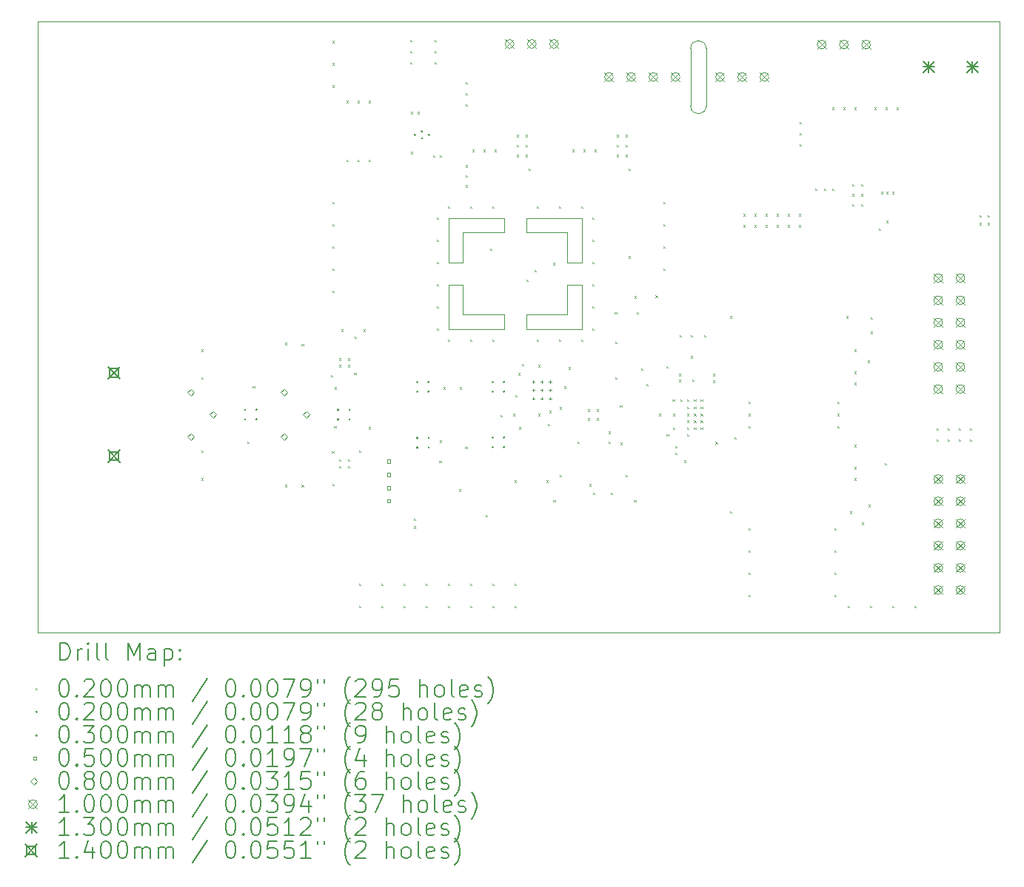
<source format=gbr>
%TF.GenerationSoftware,KiCad,Pcbnew,8.0.4*%
%TF.CreationDate,2024-09-02T12:45:49+02:00*%
%TF.ProjectId,AD4030-Voltage,41443430-3330-42d5-966f-6c746167652e,rev?*%
%TF.SameCoordinates,Original*%
%TF.FileFunction,Drillmap*%
%TF.FilePolarity,Positive*%
%FSLAX45Y45*%
G04 Gerber Fmt 4.5, Leading zero omitted, Abs format (unit mm)*
G04 Created by KiCad (PCBNEW 8.0.4) date 2024-09-02 12:45:49*
%MOMM*%
%LPD*%
G01*
G04 APERTURE LIST*
%ADD10C,0.050000*%
%ADD11C,0.200000*%
%ADD12C,0.100000*%
%ADD13C,0.130000*%
%ADD14C,0.140000*%
G04 APERTURE END LIST*
D10*
X13335000Y-8255000D02*
X13335000Y-8420100D01*
X12700000Y-9525000D02*
X13335000Y-9525000D01*
X13589000Y-9359900D02*
X14058900Y-9359900D01*
X13589000Y-8420100D02*
X14058900Y-8420100D01*
X15646400Y-6972300D02*
G75*
G02*
X15468600Y-6972300I-88900J0D01*
G01*
X14058900Y-9359900D02*
X14058900Y-9017000D01*
X8000000Y-6000000D02*
X19000000Y-6000000D01*
X19000000Y-13000000D01*
X8000000Y-13000000D01*
X8000000Y-6000000D01*
X12865100Y-8420100D02*
X12865100Y-8763000D01*
X13335000Y-9525000D02*
X13335000Y-9359900D01*
X14224000Y-9017000D02*
X14224000Y-9525000D01*
X12865100Y-9359900D02*
X12865100Y-9017000D01*
X13589000Y-8255000D02*
X13589000Y-8420100D01*
X12865100Y-9017000D02*
X12700000Y-9017000D01*
X12700000Y-9017000D02*
X12700000Y-9525000D01*
X14224000Y-9525000D02*
X13589000Y-9525000D01*
X14224000Y-8255000D02*
X13589000Y-8255000D01*
X15468600Y-6311900D02*
G75*
G02*
X15646400Y-6311900I88900J0D01*
G01*
X12700000Y-8763000D02*
X12700000Y-8255000D01*
X12700000Y-8255000D02*
X13335000Y-8255000D01*
X14058900Y-8763000D02*
X14224000Y-8763000D01*
X14058900Y-8420100D02*
X14058900Y-8763000D01*
X14224000Y-8763000D02*
X14224000Y-8255000D01*
X14058900Y-9017000D02*
X14224000Y-9017000D01*
X12865100Y-8763000D02*
X12700000Y-8763000D01*
X13335000Y-8420100D02*
X12865100Y-8420100D01*
X13335000Y-9359900D02*
X12865100Y-9359900D01*
X15646400Y-6972300D02*
X15646400Y-6311900D01*
X15468600Y-6311900D02*
X15468600Y-6972300D01*
X13589000Y-9525000D02*
X13589000Y-9359900D01*
D11*
D12*
X9870600Y-9756300D02*
X9890600Y-9776300D01*
X9890600Y-9756300D02*
X9870600Y-9776300D01*
X9870600Y-10073800D02*
X9890600Y-10093800D01*
X9890600Y-10073800D02*
X9870600Y-10093800D01*
X9870600Y-10912000D02*
X9890600Y-10932000D01*
X9890600Y-10912000D02*
X9870600Y-10932000D01*
X9870600Y-11229500D02*
X9890600Y-11249500D01*
X9890600Y-11229500D02*
X9870600Y-11249500D01*
X10396900Y-10810400D02*
X10416900Y-10830400D01*
X10416900Y-10810400D02*
X10396900Y-10830400D01*
X10461900Y-10175400D02*
X10481900Y-10195400D01*
X10481900Y-10175400D02*
X10461900Y-10195400D01*
X10829700Y-9680100D02*
X10849700Y-9700100D01*
X10849700Y-9680100D02*
X10829700Y-9700100D01*
X10829700Y-11305700D02*
X10849700Y-11325700D01*
X10849700Y-11305700D02*
X10829700Y-11325700D01*
X11019700Y-9692800D02*
X11039700Y-9712800D01*
X11039700Y-9692800D02*
X11019700Y-9712800D01*
X11019700Y-11305700D02*
X11039700Y-11325700D01*
X11039700Y-11305700D02*
X11019700Y-11325700D01*
X11356500Y-10048400D02*
X11376500Y-10068400D01*
X11376500Y-10048400D02*
X11356500Y-10068400D01*
X11367450Y-10922950D02*
X11387450Y-10942950D01*
X11387450Y-10922950D02*
X11367450Y-10942950D01*
X11369200Y-6225700D02*
X11389200Y-6245700D01*
X11389200Y-6225700D02*
X11369200Y-6245700D01*
X11369200Y-6479700D02*
X11389200Y-6499700D01*
X11389200Y-6479700D02*
X11369200Y-6499700D01*
X11369200Y-6733700D02*
X11389200Y-6753700D01*
X11389200Y-6733700D02*
X11369200Y-6753700D01*
X11369200Y-8067200D02*
X11389200Y-8087200D01*
X11389200Y-8067200D02*
X11369200Y-8087200D01*
X11369200Y-8321200D02*
X11389200Y-8341200D01*
X11389200Y-8321200D02*
X11369200Y-8341200D01*
X11369200Y-8575200D02*
X11389200Y-8595200D01*
X11389200Y-8575200D02*
X11369200Y-8595200D01*
X11369200Y-8829200D02*
X11389200Y-8849200D01*
X11389200Y-8829200D02*
X11369200Y-8849200D01*
X11369200Y-9083200D02*
X11389200Y-9103200D01*
X11389200Y-9083200D02*
X11369200Y-9103200D01*
X11369200Y-11293000D02*
X11389200Y-11313000D01*
X11389200Y-11293000D02*
X11369200Y-11313000D01*
X11394200Y-10632600D02*
X11414200Y-10652600D01*
X11414200Y-10632600D02*
X11394200Y-10652600D01*
X11394600Y-10188100D02*
X11414600Y-10208100D01*
X11414600Y-10188100D02*
X11394600Y-10208100D01*
X11445400Y-9857900D02*
X11465400Y-9877900D01*
X11465400Y-9857900D02*
X11445400Y-9877900D01*
X11445400Y-9934100D02*
X11465400Y-9954100D01*
X11465400Y-9934100D02*
X11445400Y-9954100D01*
X11445400Y-11013600D02*
X11465400Y-11033600D01*
X11465400Y-11013600D02*
X11445400Y-11033600D01*
X11445400Y-11089800D02*
X11465400Y-11109800D01*
X11465400Y-11089800D02*
X11445400Y-11109800D01*
X11470800Y-9527700D02*
X11490800Y-9547700D01*
X11490800Y-9527700D02*
X11470800Y-9547700D01*
X11534300Y-6911500D02*
X11554300Y-6931500D01*
X11554300Y-6911500D02*
X11534300Y-6931500D01*
X11534300Y-7584600D02*
X11554300Y-7604600D01*
X11554300Y-7584600D02*
X11534300Y-7604600D01*
X11547000Y-9857900D02*
X11567000Y-9877900D01*
X11567000Y-9857900D02*
X11547000Y-9877900D01*
X11547000Y-9934100D02*
X11567000Y-9954100D01*
X11567000Y-9934100D02*
X11547000Y-9954100D01*
X11547000Y-11013600D02*
X11567000Y-11033600D01*
X11567000Y-11013600D02*
X11547000Y-11033600D01*
X11547000Y-11089800D02*
X11567000Y-11109800D01*
X11567000Y-11089800D02*
X11547000Y-11109800D01*
X11621450Y-10024750D02*
X11641450Y-10044750D01*
X11641450Y-10024750D02*
X11621450Y-10044750D01*
X11623272Y-9611951D02*
X11643272Y-9631951D01*
X11643272Y-9611951D02*
X11623272Y-9631951D01*
X11661300Y-6911500D02*
X11681300Y-6931500D01*
X11681300Y-6911500D02*
X11661300Y-6931500D01*
X11661300Y-7584600D02*
X11681300Y-7604600D01*
X11681300Y-7584600D02*
X11661300Y-7604600D01*
X11674000Y-10912000D02*
X11694000Y-10932000D01*
X11694000Y-10912000D02*
X11674000Y-10932000D01*
X11674000Y-12436000D02*
X11694000Y-12456000D01*
X11694000Y-12436000D02*
X11674000Y-12456000D01*
X11674000Y-12690000D02*
X11694000Y-12710000D01*
X11694000Y-12690000D02*
X11674000Y-12710000D01*
X11724800Y-9527700D02*
X11744800Y-9547700D01*
X11744800Y-9527700D02*
X11724800Y-9547700D01*
X11788300Y-6911500D02*
X11808300Y-6931500D01*
X11808300Y-6911500D02*
X11788300Y-6931500D01*
X11788300Y-7584600D02*
X11808300Y-7604600D01*
X11808300Y-7584600D02*
X11788300Y-7604600D01*
X11788300Y-10645300D02*
X11808300Y-10665300D01*
X11808300Y-10645300D02*
X11788300Y-10665300D01*
X11928000Y-12436000D02*
X11948000Y-12456000D01*
X11948000Y-12436000D02*
X11928000Y-12456000D01*
X11928000Y-12690000D02*
X11948000Y-12710000D01*
X11948000Y-12690000D02*
X11928000Y-12710000D01*
X12182000Y-12436000D02*
X12202000Y-12456000D01*
X12202000Y-12436000D02*
X12182000Y-12456000D01*
X12182000Y-12690000D02*
X12202000Y-12710000D01*
X12202000Y-12690000D02*
X12182000Y-12710000D01*
X12258200Y-6213000D02*
X12278200Y-6233000D01*
X12278200Y-6213000D02*
X12258200Y-6233000D01*
X12258200Y-6340000D02*
X12278200Y-6360000D01*
X12278200Y-6340000D02*
X12258200Y-6360000D01*
X12258200Y-6467000D02*
X12278200Y-6487000D01*
X12278200Y-6467000D02*
X12258200Y-6487000D01*
X12270900Y-7038500D02*
X12290900Y-7058500D01*
X12290900Y-7038500D02*
X12270900Y-7058500D01*
X12270900Y-7495700D02*
X12290900Y-7515700D01*
X12290900Y-7495700D02*
X12270900Y-7515700D01*
X12302900Y-11692800D02*
X12322900Y-11712800D01*
X12322900Y-11692800D02*
X12302900Y-11712800D01*
X12302900Y-11781700D02*
X12322900Y-11801700D01*
X12322900Y-11781700D02*
X12302900Y-11801700D01*
X12347100Y-7038500D02*
X12367100Y-7058500D01*
X12367100Y-7038500D02*
X12347100Y-7058500D01*
X12436000Y-12436000D02*
X12456000Y-12456000D01*
X12456000Y-12436000D02*
X12436000Y-12456000D01*
X12436000Y-12690000D02*
X12456000Y-12710000D01*
X12456000Y-12690000D02*
X12436000Y-12710000D01*
X12524900Y-7533800D02*
X12544900Y-7553800D01*
X12544900Y-7533800D02*
X12524900Y-7553800D01*
X12537600Y-6213000D02*
X12557600Y-6233000D01*
X12557600Y-6213000D02*
X12537600Y-6233000D01*
X12537600Y-6340000D02*
X12557600Y-6360000D01*
X12557600Y-6340000D02*
X12537600Y-6360000D01*
X12537600Y-6467000D02*
X12557600Y-6487000D01*
X12557600Y-6467000D02*
X12537600Y-6487000D01*
X12563000Y-8245000D02*
X12583000Y-8265000D01*
X12583000Y-8245000D02*
X12563000Y-8265000D01*
X12563000Y-8499000D02*
X12583000Y-8519000D01*
X12583000Y-8499000D02*
X12563000Y-8519000D01*
X12563000Y-8753000D02*
X12583000Y-8773000D01*
X12583000Y-8753000D02*
X12563000Y-8773000D01*
X12563000Y-9007000D02*
X12583000Y-9027000D01*
X12583000Y-9007000D02*
X12563000Y-9027000D01*
X12563000Y-9261000D02*
X12583000Y-9281000D01*
X12583000Y-9261000D02*
X12563000Y-9281000D01*
X12563000Y-9515000D02*
X12583000Y-9535000D01*
X12583000Y-9515000D02*
X12563000Y-9535000D01*
X12593650Y-11031550D02*
X12613650Y-11051550D01*
X12613650Y-11031550D02*
X12593650Y-11051550D01*
X12601100Y-7533800D02*
X12621100Y-7553800D01*
X12621100Y-7533800D02*
X12601100Y-7553800D01*
X12601100Y-10797700D02*
X12621100Y-10817700D01*
X12621100Y-10797700D02*
X12601100Y-10817700D01*
X12639200Y-10188100D02*
X12659200Y-10208100D01*
X12659200Y-10188100D02*
X12639200Y-10208100D01*
X12690000Y-8118000D02*
X12710000Y-8138000D01*
X12710000Y-8118000D02*
X12690000Y-8138000D01*
X12690000Y-9642000D02*
X12710000Y-9662000D01*
X12710000Y-9642000D02*
X12690000Y-9662000D01*
X12690000Y-12436000D02*
X12710000Y-12456000D01*
X12710000Y-12436000D02*
X12690000Y-12456000D01*
X12690000Y-12690000D02*
X12710000Y-12710000D01*
X12710000Y-12690000D02*
X12690000Y-12710000D01*
X12817000Y-11356500D02*
X12837000Y-11376500D01*
X12837000Y-11356500D02*
X12817000Y-11376500D01*
X12829700Y-10188100D02*
X12849700Y-10208100D01*
X12849700Y-10188100D02*
X12829700Y-10208100D01*
X12890550Y-10871250D02*
X12910550Y-10891250D01*
X12910550Y-10871250D02*
X12890550Y-10891250D01*
X12893200Y-6695600D02*
X12913200Y-6715600D01*
X12913200Y-6695600D02*
X12893200Y-6715600D01*
X12893200Y-6822600D02*
X12913200Y-6842600D01*
X12913200Y-6822600D02*
X12893200Y-6842600D01*
X12893200Y-6949600D02*
X12913200Y-6969600D01*
X12913200Y-6949600D02*
X12893200Y-6969600D01*
X12893200Y-7648100D02*
X12913200Y-7668100D01*
X12913200Y-7648100D02*
X12893200Y-7668100D01*
X12893200Y-7762400D02*
X12913200Y-7782400D01*
X12913200Y-7762400D02*
X12893200Y-7782400D01*
X12893200Y-7876700D02*
X12913200Y-7896700D01*
X12913200Y-7876700D02*
X12893200Y-7896700D01*
X12944000Y-8118000D02*
X12964000Y-8138000D01*
X12964000Y-8118000D02*
X12944000Y-8138000D01*
X12944000Y-9642000D02*
X12964000Y-9662000D01*
X12964000Y-9642000D02*
X12944000Y-9662000D01*
X12944000Y-12436000D02*
X12964000Y-12456000D01*
X12964000Y-12436000D02*
X12944000Y-12456000D01*
X12944000Y-12690000D02*
X12964000Y-12710000D01*
X12964000Y-12690000D02*
X12944000Y-12710000D01*
X12969400Y-7470300D02*
X12989400Y-7490300D01*
X12989400Y-7470300D02*
X12969400Y-7490300D01*
X13096400Y-7470300D02*
X13116400Y-7490300D01*
X13116400Y-7470300D02*
X13096400Y-7490300D01*
X13121800Y-11648600D02*
X13141800Y-11668600D01*
X13141800Y-11648600D02*
X13121800Y-11668600D01*
X13172600Y-8600600D02*
X13192600Y-8620600D01*
X13192600Y-8600600D02*
X13172600Y-8620600D01*
X13198000Y-8118000D02*
X13218000Y-8138000D01*
X13218000Y-8118000D02*
X13198000Y-8138000D01*
X13198000Y-9642000D02*
X13218000Y-9662000D01*
X13218000Y-9642000D02*
X13198000Y-9662000D01*
X13198000Y-12436000D02*
X13218000Y-12456000D01*
X13218000Y-12436000D02*
X13198000Y-12456000D01*
X13198000Y-12690000D02*
X13218000Y-12710000D01*
X13218000Y-12690000D02*
X13198000Y-12710000D01*
X13223400Y-7470300D02*
X13243400Y-7490300D01*
X13243400Y-7470300D02*
X13223400Y-7490300D01*
X13294000Y-10509111D02*
X13314000Y-10529111D01*
X13314000Y-10509111D02*
X13294000Y-10529111D01*
X13439300Y-10492900D02*
X13459300Y-10512900D01*
X13459300Y-10492900D02*
X13439300Y-10512900D01*
X13452000Y-11254900D02*
X13472000Y-11274900D01*
X13472000Y-11254900D02*
X13452000Y-11274900D01*
X13452000Y-12436000D02*
X13472000Y-12456000D01*
X13472000Y-12436000D02*
X13452000Y-12456000D01*
X13452000Y-12690000D02*
X13472000Y-12710000D01*
X13472000Y-12690000D02*
X13452000Y-12710000D01*
X13464700Y-10277000D02*
X13484700Y-10297000D01*
X13484700Y-10277000D02*
X13464700Y-10297000D01*
X13477400Y-7301950D02*
X13497400Y-7321950D01*
X13497400Y-7301950D02*
X13477400Y-7321950D01*
X13477400Y-7416250D02*
X13497400Y-7436250D01*
X13497400Y-7416250D02*
X13477400Y-7436250D01*
X13477400Y-7530550D02*
X13497400Y-7550550D01*
X13497400Y-7530550D02*
X13477400Y-7550550D01*
X13496450Y-10029350D02*
X13516450Y-10049350D01*
X13516450Y-10029350D02*
X13496450Y-10049350D01*
X13502800Y-10645300D02*
X13522800Y-10665300D01*
X13522800Y-10645300D02*
X13502800Y-10665300D01*
X13540900Y-9921400D02*
X13560900Y-9941400D01*
X13560900Y-9921400D02*
X13540900Y-9941400D01*
X13579000Y-7301950D02*
X13599000Y-7321950D01*
X13599000Y-7301950D02*
X13579000Y-7321950D01*
X13579000Y-7416250D02*
X13599000Y-7436250D01*
X13599000Y-7416250D02*
X13579000Y-7436250D01*
X13579000Y-7530550D02*
X13599000Y-7550550D01*
X13599000Y-7530550D02*
X13579000Y-7550550D01*
X13591700Y-8956200D02*
X13611700Y-8976200D01*
X13611700Y-8956200D02*
X13591700Y-8976200D01*
X13614450Y-7688850D02*
X13634450Y-7708850D01*
X13634450Y-7688850D02*
X13614450Y-7708850D01*
X13680600Y-8847500D02*
X13700600Y-8867500D01*
X13700600Y-8847500D02*
X13680600Y-8867500D01*
X13706000Y-8118000D02*
X13726000Y-8138000D01*
X13726000Y-8118000D02*
X13706000Y-8138000D01*
X13706000Y-9642000D02*
X13726000Y-9662000D01*
X13726000Y-9642000D02*
X13706000Y-9662000D01*
X13724300Y-9934100D02*
X13744300Y-9954100D01*
X13744300Y-9934100D02*
X13724300Y-9954100D01*
X13724300Y-10492900D02*
X13744300Y-10512900D01*
X13744300Y-10492900D02*
X13724300Y-10512900D01*
X13820300Y-11254900D02*
X13840300Y-11274900D01*
X13840300Y-11254900D02*
X13820300Y-11274900D01*
X13833000Y-10607200D02*
X13853000Y-10627200D01*
X13853000Y-10607200D02*
X13833000Y-10627200D01*
X13854300Y-10460361D02*
X13874300Y-10480361D01*
X13874300Y-10460361D02*
X13854300Y-10480361D01*
X13896500Y-8765700D02*
X13916500Y-8785700D01*
X13916500Y-8765700D02*
X13896500Y-8785700D01*
X13899150Y-11480850D02*
X13919150Y-11500850D01*
X13919150Y-11480850D02*
X13899150Y-11500850D01*
X13960000Y-8118000D02*
X13980000Y-8138000D01*
X13980000Y-8118000D02*
X13960000Y-8138000D01*
X13960000Y-9642000D02*
X13980000Y-9662000D01*
X13980000Y-9642000D02*
X13960000Y-9662000D01*
X13972700Y-10416700D02*
X13992700Y-10436700D01*
X13992700Y-10416700D02*
X13972700Y-10436700D01*
X13972700Y-11191400D02*
X13992700Y-11211400D01*
X13992700Y-11191400D02*
X13972700Y-11211400D01*
X14023500Y-10181000D02*
X14043500Y-10201000D01*
X14043500Y-10181000D02*
X14023500Y-10201000D01*
X14074300Y-9959500D02*
X14094300Y-9979500D01*
X14094300Y-9959500D02*
X14074300Y-9979500D01*
X14112400Y-7470300D02*
X14132400Y-7490300D01*
X14132400Y-7470300D02*
X14112400Y-7490300D01*
X14175900Y-10810400D02*
X14195900Y-10830400D01*
X14195900Y-10810400D02*
X14175900Y-10830400D01*
X14214000Y-8118000D02*
X14234000Y-8138000D01*
X14234000Y-8118000D02*
X14214000Y-8138000D01*
X14214000Y-9642000D02*
X14234000Y-9662000D01*
X14234000Y-9642000D02*
X14214000Y-9662000D01*
X14239400Y-7470300D02*
X14259400Y-7490300D01*
X14259400Y-7470300D02*
X14239400Y-7490300D01*
X14290200Y-10442100D02*
X14310200Y-10462100D01*
X14310200Y-10442100D02*
X14290200Y-10462100D01*
X14290200Y-10543700D02*
X14310200Y-10563700D01*
X14310200Y-10543700D02*
X14290200Y-10563700D01*
X14309500Y-11299600D02*
X14329500Y-11319600D01*
X14329500Y-11299600D02*
X14309500Y-11319600D01*
X14341000Y-8245000D02*
X14361000Y-8265000D01*
X14361000Y-8245000D02*
X14341000Y-8265000D01*
X14341000Y-8499000D02*
X14361000Y-8519000D01*
X14361000Y-8499000D02*
X14341000Y-8519000D01*
X14341000Y-8753000D02*
X14361000Y-8773000D01*
X14361000Y-8753000D02*
X14341000Y-8773000D01*
X14341000Y-9007000D02*
X14361000Y-9027000D01*
X14361000Y-9007000D02*
X14341000Y-9027000D01*
X14341000Y-9261000D02*
X14361000Y-9281000D01*
X14361000Y-9261000D02*
X14341000Y-9281000D01*
X14341000Y-9515000D02*
X14361000Y-9535000D01*
X14361000Y-9515000D02*
X14341000Y-9535000D01*
X14353700Y-11394600D02*
X14373700Y-11414600D01*
X14373700Y-11394600D02*
X14353700Y-11414600D01*
X14366400Y-7470300D02*
X14386400Y-7490300D01*
X14386400Y-7470300D02*
X14366400Y-7490300D01*
X14391800Y-10442100D02*
X14411800Y-10462100D01*
X14411800Y-10442100D02*
X14391800Y-10462100D01*
X14391800Y-10543700D02*
X14411800Y-10563700D01*
X14411800Y-10543700D02*
X14391800Y-10563700D01*
X14531500Y-10696100D02*
X14551500Y-10716100D01*
X14551500Y-10696100D02*
X14531500Y-10716100D01*
X14531500Y-10810400D02*
X14551500Y-10830400D01*
X14551500Y-10810400D02*
X14531500Y-10830400D01*
X14556900Y-11394600D02*
X14576900Y-11414600D01*
X14576900Y-11394600D02*
X14556900Y-11414600D01*
X14601600Y-9330600D02*
X14621600Y-9350600D01*
X14621600Y-9330600D02*
X14601600Y-9350600D01*
X14607700Y-9667400D02*
X14627700Y-9687400D01*
X14627700Y-9667400D02*
X14607700Y-9687400D01*
X14607700Y-10073800D02*
X14627700Y-10093800D01*
X14627700Y-10073800D02*
X14607700Y-10093800D01*
X14620400Y-7301950D02*
X14640400Y-7321950D01*
X14640400Y-7301950D02*
X14620400Y-7321950D01*
X14620400Y-7416250D02*
X14640400Y-7436250D01*
X14640400Y-7416250D02*
X14620400Y-7436250D01*
X14620400Y-7530550D02*
X14640400Y-7550550D01*
X14640400Y-7530550D02*
X14620400Y-7550550D01*
X14662250Y-10395050D02*
X14682250Y-10415050D01*
X14682250Y-10395050D02*
X14662250Y-10415050D01*
X14665250Y-10823100D02*
X14685250Y-10843100D01*
X14685250Y-10823100D02*
X14665250Y-10843100D01*
X14722000Y-7301950D02*
X14742000Y-7321950D01*
X14742000Y-7301950D02*
X14722000Y-7321950D01*
X14722000Y-7416250D02*
X14742000Y-7436250D01*
X14742000Y-7416250D02*
X14722000Y-7436250D01*
X14722000Y-7530550D02*
X14742000Y-7550550D01*
X14742000Y-7530550D02*
X14722000Y-7550550D01*
X14722000Y-11191400D02*
X14742000Y-11211400D01*
X14742000Y-11191400D02*
X14722000Y-11211400D01*
X14757450Y-7688850D02*
X14777450Y-7708850D01*
X14777450Y-7688850D02*
X14757450Y-7708850D01*
X14760100Y-8689500D02*
X14780100Y-8709500D01*
X14780100Y-8689500D02*
X14760100Y-8709500D01*
X14820950Y-11480850D02*
X14840950Y-11500850D01*
X14840950Y-11480850D02*
X14820950Y-11500850D01*
X14823600Y-9146700D02*
X14843600Y-9166700D01*
X14843600Y-9146700D02*
X14823600Y-9166700D01*
X14849000Y-9330600D02*
X14869000Y-9350600D01*
X14869000Y-9330600D02*
X14849000Y-9350600D01*
X14899800Y-9972200D02*
X14919800Y-9992200D01*
X14919800Y-9972200D02*
X14899800Y-9992200D01*
X14963300Y-10150000D02*
X14983300Y-10170000D01*
X14983300Y-10150000D02*
X14963300Y-10170000D01*
X15066700Y-9140600D02*
X15086700Y-9160600D01*
X15086700Y-9140600D02*
X15066700Y-9160600D01*
X15103000Y-10492900D02*
X15123000Y-10512900D01*
X15123000Y-10492900D02*
X15103000Y-10512900D01*
X15153800Y-8067200D02*
X15173800Y-8087200D01*
X15173800Y-8067200D02*
X15153800Y-8087200D01*
X15153800Y-8321200D02*
X15173800Y-8341200D01*
X15173800Y-8321200D02*
X15153800Y-8341200D01*
X15153800Y-8575200D02*
X15173800Y-8595200D01*
X15173800Y-8575200D02*
X15153800Y-8595200D01*
X15153800Y-8829200D02*
X15173800Y-8849200D01*
X15173800Y-8829200D02*
X15153800Y-8849200D01*
X15191900Y-9946800D02*
X15211900Y-9966800D01*
X15211900Y-9946800D02*
X15191900Y-9966800D01*
X15194440Y-10729120D02*
X15214440Y-10749120D01*
X15214440Y-10729120D02*
X15194440Y-10749120D01*
X15263020Y-10330340D02*
X15283020Y-10350340D01*
X15283020Y-10330340D02*
X15263020Y-10350340D01*
X15265560Y-10650380D02*
X15285560Y-10670380D01*
X15285560Y-10650380D02*
X15265560Y-10670380D01*
X15268100Y-10492900D02*
X15288100Y-10512900D01*
X15288100Y-10492900D02*
X15268100Y-10512900D01*
X15293500Y-10861200D02*
X15313500Y-10881200D01*
X15313500Y-10861200D02*
X15293500Y-10881200D01*
X15293500Y-10937400D02*
X15313500Y-10957400D01*
X15313500Y-10937400D02*
X15293500Y-10957400D01*
X15331600Y-10035700D02*
X15351600Y-10055700D01*
X15351600Y-10035700D02*
X15331600Y-10055700D01*
X15331600Y-10104280D02*
X15351600Y-10124280D01*
X15351600Y-10104280D02*
X15331600Y-10124280D01*
X15344300Y-9591200D02*
X15364300Y-9611200D01*
X15364300Y-9591200D02*
X15344300Y-9611200D01*
X15351920Y-10330340D02*
X15371920Y-10350340D01*
X15371920Y-10330340D02*
X15351920Y-10350340D01*
X15395100Y-11026300D02*
X15415100Y-11046300D01*
X15415100Y-11026300D02*
X15395100Y-11046300D01*
X15425580Y-10330340D02*
X15445580Y-10350340D01*
X15445580Y-10330340D02*
X15425580Y-10350340D01*
X15425580Y-10411620D02*
X15445580Y-10431620D01*
X15445580Y-10411620D02*
X15425580Y-10431620D01*
X15425580Y-10492900D02*
X15445580Y-10512900D01*
X15445580Y-10492900D02*
X15425580Y-10512900D01*
X15425580Y-10571640D02*
X15445580Y-10591640D01*
X15445580Y-10571640D02*
X15425580Y-10591640D01*
X15425580Y-10650380D02*
X15445580Y-10670380D01*
X15445580Y-10650380D02*
X15425580Y-10670380D01*
X15425580Y-10729120D02*
X15445580Y-10749120D01*
X15445580Y-10729120D02*
X15425580Y-10749120D01*
X15471300Y-9591200D02*
X15491300Y-9611200D01*
X15491300Y-9591200D02*
X15471300Y-9611200D01*
X15471300Y-9832500D02*
X15491300Y-9852500D01*
X15491300Y-9832500D02*
X15471300Y-9852500D01*
X15484000Y-10099200D02*
X15504000Y-10119200D01*
X15504000Y-10099200D02*
X15484000Y-10119200D01*
X15506860Y-10330340D02*
X15526860Y-10350340D01*
X15526860Y-10330340D02*
X15506860Y-10350340D01*
X15506860Y-10411620D02*
X15526860Y-10431620D01*
X15526860Y-10411620D02*
X15506860Y-10431620D01*
X15506860Y-10492900D02*
X15526860Y-10512900D01*
X15526860Y-10492900D02*
X15506860Y-10512900D01*
X15506860Y-10571640D02*
X15526860Y-10591640D01*
X15526860Y-10571640D02*
X15506860Y-10591640D01*
X15506860Y-10650380D02*
X15526860Y-10670380D01*
X15526860Y-10650380D02*
X15506860Y-10670380D01*
X15583060Y-10330340D02*
X15603060Y-10350340D01*
X15603060Y-10330340D02*
X15583060Y-10350340D01*
X15583060Y-10411620D02*
X15603060Y-10431620D01*
X15603060Y-10411620D02*
X15583060Y-10431620D01*
X15583060Y-10492900D02*
X15603060Y-10512900D01*
X15603060Y-10492900D02*
X15583060Y-10512900D01*
X15583060Y-10571640D02*
X15603060Y-10591640D01*
X15603060Y-10571640D02*
X15583060Y-10591640D01*
X15583060Y-10650380D02*
X15603060Y-10670380D01*
X15603060Y-10650380D02*
X15583060Y-10670380D01*
X15623700Y-9591200D02*
X15643700Y-9611200D01*
X15643700Y-9591200D02*
X15623700Y-9611200D01*
X15725300Y-10035700D02*
X15745300Y-10055700D01*
X15745300Y-10035700D02*
X15725300Y-10055700D01*
X15725300Y-10111900D02*
X15745300Y-10131900D01*
X15745300Y-10111900D02*
X15725300Y-10131900D01*
X15753240Y-10815480D02*
X15773240Y-10835480D01*
X15773240Y-10815480D02*
X15753240Y-10835480D01*
X15915800Y-9375300D02*
X15935800Y-9395300D01*
X15935800Y-9375300D02*
X15915800Y-9395300D01*
X15915800Y-11607850D02*
X15935800Y-11627850D01*
X15935800Y-11607850D02*
X15915800Y-11627850D01*
X15966600Y-10759600D02*
X15986600Y-10779600D01*
X15986600Y-10759600D02*
X15966600Y-10779600D01*
X16068200Y-8206900D02*
X16088200Y-8226900D01*
X16088200Y-8206900D02*
X16068200Y-8226900D01*
X16068200Y-8333900D02*
X16088200Y-8353900D01*
X16088200Y-8333900D02*
X16068200Y-8353900D01*
X16131700Y-10353200D02*
X16151700Y-10373200D01*
X16151700Y-10353200D02*
X16131700Y-10373200D01*
X16131700Y-10492900D02*
X16151700Y-10512900D01*
X16151700Y-10492900D02*
X16131700Y-10512900D01*
X16131700Y-10632600D02*
X16151700Y-10652600D01*
X16151700Y-10632600D02*
X16131700Y-10652600D01*
X16131700Y-11801000D02*
X16151700Y-11821000D01*
X16151700Y-11801000D02*
X16131700Y-11821000D01*
X16131700Y-12055000D02*
X16151700Y-12075000D01*
X16151700Y-12055000D02*
X16131700Y-12075000D01*
X16131700Y-12309000D02*
X16151700Y-12329000D01*
X16151700Y-12309000D02*
X16131700Y-12329000D01*
X16131700Y-12563000D02*
X16151700Y-12583000D01*
X16151700Y-12563000D02*
X16131700Y-12583000D01*
X16195200Y-8206900D02*
X16215200Y-8226900D01*
X16215200Y-8206900D02*
X16195200Y-8226900D01*
X16195200Y-8333900D02*
X16215200Y-8353900D01*
X16215200Y-8333900D02*
X16195200Y-8353900D01*
X16322200Y-8206900D02*
X16342200Y-8226900D01*
X16342200Y-8206900D02*
X16322200Y-8226900D01*
X16322200Y-8333900D02*
X16342200Y-8353900D01*
X16342200Y-8333900D02*
X16322200Y-8353900D01*
X16449200Y-8206900D02*
X16469200Y-8226900D01*
X16469200Y-8206900D02*
X16449200Y-8226900D01*
X16449200Y-8333900D02*
X16469200Y-8353900D01*
X16469200Y-8333900D02*
X16449200Y-8353900D01*
X16576200Y-8206900D02*
X16596200Y-8226900D01*
X16596200Y-8206900D02*
X16576200Y-8226900D01*
X16576200Y-8333900D02*
X16596200Y-8353900D01*
X16596200Y-8333900D02*
X16576200Y-8353900D01*
X16703200Y-8206900D02*
X16723200Y-8226900D01*
X16723200Y-8206900D02*
X16703200Y-8226900D01*
X16703200Y-8333900D02*
X16723200Y-8353900D01*
X16723200Y-8333900D02*
X16703200Y-8353900D01*
X16715900Y-7152800D02*
X16735900Y-7172800D01*
X16735900Y-7152800D02*
X16715900Y-7172800D01*
X16715900Y-7279800D02*
X16735900Y-7299800D01*
X16735900Y-7279800D02*
X16715900Y-7299800D01*
X16715900Y-7406800D02*
X16735900Y-7426800D01*
X16735900Y-7406800D02*
X16715900Y-7426800D01*
X16893700Y-7914800D02*
X16913700Y-7934800D01*
X16913700Y-7914800D02*
X16893700Y-7934800D01*
X16995300Y-7914800D02*
X17015300Y-7934800D01*
X17015300Y-7914800D02*
X16995300Y-7934800D01*
X17084200Y-6987700D02*
X17104200Y-7007700D01*
X17104200Y-6987700D02*
X17084200Y-7007700D01*
X17084200Y-7914800D02*
X17104200Y-7934800D01*
X17104200Y-7914800D02*
X17084200Y-7934800D01*
X17109600Y-11801000D02*
X17129600Y-11821000D01*
X17129600Y-11801000D02*
X17109600Y-11821000D01*
X17109600Y-12055000D02*
X17129600Y-12075000D01*
X17129600Y-12055000D02*
X17109600Y-12075000D01*
X17109600Y-12309000D02*
X17129600Y-12329000D01*
X17129600Y-12309000D02*
X17109600Y-12329000D01*
X17109600Y-12563000D02*
X17129600Y-12583000D01*
X17129600Y-12563000D02*
X17109600Y-12583000D01*
X17147700Y-10353200D02*
X17167700Y-10373200D01*
X17167700Y-10353200D02*
X17147700Y-10373200D01*
X17147700Y-10492900D02*
X17167700Y-10512900D01*
X17167700Y-10492900D02*
X17147700Y-10512900D01*
X17147700Y-10632600D02*
X17167700Y-10652600D01*
X17167700Y-10632600D02*
X17147700Y-10652600D01*
X17211200Y-6987700D02*
X17231200Y-7007700D01*
X17231200Y-6987700D02*
X17211200Y-7007700D01*
X17249300Y-9375300D02*
X17269300Y-9395300D01*
X17269300Y-9375300D02*
X17249300Y-9395300D01*
X17262000Y-12690000D02*
X17282000Y-12710000D01*
X17282000Y-12690000D02*
X17262000Y-12710000D01*
X17287400Y-11610500D02*
X17307400Y-11630500D01*
X17307400Y-11610500D02*
X17287400Y-11630500D01*
X17312800Y-7864000D02*
X17332800Y-7884000D01*
X17332800Y-7864000D02*
X17312800Y-7884000D01*
X17312800Y-7978300D02*
X17332800Y-7998300D01*
X17332800Y-7978300D02*
X17312800Y-7998300D01*
X17312800Y-8092600D02*
X17332800Y-8112600D01*
X17332800Y-8092600D02*
X17312800Y-8112600D01*
X17338200Y-6987700D02*
X17358200Y-7007700D01*
X17358200Y-6987700D02*
X17338200Y-7007700D01*
X17338200Y-9756300D02*
X17358200Y-9776300D01*
X17358200Y-9756300D02*
X17338200Y-9776300D01*
X17338200Y-10010300D02*
X17358200Y-10030300D01*
X17358200Y-10010300D02*
X17338200Y-10030300D01*
X17338200Y-10137300D02*
X17358200Y-10157300D01*
X17358200Y-10137300D02*
X17338200Y-10157300D01*
X17338200Y-10848500D02*
X17358200Y-10868500D01*
X17358200Y-10848500D02*
X17338200Y-10868500D01*
X17338200Y-11102500D02*
X17358200Y-11122500D01*
X17358200Y-11102500D02*
X17338200Y-11122500D01*
X17338200Y-11229500D02*
X17358200Y-11249500D01*
X17358200Y-11229500D02*
X17338200Y-11249500D01*
X17414400Y-7864000D02*
X17434400Y-7884000D01*
X17434400Y-7864000D02*
X17414400Y-7884000D01*
X17414400Y-7978300D02*
X17434400Y-7998300D01*
X17434400Y-7978300D02*
X17414400Y-7998300D01*
X17414400Y-8092600D02*
X17434400Y-8112600D01*
X17434400Y-8092600D02*
X17414400Y-8112600D01*
X17427100Y-11737500D02*
X17447100Y-11757500D01*
X17447100Y-11737500D02*
X17427100Y-11757500D01*
X17490600Y-9883300D02*
X17510600Y-9903300D01*
X17510600Y-9883300D02*
X17490600Y-9903300D01*
X17503300Y-11534300D02*
X17523300Y-11554300D01*
X17523300Y-11534300D02*
X17503300Y-11554300D01*
X17516000Y-12690000D02*
X17536000Y-12710000D01*
X17536000Y-12690000D02*
X17516000Y-12710000D01*
X17528700Y-9388000D02*
X17548700Y-9408000D01*
X17548700Y-9388000D02*
X17528700Y-9408000D01*
X17528700Y-9553100D02*
X17548700Y-9573100D01*
X17548700Y-9553100D02*
X17528700Y-9573100D01*
X17566800Y-6987700D02*
X17586800Y-7007700D01*
X17586800Y-6987700D02*
X17566800Y-7007700D01*
X17617600Y-8372000D02*
X17637600Y-8392000D01*
X17637600Y-8372000D02*
X17617600Y-8392000D01*
X17643000Y-7952900D02*
X17663000Y-7972900D01*
X17663000Y-7952900D02*
X17643000Y-7972900D01*
X17687450Y-11058050D02*
X17707450Y-11078050D01*
X17707450Y-11058050D02*
X17687450Y-11078050D01*
X17693800Y-6987700D02*
X17713800Y-7007700D01*
X17713800Y-6987700D02*
X17693800Y-7007700D01*
X17706500Y-7952900D02*
X17726500Y-7972900D01*
X17726500Y-7952900D02*
X17706500Y-7972900D01*
X17706500Y-8283100D02*
X17726500Y-8303100D01*
X17726500Y-8283100D02*
X17706500Y-8303100D01*
X17770000Y-7952900D02*
X17790000Y-7972900D01*
X17790000Y-7952900D02*
X17770000Y-7972900D01*
X17770000Y-12690000D02*
X17790000Y-12710000D01*
X17790000Y-12690000D02*
X17770000Y-12710000D01*
X17820800Y-6987700D02*
X17840800Y-7007700D01*
X17840800Y-6987700D02*
X17820800Y-7007700D01*
X18024000Y-12690000D02*
X18044000Y-12710000D01*
X18044000Y-12690000D02*
X18024000Y-12710000D01*
X18278000Y-10658000D02*
X18298000Y-10678000D01*
X18298000Y-10658000D02*
X18278000Y-10678000D01*
X18278000Y-10785000D02*
X18298000Y-10805000D01*
X18298000Y-10785000D02*
X18278000Y-10805000D01*
X18405000Y-10658000D02*
X18425000Y-10678000D01*
X18425000Y-10658000D02*
X18405000Y-10678000D01*
X18405000Y-10785000D02*
X18425000Y-10805000D01*
X18425000Y-10785000D02*
X18405000Y-10805000D01*
X18532000Y-10658000D02*
X18552000Y-10678000D01*
X18552000Y-10658000D02*
X18532000Y-10678000D01*
X18532000Y-10785000D02*
X18552000Y-10805000D01*
X18552000Y-10785000D02*
X18532000Y-10805000D01*
X18659000Y-10658000D02*
X18679000Y-10678000D01*
X18679000Y-10658000D02*
X18659000Y-10678000D01*
X18659000Y-10785000D02*
X18679000Y-10805000D01*
X18679000Y-10785000D02*
X18659000Y-10805000D01*
X18773300Y-8219600D02*
X18793300Y-8239600D01*
X18793300Y-8219600D02*
X18773300Y-8239600D01*
X18773300Y-8308500D02*
X18793300Y-8328500D01*
X18793300Y-8308500D02*
X18773300Y-8328500D01*
X18862200Y-8219600D02*
X18882200Y-8239600D01*
X18882200Y-8219600D02*
X18862200Y-8239600D01*
X18862200Y-8308500D02*
X18882200Y-8328500D01*
X18882200Y-8308500D02*
X18862200Y-8328500D01*
X10384400Y-10447900D02*
G75*
G02*
X10364400Y-10447900I-10000J0D01*
G01*
X10364400Y-10447900D02*
G75*
G02*
X10384400Y-10447900I10000J0D01*
G01*
X10384400Y-10557900D02*
G75*
G02*
X10364400Y-10557900I-10000J0D01*
G01*
X10364400Y-10557900D02*
G75*
G02*
X10384400Y-10557900I10000J0D01*
G01*
X10514400Y-10447900D02*
G75*
G02*
X10494400Y-10447900I-10000J0D01*
G01*
X10494400Y-10447900D02*
G75*
G02*
X10514400Y-10447900I10000J0D01*
G01*
X10514400Y-10557900D02*
G75*
G02*
X10494400Y-10557900I-10000J0D01*
G01*
X10494400Y-10557900D02*
G75*
G02*
X10514400Y-10557900I10000J0D01*
G01*
X11446700Y-10447900D02*
G75*
G02*
X11426700Y-10447900I-10000J0D01*
G01*
X11426700Y-10447900D02*
G75*
G02*
X11446700Y-10447900I10000J0D01*
G01*
X11446700Y-10557900D02*
G75*
G02*
X11426700Y-10557900I-10000J0D01*
G01*
X11426700Y-10557900D02*
G75*
G02*
X11446700Y-10557900I10000J0D01*
G01*
X11576700Y-10447900D02*
G75*
G02*
X11556700Y-10447900I-10000J0D01*
G01*
X11556700Y-10447900D02*
G75*
G02*
X11576700Y-10447900I10000J0D01*
G01*
X11576700Y-10557900D02*
G75*
G02*
X11556700Y-10557900I-10000J0D01*
G01*
X11556700Y-10557900D02*
G75*
G02*
X11576700Y-10557900I10000J0D01*
G01*
X12326200Y-7301900D02*
G75*
G02*
X12306200Y-7301900I-10000J0D01*
G01*
X12306200Y-7301900D02*
G75*
G02*
X12326200Y-7301900I10000J0D01*
G01*
X12352900Y-10130400D02*
G75*
G02*
X12332900Y-10130400I-10000J0D01*
G01*
X12332900Y-10130400D02*
G75*
G02*
X12352900Y-10130400I10000J0D01*
G01*
X12352900Y-10240400D02*
G75*
G02*
X12332900Y-10240400I-10000J0D01*
G01*
X12332900Y-10240400D02*
G75*
G02*
X12352900Y-10240400I10000J0D01*
G01*
X12352900Y-10770300D02*
G75*
G02*
X12332900Y-10770300I-10000J0D01*
G01*
X12332900Y-10770300D02*
G75*
G02*
X12352900Y-10770300I10000J0D01*
G01*
X12352900Y-10880300D02*
G75*
G02*
X12332900Y-10880300I-10000J0D01*
G01*
X12332900Y-10880300D02*
G75*
G02*
X12352900Y-10880300I10000J0D01*
G01*
X12406200Y-7261900D02*
G75*
G02*
X12386200Y-7261900I-10000J0D01*
G01*
X12386200Y-7261900D02*
G75*
G02*
X12406200Y-7261900I10000J0D01*
G01*
X12406200Y-7341900D02*
G75*
G02*
X12386200Y-7341900I-10000J0D01*
G01*
X12386200Y-7341900D02*
G75*
G02*
X12406200Y-7341900I10000J0D01*
G01*
X12482900Y-10130400D02*
G75*
G02*
X12462900Y-10130400I-10000J0D01*
G01*
X12462900Y-10130400D02*
G75*
G02*
X12482900Y-10130400I10000J0D01*
G01*
X12482900Y-10240400D02*
G75*
G02*
X12462900Y-10240400I-10000J0D01*
G01*
X12462900Y-10240400D02*
G75*
G02*
X12482900Y-10240400I10000J0D01*
G01*
X12482900Y-10770300D02*
G75*
G02*
X12462900Y-10770300I-10000J0D01*
G01*
X12462900Y-10770300D02*
G75*
G02*
X12482900Y-10770300I10000J0D01*
G01*
X12482900Y-10880300D02*
G75*
G02*
X12462900Y-10880300I-10000J0D01*
G01*
X12462900Y-10880300D02*
G75*
G02*
X12482900Y-10880300I10000J0D01*
G01*
X12486200Y-7301900D02*
G75*
G02*
X12466200Y-7301900I-10000J0D01*
G01*
X12466200Y-7301900D02*
G75*
G02*
X12486200Y-7301900I10000J0D01*
G01*
X13216500Y-10130400D02*
G75*
G02*
X13196500Y-10130400I-10000J0D01*
G01*
X13196500Y-10130400D02*
G75*
G02*
X13216500Y-10130400I10000J0D01*
G01*
X13216500Y-10240400D02*
G75*
G02*
X13196500Y-10240400I-10000J0D01*
G01*
X13196500Y-10240400D02*
G75*
G02*
X13216500Y-10240400I10000J0D01*
G01*
X13216500Y-10765400D02*
G75*
G02*
X13196500Y-10765400I-10000J0D01*
G01*
X13196500Y-10765400D02*
G75*
G02*
X13216500Y-10765400I10000J0D01*
G01*
X13216500Y-10875400D02*
G75*
G02*
X13196500Y-10875400I-10000J0D01*
G01*
X13196500Y-10875400D02*
G75*
G02*
X13216500Y-10875400I10000J0D01*
G01*
X13346500Y-10130400D02*
G75*
G02*
X13326500Y-10130400I-10000J0D01*
G01*
X13326500Y-10130400D02*
G75*
G02*
X13346500Y-10130400I10000J0D01*
G01*
X13346500Y-10240400D02*
G75*
G02*
X13326500Y-10240400I-10000J0D01*
G01*
X13326500Y-10240400D02*
G75*
G02*
X13346500Y-10240400I10000J0D01*
G01*
X13346500Y-10765400D02*
G75*
G02*
X13326500Y-10765400I-10000J0D01*
G01*
X13326500Y-10765400D02*
G75*
G02*
X13346500Y-10765400I10000J0D01*
G01*
X13346500Y-10875400D02*
G75*
G02*
X13326500Y-10875400I-10000J0D01*
G01*
X13326500Y-10875400D02*
G75*
G02*
X13346500Y-10875400I10000J0D01*
G01*
X13671800Y-10113500D02*
X13671800Y-10143500D01*
X13656800Y-10128500D02*
X13686800Y-10128500D01*
X13671800Y-10208500D02*
X13671800Y-10238500D01*
X13656800Y-10223500D02*
X13686800Y-10223500D01*
X13671800Y-10303500D02*
X13671800Y-10333500D01*
X13656800Y-10318500D02*
X13686800Y-10318500D01*
X13766800Y-10113500D02*
X13766800Y-10143500D01*
X13751800Y-10128500D02*
X13781800Y-10128500D01*
X13766800Y-10208500D02*
X13766800Y-10238500D01*
X13751800Y-10223500D02*
X13781800Y-10223500D01*
X13766800Y-10303500D02*
X13766800Y-10333500D01*
X13751800Y-10318500D02*
X13781800Y-10318500D01*
X13861800Y-10113500D02*
X13861800Y-10143500D01*
X13846800Y-10128500D02*
X13876800Y-10128500D01*
X13861800Y-10208500D02*
X13861800Y-10238500D01*
X13846800Y-10223500D02*
X13876800Y-10223500D01*
X13861800Y-10303500D02*
X13861800Y-10333500D01*
X13846800Y-10318500D02*
X13876800Y-10318500D01*
X12031878Y-11055178D02*
X12031878Y-11019822D01*
X11996522Y-11019822D01*
X11996522Y-11055178D01*
X12031878Y-11055178D01*
X12031878Y-11207178D02*
X12031878Y-11171822D01*
X11996522Y-11171822D01*
X11996522Y-11207178D01*
X12031878Y-11207178D01*
X12031878Y-11359178D02*
X12031878Y-11323822D01*
X11996522Y-11323822D01*
X11996522Y-11359178D01*
X12031878Y-11359178D01*
X12031878Y-11511178D02*
X12031878Y-11475822D01*
X11996522Y-11475822D01*
X11996522Y-11511178D01*
X12031878Y-11511178D01*
X9753600Y-10288900D02*
X9793600Y-10248900D01*
X9753600Y-10208900D01*
X9713600Y-10248900D01*
X9753600Y-10288900D01*
X9753600Y-10796900D02*
X9793600Y-10756900D01*
X9753600Y-10716900D01*
X9713600Y-10756900D01*
X9753600Y-10796900D01*
X10007600Y-10542900D02*
X10047600Y-10502900D01*
X10007600Y-10462900D01*
X9967600Y-10502900D01*
X10007600Y-10542900D01*
X10820400Y-10288900D02*
X10860400Y-10248900D01*
X10820400Y-10208900D01*
X10780400Y-10248900D01*
X10820400Y-10288900D01*
X10820400Y-10796900D02*
X10860400Y-10756900D01*
X10820400Y-10716900D01*
X10780400Y-10756900D01*
X10820400Y-10796900D01*
X11074400Y-10542900D02*
X11114400Y-10502900D01*
X11074400Y-10462900D01*
X11034400Y-10502900D01*
X11074400Y-10542900D01*
X13348500Y-6211100D02*
X13448500Y-6311100D01*
X13448500Y-6211100D02*
X13348500Y-6311100D01*
X13448500Y-6261100D02*
G75*
G02*
X13348500Y-6261100I-50000J0D01*
G01*
X13348500Y-6261100D02*
G75*
G02*
X13448500Y-6261100I50000J0D01*
G01*
X13602500Y-6211100D02*
X13702500Y-6311100D01*
X13702500Y-6211100D02*
X13602500Y-6311100D01*
X13702500Y-6261100D02*
G75*
G02*
X13602500Y-6261100I-50000J0D01*
G01*
X13602500Y-6261100D02*
G75*
G02*
X13702500Y-6261100I50000J0D01*
G01*
X13856500Y-6211100D02*
X13956500Y-6311100D01*
X13956500Y-6211100D02*
X13856500Y-6311100D01*
X13956500Y-6261100D02*
G75*
G02*
X13856500Y-6261100I-50000J0D01*
G01*
X13856500Y-6261100D02*
G75*
G02*
X13956500Y-6261100I50000J0D01*
G01*
X14484350Y-6590000D02*
X14584350Y-6690000D01*
X14584350Y-6590000D02*
X14484350Y-6690000D01*
X14584350Y-6640000D02*
G75*
G02*
X14484350Y-6640000I-50000J0D01*
G01*
X14484350Y-6640000D02*
G75*
G02*
X14584350Y-6640000I50000J0D01*
G01*
X14738350Y-6590000D02*
X14838350Y-6690000D01*
X14838350Y-6590000D02*
X14738350Y-6690000D01*
X14838350Y-6640000D02*
G75*
G02*
X14738350Y-6640000I-50000J0D01*
G01*
X14738350Y-6640000D02*
G75*
G02*
X14838350Y-6640000I50000J0D01*
G01*
X14992350Y-6590000D02*
X15092350Y-6690000D01*
X15092350Y-6590000D02*
X14992350Y-6690000D01*
X15092350Y-6640000D02*
G75*
G02*
X14992350Y-6640000I-50000J0D01*
G01*
X14992350Y-6640000D02*
G75*
G02*
X15092350Y-6640000I50000J0D01*
G01*
X15246350Y-6590000D02*
X15346350Y-6690000D01*
X15346350Y-6590000D02*
X15246350Y-6690000D01*
X15346350Y-6640000D02*
G75*
G02*
X15246350Y-6640000I-50000J0D01*
G01*
X15246350Y-6640000D02*
G75*
G02*
X15346350Y-6640000I50000J0D01*
G01*
X15754350Y-6590000D02*
X15854350Y-6690000D01*
X15854350Y-6590000D02*
X15754350Y-6690000D01*
X15854350Y-6640000D02*
G75*
G02*
X15754350Y-6640000I-50000J0D01*
G01*
X15754350Y-6640000D02*
G75*
G02*
X15854350Y-6640000I50000J0D01*
G01*
X16008350Y-6590000D02*
X16108350Y-6690000D01*
X16108350Y-6590000D02*
X16008350Y-6690000D01*
X16108350Y-6640000D02*
G75*
G02*
X16008350Y-6640000I-50000J0D01*
G01*
X16008350Y-6640000D02*
G75*
G02*
X16108350Y-6640000I50000J0D01*
G01*
X16262350Y-6590000D02*
X16362350Y-6690000D01*
X16362350Y-6590000D02*
X16262350Y-6690000D01*
X16362350Y-6640000D02*
G75*
G02*
X16262350Y-6640000I-50000J0D01*
G01*
X16262350Y-6640000D02*
G75*
G02*
X16362350Y-6640000I50000J0D01*
G01*
X16917200Y-6218250D02*
X17017200Y-6318250D01*
X17017200Y-6218250D02*
X16917200Y-6318250D01*
X17017200Y-6268250D02*
G75*
G02*
X16917200Y-6268250I-50000J0D01*
G01*
X16917200Y-6268250D02*
G75*
G02*
X17017200Y-6268250I50000J0D01*
G01*
X17171200Y-6218250D02*
X17271200Y-6318250D01*
X17271200Y-6218250D02*
X17171200Y-6318250D01*
X17271200Y-6268250D02*
G75*
G02*
X17171200Y-6268250I-50000J0D01*
G01*
X17171200Y-6268250D02*
G75*
G02*
X17271200Y-6268250I50000J0D01*
G01*
X17425200Y-6218250D02*
X17525200Y-6318250D01*
X17525200Y-6218250D02*
X17425200Y-6318250D01*
X17525200Y-6268250D02*
G75*
G02*
X17425200Y-6268250I-50000J0D01*
G01*
X17425200Y-6268250D02*
G75*
G02*
X17525200Y-6268250I50000J0D01*
G01*
X18250700Y-8890800D02*
X18350700Y-8990800D01*
X18350700Y-8890800D02*
X18250700Y-8990800D01*
X18350700Y-8940800D02*
G75*
G02*
X18250700Y-8940800I-50000J0D01*
G01*
X18250700Y-8940800D02*
G75*
G02*
X18350700Y-8940800I50000J0D01*
G01*
X18250700Y-9144800D02*
X18350700Y-9244800D01*
X18350700Y-9144800D02*
X18250700Y-9244800D01*
X18350700Y-9194800D02*
G75*
G02*
X18250700Y-9194800I-50000J0D01*
G01*
X18250700Y-9194800D02*
G75*
G02*
X18350700Y-9194800I50000J0D01*
G01*
X18250700Y-9398800D02*
X18350700Y-9498800D01*
X18350700Y-9398800D02*
X18250700Y-9498800D01*
X18350700Y-9448800D02*
G75*
G02*
X18250700Y-9448800I-50000J0D01*
G01*
X18250700Y-9448800D02*
G75*
G02*
X18350700Y-9448800I50000J0D01*
G01*
X18250700Y-9652800D02*
X18350700Y-9752800D01*
X18350700Y-9652800D02*
X18250700Y-9752800D01*
X18350700Y-9702800D02*
G75*
G02*
X18250700Y-9702800I-50000J0D01*
G01*
X18250700Y-9702800D02*
G75*
G02*
X18350700Y-9702800I50000J0D01*
G01*
X18250700Y-9906800D02*
X18350700Y-10006800D01*
X18350700Y-9906800D02*
X18250700Y-10006800D01*
X18350700Y-9956800D02*
G75*
G02*
X18250700Y-9956800I-50000J0D01*
G01*
X18250700Y-9956800D02*
G75*
G02*
X18350700Y-9956800I50000J0D01*
G01*
X18250700Y-10160800D02*
X18350700Y-10260800D01*
X18350700Y-10160800D02*
X18250700Y-10260800D01*
X18350700Y-10210800D02*
G75*
G02*
X18250700Y-10210800I-50000J0D01*
G01*
X18250700Y-10210800D02*
G75*
G02*
X18350700Y-10210800I50000J0D01*
G01*
X18250700Y-11190800D02*
X18350700Y-11290800D01*
X18350700Y-11190800D02*
X18250700Y-11290800D01*
X18350700Y-11240800D02*
G75*
G02*
X18250700Y-11240800I-50000J0D01*
G01*
X18250700Y-11240800D02*
G75*
G02*
X18350700Y-11240800I50000J0D01*
G01*
X18250700Y-11444800D02*
X18350700Y-11544800D01*
X18350700Y-11444800D02*
X18250700Y-11544800D01*
X18350700Y-11494800D02*
G75*
G02*
X18250700Y-11494800I-50000J0D01*
G01*
X18250700Y-11494800D02*
G75*
G02*
X18350700Y-11494800I50000J0D01*
G01*
X18250700Y-11698800D02*
X18350700Y-11798800D01*
X18350700Y-11698800D02*
X18250700Y-11798800D01*
X18350700Y-11748800D02*
G75*
G02*
X18250700Y-11748800I-50000J0D01*
G01*
X18250700Y-11748800D02*
G75*
G02*
X18350700Y-11748800I50000J0D01*
G01*
X18250700Y-11952800D02*
X18350700Y-12052800D01*
X18350700Y-11952800D02*
X18250700Y-12052800D01*
X18350700Y-12002800D02*
G75*
G02*
X18250700Y-12002800I-50000J0D01*
G01*
X18250700Y-12002800D02*
G75*
G02*
X18350700Y-12002800I50000J0D01*
G01*
X18250700Y-12206800D02*
X18350700Y-12306800D01*
X18350700Y-12206800D02*
X18250700Y-12306800D01*
X18350700Y-12256800D02*
G75*
G02*
X18250700Y-12256800I-50000J0D01*
G01*
X18250700Y-12256800D02*
G75*
G02*
X18350700Y-12256800I50000J0D01*
G01*
X18250700Y-12460800D02*
X18350700Y-12560800D01*
X18350700Y-12460800D02*
X18250700Y-12560800D01*
X18350700Y-12510800D02*
G75*
G02*
X18250700Y-12510800I-50000J0D01*
G01*
X18250700Y-12510800D02*
G75*
G02*
X18350700Y-12510800I50000J0D01*
G01*
X18504700Y-8890800D02*
X18604700Y-8990800D01*
X18604700Y-8890800D02*
X18504700Y-8990800D01*
X18604700Y-8940800D02*
G75*
G02*
X18504700Y-8940800I-50000J0D01*
G01*
X18504700Y-8940800D02*
G75*
G02*
X18604700Y-8940800I50000J0D01*
G01*
X18504700Y-9144800D02*
X18604700Y-9244800D01*
X18604700Y-9144800D02*
X18504700Y-9244800D01*
X18604700Y-9194800D02*
G75*
G02*
X18504700Y-9194800I-50000J0D01*
G01*
X18504700Y-9194800D02*
G75*
G02*
X18604700Y-9194800I50000J0D01*
G01*
X18504700Y-9398800D02*
X18604700Y-9498800D01*
X18604700Y-9398800D02*
X18504700Y-9498800D01*
X18604700Y-9448800D02*
G75*
G02*
X18504700Y-9448800I-50000J0D01*
G01*
X18504700Y-9448800D02*
G75*
G02*
X18604700Y-9448800I50000J0D01*
G01*
X18504700Y-9652800D02*
X18604700Y-9752800D01*
X18604700Y-9652800D02*
X18504700Y-9752800D01*
X18604700Y-9702800D02*
G75*
G02*
X18504700Y-9702800I-50000J0D01*
G01*
X18504700Y-9702800D02*
G75*
G02*
X18604700Y-9702800I50000J0D01*
G01*
X18504700Y-9906800D02*
X18604700Y-10006800D01*
X18604700Y-9906800D02*
X18504700Y-10006800D01*
X18604700Y-9956800D02*
G75*
G02*
X18504700Y-9956800I-50000J0D01*
G01*
X18504700Y-9956800D02*
G75*
G02*
X18604700Y-9956800I50000J0D01*
G01*
X18504700Y-10160800D02*
X18604700Y-10260800D01*
X18604700Y-10160800D02*
X18504700Y-10260800D01*
X18604700Y-10210800D02*
G75*
G02*
X18504700Y-10210800I-50000J0D01*
G01*
X18504700Y-10210800D02*
G75*
G02*
X18604700Y-10210800I50000J0D01*
G01*
X18504700Y-11190800D02*
X18604700Y-11290800D01*
X18604700Y-11190800D02*
X18504700Y-11290800D01*
X18604700Y-11240800D02*
G75*
G02*
X18504700Y-11240800I-50000J0D01*
G01*
X18504700Y-11240800D02*
G75*
G02*
X18604700Y-11240800I50000J0D01*
G01*
X18504700Y-11444800D02*
X18604700Y-11544800D01*
X18604700Y-11444800D02*
X18504700Y-11544800D01*
X18604700Y-11494800D02*
G75*
G02*
X18504700Y-11494800I-50000J0D01*
G01*
X18504700Y-11494800D02*
G75*
G02*
X18604700Y-11494800I50000J0D01*
G01*
X18504700Y-11698800D02*
X18604700Y-11798800D01*
X18604700Y-11698800D02*
X18504700Y-11798800D01*
X18604700Y-11748800D02*
G75*
G02*
X18504700Y-11748800I-50000J0D01*
G01*
X18504700Y-11748800D02*
G75*
G02*
X18604700Y-11748800I50000J0D01*
G01*
X18504700Y-11952800D02*
X18604700Y-12052800D01*
X18604700Y-11952800D02*
X18504700Y-12052800D01*
X18604700Y-12002800D02*
G75*
G02*
X18504700Y-12002800I-50000J0D01*
G01*
X18504700Y-12002800D02*
G75*
G02*
X18604700Y-12002800I50000J0D01*
G01*
X18504700Y-12206800D02*
X18604700Y-12306800D01*
X18604700Y-12206800D02*
X18504700Y-12306800D01*
X18604700Y-12256800D02*
G75*
G02*
X18504700Y-12256800I-50000J0D01*
G01*
X18504700Y-12256800D02*
G75*
G02*
X18604700Y-12256800I50000J0D01*
G01*
X18504700Y-12460800D02*
X18604700Y-12560800D01*
X18604700Y-12460800D02*
X18504700Y-12560800D01*
X18604700Y-12510800D02*
G75*
G02*
X18504700Y-12510800I-50000J0D01*
G01*
X18504700Y-12510800D02*
G75*
G02*
X18604700Y-12510800I50000J0D01*
G01*
D13*
X18125400Y-6457700D02*
X18255400Y-6587700D01*
X18255400Y-6457700D02*
X18125400Y-6587700D01*
X18190400Y-6457700D02*
X18190400Y-6587700D01*
X18125400Y-6522700D02*
X18255400Y-6522700D01*
X18625400Y-6457700D02*
X18755400Y-6587700D01*
X18755400Y-6457700D02*
X18625400Y-6587700D01*
X18690400Y-6457700D02*
X18690400Y-6587700D01*
X18625400Y-6522700D02*
X18755400Y-6522700D01*
D14*
X8807300Y-9956900D02*
X8947300Y-10096900D01*
X8947300Y-9956900D02*
X8807300Y-10096900D01*
X8926798Y-10076398D02*
X8926798Y-9977402D01*
X8827802Y-9977402D01*
X8827802Y-10076398D01*
X8926798Y-10076398D01*
X8807300Y-10908900D02*
X8947300Y-11048900D01*
X8947300Y-10908900D02*
X8807300Y-11048900D01*
X8926798Y-11028398D02*
X8926798Y-10929402D01*
X8827802Y-10929402D01*
X8827802Y-11028398D01*
X8926798Y-11028398D01*
D11*
X8258277Y-13313984D02*
X8258277Y-13113984D01*
X8258277Y-13113984D02*
X8305896Y-13113984D01*
X8305896Y-13113984D02*
X8334467Y-13123508D01*
X8334467Y-13123508D02*
X8353515Y-13142555D01*
X8353515Y-13142555D02*
X8363039Y-13161603D01*
X8363039Y-13161603D02*
X8372562Y-13199698D01*
X8372562Y-13199698D02*
X8372562Y-13228269D01*
X8372562Y-13228269D02*
X8363039Y-13266365D01*
X8363039Y-13266365D02*
X8353515Y-13285412D01*
X8353515Y-13285412D02*
X8334467Y-13304460D01*
X8334467Y-13304460D02*
X8305896Y-13313984D01*
X8305896Y-13313984D02*
X8258277Y-13313984D01*
X8458277Y-13313984D02*
X8458277Y-13180650D01*
X8458277Y-13218746D02*
X8467801Y-13199698D01*
X8467801Y-13199698D02*
X8477324Y-13190174D01*
X8477324Y-13190174D02*
X8496372Y-13180650D01*
X8496372Y-13180650D02*
X8515420Y-13180650D01*
X8582086Y-13313984D02*
X8582086Y-13180650D01*
X8582086Y-13113984D02*
X8572563Y-13123508D01*
X8572563Y-13123508D02*
X8582086Y-13133031D01*
X8582086Y-13133031D02*
X8591610Y-13123508D01*
X8591610Y-13123508D02*
X8582086Y-13113984D01*
X8582086Y-13113984D02*
X8582086Y-13133031D01*
X8705896Y-13313984D02*
X8686848Y-13304460D01*
X8686848Y-13304460D02*
X8677324Y-13285412D01*
X8677324Y-13285412D02*
X8677324Y-13113984D01*
X8810658Y-13313984D02*
X8791610Y-13304460D01*
X8791610Y-13304460D02*
X8782086Y-13285412D01*
X8782086Y-13285412D02*
X8782086Y-13113984D01*
X9039229Y-13313984D02*
X9039229Y-13113984D01*
X9039229Y-13113984D02*
X9105896Y-13256841D01*
X9105896Y-13256841D02*
X9172563Y-13113984D01*
X9172563Y-13113984D02*
X9172563Y-13313984D01*
X9353515Y-13313984D02*
X9353515Y-13209222D01*
X9353515Y-13209222D02*
X9343991Y-13190174D01*
X9343991Y-13190174D02*
X9324944Y-13180650D01*
X9324944Y-13180650D02*
X9286848Y-13180650D01*
X9286848Y-13180650D02*
X9267801Y-13190174D01*
X9353515Y-13304460D02*
X9334467Y-13313984D01*
X9334467Y-13313984D02*
X9286848Y-13313984D01*
X9286848Y-13313984D02*
X9267801Y-13304460D01*
X9267801Y-13304460D02*
X9258277Y-13285412D01*
X9258277Y-13285412D02*
X9258277Y-13266365D01*
X9258277Y-13266365D02*
X9267801Y-13247317D01*
X9267801Y-13247317D02*
X9286848Y-13237793D01*
X9286848Y-13237793D02*
X9334467Y-13237793D01*
X9334467Y-13237793D02*
X9353515Y-13228269D01*
X9448753Y-13180650D02*
X9448753Y-13380650D01*
X9448753Y-13190174D02*
X9467801Y-13180650D01*
X9467801Y-13180650D02*
X9505896Y-13180650D01*
X9505896Y-13180650D02*
X9524944Y-13190174D01*
X9524944Y-13190174D02*
X9534467Y-13199698D01*
X9534467Y-13199698D02*
X9543991Y-13218746D01*
X9543991Y-13218746D02*
X9543991Y-13275888D01*
X9543991Y-13275888D02*
X9534467Y-13294936D01*
X9534467Y-13294936D02*
X9524944Y-13304460D01*
X9524944Y-13304460D02*
X9505896Y-13313984D01*
X9505896Y-13313984D02*
X9467801Y-13313984D01*
X9467801Y-13313984D02*
X9448753Y-13304460D01*
X9629705Y-13294936D02*
X9639229Y-13304460D01*
X9639229Y-13304460D02*
X9629705Y-13313984D01*
X9629705Y-13313984D02*
X9620182Y-13304460D01*
X9620182Y-13304460D02*
X9629705Y-13294936D01*
X9629705Y-13294936D02*
X9629705Y-13313984D01*
X9629705Y-13190174D02*
X9639229Y-13199698D01*
X9639229Y-13199698D02*
X9629705Y-13209222D01*
X9629705Y-13209222D02*
X9620182Y-13199698D01*
X9620182Y-13199698D02*
X9629705Y-13190174D01*
X9629705Y-13190174D02*
X9629705Y-13209222D01*
D12*
X7977500Y-13632500D02*
X7997500Y-13652500D01*
X7997500Y-13632500D02*
X7977500Y-13652500D01*
D11*
X8296372Y-13533984D02*
X8315420Y-13533984D01*
X8315420Y-13533984D02*
X8334467Y-13543508D01*
X8334467Y-13543508D02*
X8343991Y-13553031D01*
X8343991Y-13553031D02*
X8353515Y-13572079D01*
X8353515Y-13572079D02*
X8363039Y-13610174D01*
X8363039Y-13610174D02*
X8363039Y-13657793D01*
X8363039Y-13657793D02*
X8353515Y-13695888D01*
X8353515Y-13695888D02*
X8343991Y-13714936D01*
X8343991Y-13714936D02*
X8334467Y-13724460D01*
X8334467Y-13724460D02*
X8315420Y-13733984D01*
X8315420Y-13733984D02*
X8296372Y-13733984D01*
X8296372Y-13733984D02*
X8277324Y-13724460D01*
X8277324Y-13724460D02*
X8267801Y-13714936D01*
X8267801Y-13714936D02*
X8258277Y-13695888D01*
X8258277Y-13695888D02*
X8248753Y-13657793D01*
X8248753Y-13657793D02*
X8248753Y-13610174D01*
X8248753Y-13610174D02*
X8258277Y-13572079D01*
X8258277Y-13572079D02*
X8267801Y-13553031D01*
X8267801Y-13553031D02*
X8277324Y-13543508D01*
X8277324Y-13543508D02*
X8296372Y-13533984D01*
X8448753Y-13714936D02*
X8458277Y-13724460D01*
X8458277Y-13724460D02*
X8448753Y-13733984D01*
X8448753Y-13733984D02*
X8439229Y-13724460D01*
X8439229Y-13724460D02*
X8448753Y-13714936D01*
X8448753Y-13714936D02*
X8448753Y-13733984D01*
X8534467Y-13553031D02*
X8543991Y-13543508D01*
X8543991Y-13543508D02*
X8563039Y-13533984D01*
X8563039Y-13533984D02*
X8610658Y-13533984D01*
X8610658Y-13533984D02*
X8629705Y-13543508D01*
X8629705Y-13543508D02*
X8639229Y-13553031D01*
X8639229Y-13553031D02*
X8648753Y-13572079D01*
X8648753Y-13572079D02*
X8648753Y-13591127D01*
X8648753Y-13591127D02*
X8639229Y-13619698D01*
X8639229Y-13619698D02*
X8524944Y-13733984D01*
X8524944Y-13733984D02*
X8648753Y-13733984D01*
X8772563Y-13533984D02*
X8791610Y-13533984D01*
X8791610Y-13533984D02*
X8810658Y-13543508D01*
X8810658Y-13543508D02*
X8820182Y-13553031D01*
X8820182Y-13553031D02*
X8829705Y-13572079D01*
X8829705Y-13572079D02*
X8839229Y-13610174D01*
X8839229Y-13610174D02*
X8839229Y-13657793D01*
X8839229Y-13657793D02*
X8829705Y-13695888D01*
X8829705Y-13695888D02*
X8820182Y-13714936D01*
X8820182Y-13714936D02*
X8810658Y-13724460D01*
X8810658Y-13724460D02*
X8791610Y-13733984D01*
X8791610Y-13733984D02*
X8772563Y-13733984D01*
X8772563Y-13733984D02*
X8753515Y-13724460D01*
X8753515Y-13724460D02*
X8743991Y-13714936D01*
X8743991Y-13714936D02*
X8734467Y-13695888D01*
X8734467Y-13695888D02*
X8724944Y-13657793D01*
X8724944Y-13657793D02*
X8724944Y-13610174D01*
X8724944Y-13610174D02*
X8734467Y-13572079D01*
X8734467Y-13572079D02*
X8743991Y-13553031D01*
X8743991Y-13553031D02*
X8753515Y-13543508D01*
X8753515Y-13543508D02*
X8772563Y-13533984D01*
X8963039Y-13533984D02*
X8982086Y-13533984D01*
X8982086Y-13533984D02*
X9001134Y-13543508D01*
X9001134Y-13543508D02*
X9010658Y-13553031D01*
X9010658Y-13553031D02*
X9020182Y-13572079D01*
X9020182Y-13572079D02*
X9029705Y-13610174D01*
X9029705Y-13610174D02*
X9029705Y-13657793D01*
X9029705Y-13657793D02*
X9020182Y-13695888D01*
X9020182Y-13695888D02*
X9010658Y-13714936D01*
X9010658Y-13714936D02*
X9001134Y-13724460D01*
X9001134Y-13724460D02*
X8982086Y-13733984D01*
X8982086Y-13733984D02*
X8963039Y-13733984D01*
X8963039Y-13733984D02*
X8943991Y-13724460D01*
X8943991Y-13724460D02*
X8934467Y-13714936D01*
X8934467Y-13714936D02*
X8924944Y-13695888D01*
X8924944Y-13695888D02*
X8915420Y-13657793D01*
X8915420Y-13657793D02*
X8915420Y-13610174D01*
X8915420Y-13610174D02*
X8924944Y-13572079D01*
X8924944Y-13572079D02*
X8934467Y-13553031D01*
X8934467Y-13553031D02*
X8943991Y-13543508D01*
X8943991Y-13543508D02*
X8963039Y-13533984D01*
X9115420Y-13733984D02*
X9115420Y-13600650D01*
X9115420Y-13619698D02*
X9124944Y-13610174D01*
X9124944Y-13610174D02*
X9143991Y-13600650D01*
X9143991Y-13600650D02*
X9172563Y-13600650D01*
X9172563Y-13600650D02*
X9191610Y-13610174D01*
X9191610Y-13610174D02*
X9201134Y-13629222D01*
X9201134Y-13629222D02*
X9201134Y-13733984D01*
X9201134Y-13629222D02*
X9210658Y-13610174D01*
X9210658Y-13610174D02*
X9229705Y-13600650D01*
X9229705Y-13600650D02*
X9258277Y-13600650D01*
X9258277Y-13600650D02*
X9277325Y-13610174D01*
X9277325Y-13610174D02*
X9286848Y-13629222D01*
X9286848Y-13629222D02*
X9286848Y-13733984D01*
X9382086Y-13733984D02*
X9382086Y-13600650D01*
X9382086Y-13619698D02*
X9391610Y-13610174D01*
X9391610Y-13610174D02*
X9410658Y-13600650D01*
X9410658Y-13600650D02*
X9439229Y-13600650D01*
X9439229Y-13600650D02*
X9458277Y-13610174D01*
X9458277Y-13610174D02*
X9467801Y-13629222D01*
X9467801Y-13629222D02*
X9467801Y-13733984D01*
X9467801Y-13629222D02*
X9477325Y-13610174D01*
X9477325Y-13610174D02*
X9496372Y-13600650D01*
X9496372Y-13600650D02*
X9524944Y-13600650D01*
X9524944Y-13600650D02*
X9543991Y-13610174D01*
X9543991Y-13610174D02*
X9553515Y-13629222D01*
X9553515Y-13629222D02*
X9553515Y-13733984D01*
X9943991Y-13524460D02*
X9772563Y-13781603D01*
X10201134Y-13533984D02*
X10220182Y-13533984D01*
X10220182Y-13533984D02*
X10239229Y-13543508D01*
X10239229Y-13543508D02*
X10248753Y-13553031D01*
X10248753Y-13553031D02*
X10258277Y-13572079D01*
X10258277Y-13572079D02*
X10267801Y-13610174D01*
X10267801Y-13610174D02*
X10267801Y-13657793D01*
X10267801Y-13657793D02*
X10258277Y-13695888D01*
X10258277Y-13695888D02*
X10248753Y-13714936D01*
X10248753Y-13714936D02*
X10239229Y-13724460D01*
X10239229Y-13724460D02*
X10220182Y-13733984D01*
X10220182Y-13733984D02*
X10201134Y-13733984D01*
X10201134Y-13733984D02*
X10182087Y-13724460D01*
X10182087Y-13724460D02*
X10172563Y-13714936D01*
X10172563Y-13714936D02*
X10163039Y-13695888D01*
X10163039Y-13695888D02*
X10153515Y-13657793D01*
X10153515Y-13657793D02*
X10153515Y-13610174D01*
X10153515Y-13610174D02*
X10163039Y-13572079D01*
X10163039Y-13572079D02*
X10172563Y-13553031D01*
X10172563Y-13553031D02*
X10182087Y-13543508D01*
X10182087Y-13543508D02*
X10201134Y-13533984D01*
X10353515Y-13714936D02*
X10363039Y-13724460D01*
X10363039Y-13724460D02*
X10353515Y-13733984D01*
X10353515Y-13733984D02*
X10343991Y-13724460D01*
X10343991Y-13724460D02*
X10353515Y-13714936D01*
X10353515Y-13714936D02*
X10353515Y-13733984D01*
X10486848Y-13533984D02*
X10505896Y-13533984D01*
X10505896Y-13533984D02*
X10524944Y-13543508D01*
X10524944Y-13543508D02*
X10534468Y-13553031D01*
X10534468Y-13553031D02*
X10543991Y-13572079D01*
X10543991Y-13572079D02*
X10553515Y-13610174D01*
X10553515Y-13610174D02*
X10553515Y-13657793D01*
X10553515Y-13657793D02*
X10543991Y-13695888D01*
X10543991Y-13695888D02*
X10534468Y-13714936D01*
X10534468Y-13714936D02*
X10524944Y-13724460D01*
X10524944Y-13724460D02*
X10505896Y-13733984D01*
X10505896Y-13733984D02*
X10486848Y-13733984D01*
X10486848Y-13733984D02*
X10467801Y-13724460D01*
X10467801Y-13724460D02*
X10458277Y-13714936D01*
X10458277Y-13714936D02*
X10448753Y-13695888D01*
X10448753Y-13695888D02*
X10439229Y-13657793D01*
X10439229Y-13657793D02*
X10439229Y-13610174D01*
X10439229Y-13610174D02*
X10448753Y-13572079D01*
X10448753Y-13572079D02*
X10458277Y-13553031D01*
X10458277Y-13553031D02*
X10467801Y-13543508D01*
X10467801Y-13543508D02*
X10486848Y-13533984D01*
X10677325Y-13533984D02*
X10696372Y-13533984D01*
X10696372Y-13533984D02*
X10715420Y-13543508D01*
X10715420Y-13543508D02*
X10724944Y-13553031D01*
X10724944Y-13553031D02*
X10734468Y-13572079D01*
X10734468Y-13572079D02*
X10743991Y-13610174D01*
X10743991Y-13610174D02*
X10743991Y-13657793D01*
X10743991Y-13657793D02*
X10734468Y-13695888D01*
X10734468Y-13695888D02*
X10724944Y-13714936D01*
X10724944Y-13714936D02*
X10715420Y-13724460D01*
X10715420Y-13724460D02*
X10696372Y-13733984D01*
X10696372Y-13733984D02*
X10677325Y-13733984D01*
X10677325Y-13733984D02*
X10658277Y-13724460D01*
X10658277Y-13724460D02*
X10648753Y-13714936D01*
X10648753Y-13714936D02*
X10639229Y-13695888D01*
X10639229Y-13695888D02*
X10629706Y-13657793D01*
X10629706Y-13657793D02*
X10629706Y-13610174D01*
X10629706Y-13610174D02*
X10639229Y-13572079D01*
X10639229Y-13572079D02*
X10648753Y-13553031D01*
X10648753Y-13553031D02*
X10658277Y-13543508D01*
X10658277Y-13543508D02*
X10677325Y-13533984D01*
X10810658Y-13533984D02*
X10943991Y-13533984D01*
X10943991Y-13533984D02*
X10858277Y-13733984D01*
X11029706Y-13733984D02*
X11067801Y-13733984D01*
X11067801Y-13733984D02*
X11086849Y-13724460D01*
X11086849Y-13724460D02*
X11096372Y-13714936D01*
X11096372Y-13714936D02*
X11115420Y-13686365D01*
X11115420Y-13686365D02*
X11124944Y-13648269D01*
X11124944Y-13648269D02*
X11124944Y-13572079D01*
X11124944Y-13572079D02*
X11115420Y-13553031D01*
X11115420Y-13553031D02*
X11105896Y-13543508D01*
X11105896Y-13543508D02*
X11086849Y-13533984D01*
X11086849Y-13533984D02*
X11048753Y-13533984D01*
X11048753Y-13533984D02*
X11029706Y-13543508D01*
X11029706Y-13543508D02*
X11020182Y-13553031D01*
X11020182Y-13553031D02*
X11010658Y-13572079D01*
X11010658Y-13572079D02*
X11010658Y-13619698D01*
X11010658Y-13619698D02*
X11020182Y-13638746D01*
X11020182Y-13638746D02*
X11029706Y-13648269D01*
X11029706Y-13648269D02*
X11048753Y-13657793D01*
X11048753Y-13657793D02*
X11086849Y-13657793D01*
X11086849Y-13657793D02*
X11105896Y-13648269D01*
X11105896Y-13648269D02*
X11115420Y-13638746D01*
X11115420Y-13638746D02*
X11124944Y-13619698D01*
X11201134Y-13533984D02*
X11201134Y-13572079D01*
X11277325Y-13533984D02*
X11277325Y-13572079D01*
X11572563Y-13810174D02*
X11563039Y-13800650D01*
X11563039Y-13800650D02*
X11543991Y-13772079D01*
X11543991Y-13772079D02*
X11534468Y-13753031D01*
X11534468Y-13753031D02*
X11524944Y-13724460D01*
X11524944Y-13724460D02*
X11515420Y-13676841D01*
X11515420Y-13676841D02*
X11515420Y-13638746D01*
X11515420Y-13638746D02*
X11524944Y-13591127D01*
X11524944Y-13591127D02*
X11534468Y-13562555D01*
X11534468Y-13562555D02*
X11543991Y-13543508D01*
X11543991Y-13543508D02*
X11563039Y-13514936D01*
X11563039Y-13514936D02*
X11572563Y-13505412D01*
X11639229Y-13553031D02*
X11648753Y-13543508D01*
X11648753Y-13543508D02*
X11667801Y-13533984D01*
X11667801Y-13533984D02*
X11715420Y-13533984D01*
X11715420Y-13533984D02*
X11734468Y-13543508D01*
X11734468Y-13543508D02*
X11743991Y-13553031D01*
X11743991Y-13553031D02*
X11753515Y-13572079D01*
X11753515Y-13572079D02*
X11753515Y-13591127D01*
X11753515Y-13591127D02*
X11743991Y-13619698D01*
X11743991Y-13619698D02*
X11629706Y-13733984D01*
X11629706Y-13733984D02*
X11753515Y-13733984D01*
X11848753Y-13733984D02*
X11886848Y-13733984D01*
X11886848Y-13733984D02*
X11905896Y-13724460D01*
X11905896Y-13724460D02*
X11915420Y-13714936D01*
X11915420Y-13714936D02*
X11934468Y-13686365D01*
X11934468Y-13686365D02*
X11943991Y-13648269D01*
X11943991Y-13648269D02*
X11943991Y-13572079D01*
X11943991Y-13572079D02*
X11934468Y-13553031D01*
X11934468Y-13553031D02*
X11924944Y-13543508D01*
X11924944Y-13543508D02*
X11905896Y-13533984D01*
X11905896Y-13533984D02*
X11867801Y-13533984D01*
X11867801Y-13533984D02*
X11848753Y-13543508D01*
X11848753Y-13543508D02*
X11839229Y-13553031D01*
X11839229Y-13553031D02*
X11829706Y-13572079D01*
X11829706Y-13572079D02*
X11829706Y-13619698D01*
X11829706Y-13619698D02*
X11839229Y-13638746D01*
X11839229Y-13638746D02*
X11848753Y-13648269D01*
X11848753Y-13648269D02*
X11867801Y-13657793D01*
X11867801Y-13657793D02*
X11905896Y-13657793D01*
X11905896Y-13657793D02*
X11924944Y-13648269D01*
X11924944Y-13648269D02*
X11934468Y-13638746D01*
X11934468Y-13638746D02*
X11943991Y-13619698D01*
X12124944Y-13533984D02*
X12029706Y-13533984D01*
X12029706Y-13533984D02*
X12020182Y-13629222D01*
X12020182Y-13629222D02*
X12029706Y-13619698D01*
X12029706Y-13619698D02*
X12048753Y-13610174D01*
X12048753Y-13610174D02*
X12096372Y-13610174D01*
X12096372Y-13610174D02*
X12115420Y-13619698D01*
X12115420Y-13619698D02*
X12124944Y-13629222D01*
X12124944Y-13629222D02*
X12134468Y-13648269D01*
X12134468Y-13648269D02*
X12134468Y-13695888D01*
X12134468Y-13695888D02*
X12124944Y-13714936D01*
X12124944Y-13714936D02*
X12115420Y-13724460D01*
X12115420Y-13724460D02*
X12096372Y-13733984D01*
X12096372Y-13733984D02*
X12048753Y-13733984D01*
X12048753Y-13733984D02*
X12029706Y-13724460D01*
X12029706Y-13724460D02*
X12020182Y-13714936D01*
X12372563Y-13733984D02*
X12372563Y-13533984D01*
X12458277Y-13733984D02*
X12458277Y-13629222D01*
X12458277Y-13629222D02*
X12448753Y-13610174D01*
X12448753Y-13610174D02*
X12429706Y-13600650D01*
X12429706Y-13600650D02*
X12401134Y-13600650D01*
X12401134Y-13600650D02*
X12382087Y-13610174D01*
X12382087Y-13610174D02*
X12372563Y-13619698D01*
X12582087Y-13733984D02*
X12563039Y-13724460D01*
X12563039Y-13724460D02*
X12553515Y-13714936D01*
X12553515Y-13714936D02*
X12543991Y-13695888D01*
X12543991Y-13695888D02*
X12543991Y-13638746D01*
X12543991Y-13638746D02*
X12553515Y-13619698D01*
X12553515Y-13619698D02*
X12563039Y-13610174D01*
X12563039Y-13610174D02*
X12582087Y-13600650D01*
X12582087Y-13600650D02*
X12610658Y-13600650D01*
X12610658Y-13600650D02*
X12629706Y-13610174D01*
X12629706Y-13610174D02*
X12639230Y-13619698D01*
X12639230Y-13619698D02*
X12648753Y-13638746D01*
X12648753Y-13638746D02*
X12648753Y-13695888D01*
X12648753Y-13695888D02*
X12639230Y-13714936D01*
X12639230Y-13714936D02*
X12629706Y-13724460D01*
X12629706Y-13724460D02*
X12610658Y-13733984D01*
X12610658Y-13733984D02*
X12582087Y-13733984D01*
X12763039Y-13733984D02*
X12743991Y-13724460D01*
X12743991Y-13724460D02*
X12734468Y-13705412D01*
X12734468Y-13705412D02*
X12734468Y-13533984D01*
X12915420Y-13724460D02*
X12896372Y-13733984D01*
X12896372Y-13733984D02*
X12858277Y-13733984D01*
X12858277Y-13733984D02*
X12839230Y-13724460D01*
X12839230Y-13724460D02*
X12829706Y-13705412D01*
X12829706Y-13705412D02*
X12829706Y-13629222D01*
X12829706Y-13629222D02*
X12839230Y-13610174D01*
X12839230Y-13610174D02*
X12858277Y-13600650D01*
X12858277Y-13600650D02*
X12896372Y-13600650D01*
X12896372Y-13600650D02*
X12915420Y-13610174D01*
X12915420Y-13610174D02*
X12924944Y-13629222D01*
X12924944Y-13629222D02*
X12924944Y-13648269D01*
X12924944Y-13648269D02*
X12829706Y-13667317D01*
X13001134Y-13724460D02*
X13020182Y-13733984D01*
X13020182Y-13733984D02*
X13058277Y-13733984D01*
X13058277Y-13733984D02*
X13077325Y-13724460D01*
X13077325Y-13724460D02*
X13086849Y-13705412D01*
X13086849Y-13705412D02*
X13086849Y-13695888D01*
X13086849Y-13695888D02*
X13077325Y-13676841D01*
X13077325Y-13676841D02*
X13058277Y-13667317D01*
X13058277Y-13667317D02*
X13029706Y-13667317D01*
X13029706Y-13667317D02*
X13010658Y-13657793D01*
X13010658Y-13657793D02*
X13001134Y-13638746D01*
X13001134Y-13638746D02*
X13001134Y-13629222D01*
X13001134Y-13629222D02*
X13010658Y-13610174D01*
X13010658Y-13610174D02*
X13029706Y-13600650D01*
X13029706Y-13600650D02*
X13058277Y-13600650D01*
X13058277Y-13600650D02*
X13077325Y-13610174D01*
X13153515Y-13810174D02*
X13163039Y-13800650D01*
X13163039Y-13800650D02*
X13182087Y-13772079D01*
X13182087Y-13772079D02*
X13191611Y-13753031D01*
X13191611Y-13753031D02*
X13201134Y-13724460D01*
X13201134Y-13724460D02*
X13210658Y-13676841D01*
X13210658Y-13676841D02*
X13210658Y-13638746D01*
X13210658Y-13638746D02*
X13201134Y-13591127D01*
X13201134Y-13591127D02*
X13191611Y-13562555D01*
X13191611Y-13562555D02*
X13182087Y-13543508D01*
X13182087Y-13543508D02*
X13163039Y-13514936D01*
X13163039Y-13514936D02*
X13153515Y-13505412D01*
D12*
X7997500Y-13906500D02*
G75*
G02*
X7977500Y-13906500I-10000J0D01*
G01*
X7977500Y-13906500D02*
G75*
G02*
X7997500Y-13906500I10000J0D01*
G01*
D11*
X8296372Y-13797984D02*
X8315420Y-13797984D01*
X8315420Y-13797984D02*
X8334467Y-13807508D01*
X8334467Y-13807508D02*
X8343991Y-13817031D01*
X8343991Y-13817031D02*
X8353515Y-13836079D01*
X8353515Y-13836079D02*
X8363039Y-13874174D01*
X8363039Y-13874174D02*
X8363039Y-13921793D01*
X8363039Y-13921793D02*
X8353515Y-13959888D01*
X8353515Y-13959888D02*
X8343991Y-13978936D01*
X8343991Y-13978936D02*
X8334467Y-13988460D01*
X8334467Y-13988460D02*
X8315420Y-13997984D01*
X8315420Y-13997984D02*
X8296372Y-13997984D01*
X8296372Y-13997984D02*
X8277324Y-13988460D01*
X8277324Y-13988460D02*
X8267801Y-13978936D01*
X8267801Y-13978936D02*
X8258277Y-13959888D01*
X8258277Y-13959888D02*
X8248753Y-13921793D01*
X8248753Y-13921793D02*
X8248753Y-13874174D01*
X8248753Y-13874174D02*
X8258277Y-13836079D01*
X8258277Y-13836079D02*
X8267801Y-13817031D01*
X8267801Y-13817031D02*
X8277324Y-13807508D01*
X8277324Y-13807508D02*
X8296372Y-13797984D01*
X8448753Y-13978936D02*
X8458277Y-13988460D01*
X8458277Y-13988460D02*
X8448753Y-13997984D01*
X8448753Y-13997984D02*
X8439229Y-13988460D01*
X8439229Y-13988460D02*
X8448753Y-13978936D01*
X8448753Y-13978936D02*
X8448753Y-13997984D01*
X8534467Y-13817031D02*
X8543991Y-13807508D01*
X8543991Y-13807508D02*
X8563039Y-13797984D01*
X8563039Y-13797984D02*
X8610658Y-13797984D01*
X8610658Y-13797984D02*
X8629705Y-13807508D01*
X8629705Y-13807508D02*
X8639229Y-13817031D01*
X8639229Y-13817031D02*
X8648753Y-13836079D01*
X8648753Y-13836079D02*
X8648753Y-13855127D01*
X8648753Y-13855127D02*
X8639229Y-13883698D01*
X8639229Y-13883698D02*
X8524944Y-13997984D01*
X8524944Y-13997984D02*
X8648753Y-13997984D01*
X8772563Y-13797984D02*
X8791610Y-13797984D01*
X8791610Y-13797984D02*
X8810658Y-13807508D01*
X8810658Y-13807508D02*
X8820182Y-13817031D01*
X8820182Y-13817031D02*
X8829705Y-13836079D01*
X8829705Y-13836079D02*
X8839229Y-13874174D01*
X8839229Y-13874174D02*
X8839229Y-13921793D01*
X8839229Y-13921793D02*
X8829705Y-13959888D01*
X8829705Y-13959888D02*
X8820182Y-13978936D01*
X8820182Y-13978936D02*
X8810658Y-13988460D01*
X8810658Y-13988460D02*
X8791610Y-13997984D01*
X8791610Y-13997984D02*
X8772563Y-13997984D01*
X8772563Y-13997984D02*
X8753515Y-13988460D01*
X8753515Y-13988460D02*
X8743991Y-13978936D01*
X8743991Y-13978936D02*
X8734467Y-13959888D01*
X8734467Y-13959888D02*
X8724944Y-13921793D01*
X8724944Y-13921793D02*
X8724944Y-13874174D01*
X8724944Y-13874174D02*
X8734467Y-13836079D01*
X8734467Y-13836079D02*
X8743991Y-13817031D01*
X8743991Y-13817031D02*
X8753515Y-13807508D01*
X8753515Y-13807508D02*
X8772563Y-13797984D01*
X8963039Y-13797984D02*
X8982086Y-13797984D01*
X8982086Y-13797984D02*
X9001134Y-13807508D01*
X9001134Y-13807508D02*
X9010658Y-13817031D01*
X9010658Y-13817031D02*
X9020182Y-13836079D01*
X9020182Y-13836079D02*
X9029705Y-13874174D01*
X9029705Y-13874174D02*
X9029705Y-13921793D01*
X9029705Y-13921793D02*
X9020182Y-13959888D01*
X9020182Y-13959888D02*
X9010658Y-13978936D01*
X9010658Y-13978936D02*
X9001134Y-13988460D01*
X9001134Y-13988460D02*
X8982086Y-13997984D01*
X8982086Y-13997984D02*
X8963039Y-13997984D01*
X8963039Y-13997984D02*
X8943991Y-13988460D01*
X8943991Y-13988460D02*
X8934467Y-13978936D01*
X8934467Y-13978936D02*
X8924944Y-13959888D01*
X8924944Y-13959888D02*
X8915420Y-13921793D01*
X8915420Y-13921793D02*
X8915420Y-13874174D01*
X8915420Y-13874174D02*
X8924944Y-13836079D01*
X8924944Y-13836079D02*
X8934467Y-13817031D01*
X8934467Y-13817031D02*
X8943991Y-13807508D01*
X8943991Y-13807508D02*
X8963039Y-13797984D01*
X9115420Y-13997984D02*
X9115420Y-13864650D01*
X9115420Y-13883698D02*
X9124944Y-13874174D01*
X9124944Y-13874174D02*
X9143991Y-13864650D01*
X9143991Y-13864650D02*
X9172563Y-13864650D01*
X9172563Y-13864650D02*
X9191610Y-13874174D01*
X9191610Y-13874174D02*
X9201134Y-13893222D01*
X9201134Y-13893222D02*
X9201134Y-13997984D01*
X9201134Y-13893222D02*
X9210658Y-13874174D01*
X9210658Y-13874174D02*
X9229705Y-13864650D01*
X9229705Y-13864650D02*
X9258277Y-13864650D01*
X9258277Y-13864650D02*
X9277325Y-13874174D01*
X9277325Y-13874174D02*
X9286848Y-13893222D01*
X9286848Y-13893222D02*
X9286848Y-13997984D01*
X9382086Y-13997984D02*
X9382086Y-13864650D01*
X9382086Y-13883698D02*
X9391610Y-13874174D01*
X9391610Y-13874174D02*
X9410658Y-13864650D01*
X9410658Y-13864650D02*
X9439229Y-13864650D01*
X9439229Y-13864650D02*
X9458277Y-13874174D01*
X9458277Y-13874174D02*
X9467801Y-13893222D01*
X9467801Y-13893222D02*
X9467801Y-13997984D01*
X9467801Y-13893222D02*
X9477325Y-13874174D01*
X9477325Y-13874174D02*
X9496372Y-13864650D01*
X9496372Y-13864650D02*
X9524944Y-13864650D01*
X9524944Y-13864650D02*
X9543991Y-13874174D01*
X9543991Y-13874174D02*
X9553515Y-13893222D01*
X9553515Y-13893222D02*
X9553515Y-13997984D01*
X9943991Y-13788460D02*
X9772563Y-14045603D01*
X10201134Y-13797984D02*
X10220182Y-13797984D01*
X10220182Y-13797984D02*
X10239229Y-13807508D01*
X10239229Y-13807508D02*
X10248753Y-13817031D01*
X10248753Y-13817031D02*
X10258277Y-13836079D01*
X10258277Y-13836079D02*
X10267801Y-13874174D01*
X10267801Y-13874174D02*
X10267801Y-13921793D01*
X10267801Y-13921793D02*
X10258277Y-13959888D01*
X10258277Y-13959888D02*
X10248753Y-13978936D01*
X10248753Y-13978936D02*
X10239229Y-13988460D01*
X10239229Y-13988460D02*
X10220182Y-13997984D01*
X10220182Y-13997984D02*
X10201134Y-13997984D01*
X10201134Y-13997984D02*
X10182087Y-13988460D01*
X10182087Y-13988460D02*
X10172563Y-13978936D01*
X10172563Y-13978936D02*
X10163039Y-13959888D01*
X10163039Y-13959888D02*
X10153515Y-13921793D01*
X10153515Y-13921793D02*
X10153515Y-13874174D01*
X10153515Y-13874174D02*
X10163039Y-13836079D01*
X10163039Y-13836079D02*
X10172563Y-13817031D01*
X10172563Y-13817031D02*
X10182087Y-13807508D01*
X10182087Y-13807508D02*
X10201134Y-13797984D01*
X10353515Y-13978936D02*
X10363039Y-13988460D01*
X10363039Y-13988460D02*
X10353515Y-13997984D01*
X10353515Y-13997984D02*
X10343991Y-13988460D01*
X10343991Y-13988460D02*
X10353515Y-13978936D01*
X10353515Y-13978936D02*
X10353515Y-13997984D01*
X10486848Y-13797984D02*
X10505896Y-13797984D01*
X10505896Y-13797984D02*
X10524944Y-13807508D01*
X10524944Y-13807508D02*
X10534468Y-13817031D01*
X10534468Y-13817031D02*
X10543991Y-13836079D01*
X10543991Y-13836079D02*
X10553515Y-13874174D01*
X10553515Y-13874174D02*
X10553515Y-13921793D01*
X10553515Y-13921793D02*
X10543991Y-13959888D01*
X10543991Y-13959888D02*
X10534468Y-13978936D01*
X10534468Y-13978936D02*
X10524944Y-13988460D01*
X10524944Y-13988460D02*
X10505896Y-13997984D01*
X10505896Y-13997984D02*
X10486848Y-13997984D01*
X10486848Y-13997984D02*
X10467801Y-13988460D01*
X10467801Y-13988460D02*
X10458277Y-13978936D01*
X10458277Y-13978936D02*
X10448753Y-13959888D01*
X10448753Y-13959888D02*
X10439229Y-13921793D01*
X10439229Y-13921793D02*
X10439229Y-13874174D01*
X10439229Y-13874174D02*
X10448753Y-13836079D01*
X10448753Y-13836079D02*
X10458277Y-13817031D01*
X10458277Y-13817031D02*
X10467801Y-13807508D01*
X10467801Y-13807508D02*
X10486848Y-13797984D01*
X10677325Y-13797984D02*
X10696372Y-13797984D01*
X10696372Y-13797984D02*
X10715420Y-13807508D01*
X10715420Y-13807508D02*
X10724944Y-13817031D01*
X10724944Y-13817031D02*
X10734468Y-13836079D01*
X10734468Y-13836079D02*
X10743991Y-13874174D01*
X10743991Y-13874174D02*
X10743991Y-13921793D01*
X10743991Y-13921793D02*
X10734468Y-13959888D01*
X10734468Y-13959888D02*
X10724944Y-13978936D01*
X10724944Y-13978936D02*
X10715420Y-13988460D01*
X10715420Y-13988460D02*
X10696372Y-13997984D01*
X10696372Y-13997984D02*
X10677325Y-13997984D01*
X10677325Y-13997984D02*
X10658277Y-13988460D01*
X10658277Y-13988460D02*
X10648753Y-13978936D01*
X10648753Y-13978936D02*
X10639229Y-13959888D01*
X10639229Y-13959888D02*
X10629706Y-13921793D01*
X10629706Y-13921793D02*
X10629706Y-13874174D01*
X10629706Y-13874174D02*
X10639229Y-13836079D01*
X10639229Y-13836079D02*
X10648753Y-13817031D01*
X10648753Y-13817031D02*
X10658277Y-13807508D01*
X10658277Y-13807508D02*
X10677325Y-13797984D01*
X10810658Y-13797984D02*
X10943991Y-13797984D01*
X10943991Y-13797984D02*
X10858277Y-13997984D01*
X11029706Y-13997984D02*
X11067801Y-13997984D01*
X11067801Y-13997984D02*
X11086849Y-13988460D01*
X11086849Y-13988460D02*
X11096372Y-13978936D01*
X11096372Y-13978936D02*
X11115420Y-13950365D01*
X11115420Y-13950365D02*
X11124944Y-13912269D01*
X11124944Y-13912269D02*
X11124944Y-13836079D01*
X11124944Y-13836079D02*
X11115420Y-13817031D01*
X11115420Y-13817031D02*
X11105896Y-13807508D01*
X11105896Y-13807508D02*
X11086849Y-13797984D01*
X11086849Y-13797984D02*
X11048753Y-13797984D01*
X11048753Y-13797984D02*
X11029706Y-13807508D01*
X11029706Y-13807508D02*
X11020182Y-13817031D01*
X11020182Y-13817031D02*
X11010658Y-13836079D01*
X11010658Y-13836079D02*
X11010658Y-13883698D01*
X11010658Y-13883698D02*
X11020182Y-13902746D01*
X11020182Y-13902746D02*
X11029706Y-13912269D01*
X11029706Y-13912269D02*
X11048753Y-13921793D01*
X11048753Y-13921793D02*
X11086849Y-13921793D01*
X11086849Y-13921793D02*
X11105896Y-13912269D01*
X11105896Y-13912269D02*
X11115420Y-13902746D01*
X11115420Y-13902746D02*
X11124944Y-13883698D01*
X11201134Y-13797984D02*
X11201134Y-13836079D01*
X11277325Y-13797984D02*
X11277325Y-13836079D01*
X11572563Y-14074174D02*
X11563039Y-14064650D01*
X11563039Y-14064650D02*
X11543991Y-14036079D01*
X11543991Y-14036079D02*
X11534468Y-14017031D01*
X11534468Y-14017031D02*
X11524944Y-13988460D01*
X11524944Y-13988460D02*
X11515420Y-13940841D01*
X11515420Y-13940841D02*
X11515420Y-13902746D01*
X11515420Y-13902746D02*
X11524944Y-13855127D01*
X11524944Y-13855127D02*
X11534468Y-13826555D01*
X11534468Y-13826555D02*
X11543991Y-13807508D01*
X11543991Y-13807508D02*
X11563039Y-13778936D01*
X11563039Y-13778936D02*
X11572563Y-13769412D01*
X11639229Y-13817031D02*
X11648753Y-13807508D01*
X11648753Y-13807508D02*
X11667801Y-13797984D01*
X11667801Y-13797984D02*
X11715420Y-13797984D01*
X11715420Y-13797984D02*
X11734468Y-13807508D01*
X11734468Y-13807508D02*
X11743991Y-13817031D01*
X11743991Y-13817031D02*
X11753515Y-13836079D01*
X11753515Y-13836079D02*
X11753515Y-13855127D01*
X11753515Y-13855127D02*
X11743991Y-13883698D01*
X11743991Y-13883698D02*
X11629706Y-13997984D01*
X11629706Y-13997984D02*
X11753515Y-13997984D01*
X11867801Y-13883698D02*
X11848753Y-13874174D01*
X11848753Y-13874174D02*
X11839229Y-13864650D01*
X11839229Y-13864650D02*
X11829706Y-13845603D01*
X11829706Y-13845603D02*
X11829706Y-13836079D01*
X11829706Y-13836079D02*
X11839229Y-13817031D01*
X11839229Y-13817031D02*
X11848753Y-13807508D01*
X11848753Y-13807508D02*
X11867801Y-13797984D01*
X11867801Y-13797984D02*
X11905896Y-13797984D01*
X11905896Y-13797984D02*
X11924944Y-13807508D01*
X11924944Y-13807508D02*
X11934468Y-13817031D01*
X11934468Y-13817031D02*
X11943991Y-13836079D01*
X11943991Y-13836079D02*
X11943991Y-13845603D01*
X11943991Y-13845603D02*
X11934468Y-13864650D01*
X11934468Y-13864650D02*
X11924944Y-13874174D01*
X11924944Y-13874174D02*
X11905896Y-13883698D01*
X11905896Y-13883698D02*
X11867801Y-13883698D01*
X11867801Y-13883698D02*
X11848753Y-13893222D01*
X11848753Y-13893222D02*
X11839229Y-13902746D01*
X11839229Y-13902746D02*
X11829706Y-13921793D01*
X11829706Y-13921793D02*
X11829706Y-13959888D01*
X11829706Y-13959888D02*
X11839229Y-13978936D01*
X11839229Y-13978936D02*
X11848753Y-13988460D01*
X11848753Y-13988460D02*
X11867801Y-13997984D01*
X11867801Y-13997984D02*
X11905896Y-13997984D01*
X11905896Y-13997984D02*
X11924944Y-13988460D01*
X11924944Y-13988460D02*
X11934468Y-13978936D01*
X11934468Y-13978936D02*
X11943991Y-13959888D01*
X11943991Y-13959888D02*
X11943991Y-13921793D01*
X11943991Y-13921793D02*
X11934468Y-13902746D01*
X11934468Y-13902746D02*
X11924944Y-13893222D01*
X11924944Y-13893222D02*
X11905896Y-13883698D01*
X12182087Y-13997984D02*
X12182087Y-13797984D01*
X12267801Y-13997984D02*
X12267801Y-13893222D01*
X12267801Y-13893222D02*
X12258277Y-13874174D01*
X12258277Y-13874174D02*
X12239230Y-13864650D01*
X12239230Y-13864650D02*
X12210658Y-13864650D01*
X12210658Y-13864650D02*
X12191610Y-13874174D01*
X12191610Y-13874174D02*
X12182087Y-13883698D01*
X12391610Y-13997984D02*
X12372563Y-13988460D01*
X12372563Y-13988460D02*
X12363039Y-13978936D01*
X12363039Y-13978936D02*
X12353515Y-13959888D01*
X12353515Y-13959888D02*
X12353515Y-13902746D01*
X12353515Y-13902746D02*
X12363039Y-13883698D01*
X12363039Y-13883698D02*
X12372563Y-13874174D01*
X12372563Y-13874174D02*
X12391610Y-13864650D01*
X12391610Y-13864650D02*
X12420182Y-13864650D01*
X12420182Y-13864650D02*
X12439230Y-13874174D01*
X12439230Y-13874174D02*
X12448753Y-13883698D01*
X12448753Y-13883698D02*
X12458277Y-13902746D01*
X12458277Y-13902746D02*
X12458277Y-13959888D01*
X12458277Y-13959888D02*
X12448753Y-13978936D01*
X12448753Y-13978936D02*
X12439230Y-13988460D01*
X12439230Y-13988460D02*
X12420182Y-13997984D01*
X12420182Y-13997984D02*
X12391610Y-13997984D01*
X12572563Y-13997984D02*
X12553515Y-13988460D01*
X12553515Y-13988460D02*
X12543991Y-13969412D01*
X12543991Y-13969412D02*
X12543991Y-13797984D01*
X12724944Y-13988460D02*
X12705896Y-13997984D01*
X12705896Y-13997984D02*
X12667801Y-13997984D01*
X12667801Y-13997984D02*
X12648753Y-13988460D01*
X12648753Y-13988460D02*
X12639230Y-13969412D01*
X12639230Y-13969412D02*
X12639230Y-13893222D01*
X12639230Y-13893222D02*
X12648753Y-13874174D01*
X12648753Y-13874174D02*
X12667801Y-13864650D01*
X12667801Y-13864650D02*
X12705896Y-13864650D01*
X12705896Y-13864650D02*
X12724944Y-13874174D01*
X12724944Y-13874174D02*
X12734468Y-13893222D01*
X12734468Y-13893222D02*
X12734468Y-13912269D01*
X12734468Y-13912269D02*
X12639230Y-13931317D01*
X12810658Y-13988460D02*
X12829706Y-13997984D01*
X12829706Y-13997984D02*
X12867801Y-13997984D01*
X12867801Y-13997984D02*
X12886849Y-13988460D01*
X12886849Y-13988460D02*
X12896372Y-13969412D01*
X12896372Y-13969412D02*
X12896372Y-13959888D01*
X12896372Y-13959888D02*
X12886849Y-13940841D01*
X12886849Y-13940841D02*
X12867801Y-13931317D01*
X12867801Y-13931317D02*
X12839230Y-13931317D01*
X12839230Y-13931317D02*
X12820182Y-13921793D01*
X12820182Y-13921793D02*
X12810658Y-13902746D01*
X12810658Y-13902746D02*
X12810658Y-13893222D01*
X12810658Y-13893222D02*
X12820182Y-13874174D01*
X12820182Y-13874174D02*
X12839230Y-13864650D01*
X12839230Y-13864650D02*
X12867801Y-13864650D01*
X12867801Y-13864650D02*
X12886849Y-13874174D01*
X12963039Y-14074174D02*
X12972563Y-14064650D01*
X12972563Y-14064650D02*
X12991611Y-14036079D01*
X12991611Y-14036079D02*
X13001134Y-14017031D01*
X13001134Y-14017031D02*
X13010658Y-13988460D01*
X13010658Y-13988460D02*
X13020182Y-13940841D01*
X13020182Y-13940841D02*
X13020182Y-13902746D01*
X13020182Y-13902746D02*
X13010658Y-13855127D01*
X13010658Y-13855127D02*
X13001134Y-13826555D01*
X13001134Y-13826555D02*
X12991611Y-13807508D01*
X12991611Y-13807508D02*
X12972563Y-13778936D01*
X12972563Y-13778936D02*
X12963039Y-13769412D01*
D12*
X7982500Y-14155500D02*
X7982500Y-14185500D01*
X7967500Y-14170500D02*
X7997500Y-14170500D01*
D11*
X8296372Y-14061984D02*
X8315420Y-14061984D01*
X8315420Y-14061984D02*
X8334467Y-14071508D01*
X8334467Y-14071508D02*
X8343991Y-14081031D01*
X8343991Y-14081031D02*
X8353515Y-14100079D01*
X8353515Y-14100079D02*
X8363039Y-14138174D01*
X8363039Y-14138174D02*
X8363039Y-14185793D01*
X8363039Y-14185793D02*
X8353515Y-14223888D01*
X8353515Y-14223888D02*
X8343991Y-14242936D01*
X8343991Y-14242936D02*
X8334467Y-14252460D01*
X8334467Y-14252460D02*
X8315420Y-14261984D01*
X8315420Y-14261984D02*
X8296372Y-14261984D01*
X8296372Y-14261984D02*
X8277324Y-14252460D01*
X8277324Y-14252460D02*
X8267801Y-14242936D01*
X8267801Y-14242936D02*
X8258277Y-14223888D01*
X8258277Y-14223888D02*
X8248753Y-14185793D01*
X8248753Y-14185793D02*
X8248753Y-14138174D01*
X8248753Y-14138174D02*
X8258277Y-14100079D01*
X8258277Y-14100079D02*
X8267801Y-14081031D01*
X8267801Y-14081031D02*
X8277324Y-14071508D01*
X8277324Y-14071508D02*
X8296372Y-14061984D01*
X8448753Y-14242936D02*
X8458277Y-14252460D01*
X8458277Y-14252460D02*
X8448753Y-14261984D01*
X8448753Y-14261984D02*
X8439229Y-14252460D01*
X8439229Y-14252460D02*
X8448753Y-14242936D01*
X8448753Y-14242936D02*
X8448753Y-14261984D01*
X8524944Y-14061984D02*
X8648753Y-14061984D01*
X8648753Y-14061984D02*
X8582086Y-14138174D01*
X8582086Y-14138174D02*
X8610658Y-14138174D01*
X8610658Y-14138174D02*
X8629705Y-14147698D01*
X8629705Y-14147698D02*
X8639229Y-14157222D01*
X8639229Y-14157222D02*
X8648753Y-14176269D01*
X8648753Y-14176269D02*
X8648753Y-14223888D01*
X8648753Y-14223888D02*
X8639229Y-14242936D01*
X8639229Y-14242936D02*
X8629705Y-14252460D01*
X8629705Y-14252460D02*
X8610658Y-14261984D01*
X8610658Y-14261984D02*
X8553515Y-14261984D01*
X8553515Y-14261984D02*
X8534467Y-14252460D01*
X8534467Y-14252460D02*
X8524944Y-14242936D01*
X8772563Y-14061984D02*
X8791610Y-14061984D01*
X8791610Y-14061984D02*
X8810658Y-14071508D01*
X8810658Y-14071508D02*
X8820182Y-14081031D01*
X8820182Y-14081031D02*
X8829705Y-14100079D01*
X8829705Y-14100079D02*
X8839229Y-14138174D01*
X8839229Y-14138174D02*
X8839229Y-14185793D01*
X8839229Y-14185793D02*
X8829705Y-14223888D01*
X8829705Y-14223888D02*
X8820182Y-14242936D01*
X8820182Y-14242936D02*
X8810658Y-14252460D01*
X8810658Y-14252460D02*
X8791610Y-14261984D01*
X8791610Y-14261984D02*
X8772563Y-14261984D01*
X8772563Y-14261984D02*
X8753515Y-14252460D01*
X8753515Y-14252460D02*
X8743991Y-14242936D01*
X8743991Y-14242936D02*
X8734467Y-14223888D01*
X8734467Y-14223888D02*
X8724944Y-14185793D01*
X8724944Y-14185793D02*
X8724944Y-14138174D01*
X8724944Y-14138174D02*
X8734467Y-14100079D01*
X8734467Y-14100079D02*
X8743991Y-14081031D01*
X8743991Y-14081031D02*
X8753515Y-14071508D01*
X8753515Y-14071508D02*
X8772563Y-14061984D01*
X8963039Y-14061984D02*
X8982086Y-14061984D01*
X8982086Y-14061984D02*
X9001134Y-14071508D01*
X9001134Y-14071508D02*
X9010658Y-14081031D01*
X9010658Y-14081031D02*
X9020182Y-14100079D01*
X9020182Y-14100079D02*
X9029705Y-14138174D01*
X9029705Y-14138174D02*
X9029705Y-14185793D01*
X9029705Y-14185793D02*
X9020182Y-14223888D01*
X9020182Y-14223888D02*
X9010658Y-14242936D01*
X9010658Y-14242936D02*
X9001134Y-14252460D01*
X9001134Y-14252460D02*
X8982086Y-14261984D01*
X8982086Y-14261984D02*
X8963039Y-14261984D01*
X8963039Y-14261984D02*
X8943991Y-14252460D01*
X8943991Y-14252460D02*
X8934467Y-14242936D01*
X8934467Y-14242936D02*
X8924944Y-14223888D01*
X8924944Y-14223888D02*
X8915420Y-14185793D01*
X8915420Y-14185793D02*
X8915420Y-14138174D01*
X8915420Y-14138174D02*
X8924944Y-14100079D01*
X8924944Y-14100079D02*
X8934467Y-14081031D01*
X8934467Y-14081031D02*
X8943991Y-14071508D01*
X8943991Y-14071508D02*
X8963039Y-14061984D01*
X9115420Y-14261984D02*
X9115420Y-14128650D01*
X9115420Y-14147698D02*
X9124944Y-14138174D01*
X9124944Y-14138174D02*
X9143991Y-14128650D01*
X9143991Y-14128650D02*
X9172563Y-14128650D01*
X9172563Y-14128650D02*
X9191610Y-14138174D01*
X9191610Y-14138174D02*
X9201134Y-14157222D01*
X9201134Y-14157222D02*
X9201134Y-14261984D01*
X9201134Y-14157222D02*
X9210658Y-14138174D01*
X9210658Y-14138174D02*
X9229705Y-14128650D01*
X9229705Y-14128650D02*
X9258277Y-14128650D01*
X9258277Y-14128650D02*
X9277325Y-14138174D01*
X9277325Y-14138174D02*
X9286848Y-14157222D01*
X9286848Y-14157222D02*
X9286848Y-14261984D01*
X9382086Y-14261984D02*
X9382086Y-14128650D01*
X9382086Y-14147698D02*
X9391610Y-14138174D01*
X9391610Y-14138174D02*
X9410658Y-14128650D01*
X9410658Y-14128650D02*
X9439229Y-14128650D01*
X9439229Y-14128650D02*
X9458277Y-14138174D01*
X9458277Y-14138174D02*
X9467801Y-14157222D01*
X9467801Y-14157222D02*
X9467801Y-14261984D01*
X9467801Y-14157222D02*
X9477325Y-14138174D01*
X9477325Y-14138174D02*
X9496372Y-14128650D01*
X9496372Y-14128650D02*
X9524944Y-14128650D01*
X9524944Y-14128650D02*
X9543991Y-14138174D01*
X9543991Y-14138174D02*
X9553515Y-14157222D01*
X9553515Y-14157222D02*
X9553515Y-14261984D01*
X9943991Y-14052460D02*
X9772563Y-14309603D01*
X10201134Y-14061984D02*
X10220182Y-14061984D01*
X10220182Y-14061984D02*
X10239229Y-14071508D01*
X10239229Y-14071508D02*
X10248753Y-14081031D01*
X10248753Y-14081031D02*
X10258277Y-14100079D01*
X10258277Y-14100079D02*
X10267801Y-14138174D01*
X10267801Y-14138174D02*
X10267801Y-14185793D01*
X10267801Y-14185793D02*
X10258277Y-14223888D01*
X10258277Y-14223888D02*
X10248753Y-14242936D01*
X10248753Y-14242936D02*
X10239229Y-14252460D01*
X10239229Y-14252460D02*
X10220182Y-14261984D01*
X10220182Y-14261984D02*
X10201134Y-14261984D01*
X10201134Y-14261984D02*
X10182087Y-14252460D01*
X10182087Y-14252460D02*
X10172563Y-14242936D01*
X10172563Y-14242936D02*
X10163039Y-14223888D01*
X10163039Y-14223888D02*
X10153515Y-14185793D01*
X10153515Y-14185793D02*
X10153515Y-14138174D01*
X10153515Y-14138174D02*
X10163039Y-14100079D01*
X10163039Y-14100079D02*
X10172563Y-14081031D01*
X10172563Y-14081031D02*
X10182087Y-14071508D01*
X10182087Y-14071508D02*
X10201134Y-14061984D01*
X10353515Y-14242936D02*
X10363039Y-14252460D01*
X10363039Y-14252460D02*
X10353515Y-14261984D01*
X10353515Y-14261984D02*
X10343991Y-14252460D01*
X10343991Y-14252460D02*
X10353515Y-14242936D01*
X10353515Y-14242936D02*
X10353515Y-14261984D01*
X10486848Y-14061984D02*
X10505896Y-14061984D01*
X10505896Y-14061984D02*
X10524944Y-14071508D01*
X10524944Y-14071508D02*
X10534468Y-14081031D01*
X10534468Y-14081031D02*
X10543991Y-14100079D01*
X10543991Y-14100079D02*
X10553515Y-14138174D01*
X10553515Y-14138174D02*
X10553515Y-14185793D01*
X10553515Y-14185793D02*
X10543991Y-14223888D01*
X10543991Y-14223888D02*
X10534468Y-14242936D01*
X10534468Y-14242936D02*
X10524944Y-14252460D01*
X10524944Y-14252460D02*
X10505896Y-14261984D01*
X10505896Y-14261984D02*
X10486848Y-14261984D01*
X10486848Y-14261984D02*
X10467801Y-14252460D01*
X10467801Y-14252460D02*
X10458277Y-14242936D01*
X10458277Y-14242936D02*
X10448753Y-14223888D01*
X10448753Y-14223888D02*
X10439229Y-14185793D01*
X10439229Y-14185793D02*
X10439229Y-14138174D01*
X10439229Y-14138174D02*
X10448753Y-14100079D01*
X10448753Y-14100079D02*
X10458277Y-14081031D01*
X10458277Y-14081031D02*
X10467801Y-14071508D01*
X10467801Y-14071508D02*
X10486848Y-14061984D01*
X10743991Y-14261984D02*
X10629706Y-14261984D01*
X10686848Y-14261984D02*
X10686848Y-14061984D01*
X10686848Y-14061984D02*
X10667801Y-14090555D01*
X10667801Y-14090555D02*
X10648753Y-14109603D01*
X10648753Y-14109603D02*
X10629706Y-14119127D01*
X10934468Y-14261984D02*
X10820182Y-14261984D01*
X10877325Y-14261984D02*
X10877325Y-14061984D01*
X10877325Y-14061984D02*
X10858277Y-14090555D01*
X10858277Y-14090555D02*
X10839229Y-14109603D01*
X10839229Y-14109603D02*
X10820182Y-14119127D01*
X11048753Y-14147698D02*
X11029706Y-14138174D01*
X11029706Y-14138174D02*
X11020182Y-14128650D01*
X11020182Y-14128650D02*
X11010658Y-14109603D01*
X11010658Y-14109603D02*
X11010658Y-14100079D01*
X11010658Y-14100079D02*
X11020182Y-14081031D01*
X11020182Y-14081031D02*
X11029706Y-14071508D01*
X11029706Y-14071508D02*
X11048753Y-14061984D01*
X11048753Y-14061984D02*
X11086849Y-14061984D01*
X11086849Y-14061984D02*
X11105896Y-14071508D01*
X11105896Y-14071508D02*
X11115420Y-14081031D01*
X11115420Y-14081031D02*
X11124944Y-14100079D01*
X11124944Y-14100079D02*
X11124944Y-14109603D01*
X11124944Y-14109603D02*
X11115420Y-14128650D01*
X11115420Y-14128650D02*
X11105896Y-14138174D01*
X11105896Y-14138174D02*
X11086849Y-14147698D01*
X11086849Y-14147698D02*
X11048753Y-14147698D01*
X11048753Y-14147698D02*
X11029706Y-14157222D01*
X11029706Y-14157222D02*
X11020182Y-14166746D01*
X11020182Y-14166746D02*
X11010658Y-14185793D01*
X11010658Y-14185793D02*
X11010658Y-14223888D01*
X11010658Y-14223888D02*
X11020182Y-14242936D01*
X11020182Y-14242936D02*
X11029706Y-14252460D01*
X11029706Y-14252460D02*
X11048753Y-14261984D01*
X11048753Y-14261984D02*
X11086849Y-14261984D01*
X11086849Y-14261984D02*
X11105896Y-14252460D01*
X11105896Y-14252460D02*
X11115420Y-14242936D01*
X11115420Y-14242936D02*
X11124944Y-14223888D01*
X11124944Y-14223888D02*
X11124944Y-14185793D01*
X11124944Y-14185793D02*
X11115420Y-14166746D01*
X11115420Y-14166746D02*
X11105896Y-14157222D01*
X11105896Y-14157222D02*
X11086849Y-14147698D01*
X11201134Y-14061984D02*
X11201134Y-14100079D01*
X11277325Y-14061984D02*
X11277325Y-14100079D01*
X11572563Y-14338174D02*
X11563039Y-14328650D01*
X11563039Y-14328650D02*
X11543991Y-14300079D01*
X11543991Y-14300079D02*
X11534468Y-14281031D01*
X11534468Y-14281031D02*
X11524944Y-14252460D01*
X11524944Y-14252460D02*
X11515420Y-14204841D01*
X11515420Y-14204841D02*
X11515420Y-14166746D01*
X11515420Y-14166746D02*
X11524944Y-14119127D01*
X11524944Y-14119127D02*
X11534468Y-14090555D01*
X11534468Y-14090555D02*
X11543991Y-14071508D01*
X11543991Y-14071508D02*
X11563039Y-14042936D01*
X11563039Y-14042936D02*
X11572563Y-14033412D01*
X11658277Y-14261984D02*
X11696372Y-14261984D01*
X11696372Y-14261984D02*
X11715420Y-14252460D01*
X11715420Y-14252460D02*
X11724944Y-14242936D01*
X11724944Y-14242936D02*
X11743991Y-14214365D01*
X11743991Y-14214365D02*
X11753515Y-14176269D01*
X11753515Y-14176269D02*
X11753515Y-14100079D01*
X11753515Y-14100079D02*
X11743991Y-14081031D01*
X11743991Y-14081031D02*
X11734468Y-14071508D01*
X11734468Y-14071508D02*
X11715420Y-14061984D01*
X11715420Y-14061984D02*
X11677325Y-14061984D01*
X11677325Y-14061984D02*
X11658277Y-14071508D01*
X11658277Y-14071508D02*
X11648753Y-14081031D01*
X11648753Y-14081031D02*
X11639229Y-14100079D01*
X11639229Y-14100079D02*
X11639229Y-14147698D01*
X11639229Y-14147698D02*
X11648753Y-14166746D01*
X11648753Y-14166746D02*
X11658277Y-14176269D01*
X11658277Y-14176269D02*
X11677325Y-14185793D01*
X11677325Y-14185793D02*
X11715420Y-14185793D01*
X11715420Y-14185793D02*
X11734468Y-14176269D01*
X11734468Y-14176269D02*
X11743991Y-14166746D01*
X11743991Y-14166746D02*
X11753515Y-14147698D01*
X11991610Y-14261984D02*
X11991610Y-14061984D01*
X12077325Y-14261984D02*
X12077325Y-14157222D01*
X12077325Y-14157222D02*
X12067801Y-14138174D01*
X12067801Y-14138174D02*
X12048753Y-14128650D01*
X12048753Y-14128650D02*
X12020182Y-14128650D01*
X12020182Y-14128650D02*
X12001134Y-14138174D01*
X12001134Y-14138174D02*
X11991610Y-14147698D01*
X12201134Y-14261984D02*
X12182087Y-14252460D01*
X12182087Y-14252460D02*
X12172563Y-14242936D01*
X12172563Y-14242936D02*
X12163039Y-14223888D01*
X12163039Y-14223888D02*
X12163039Y-14166746D01*
X12163039Y-14166746D02*
X12172563Y-14147698D01*
X12172563Y-14147698D02*
X12182087Y-14138174D01*
X12182087Y-14138174D02*
X12201134Y-14128650D01*
X12201134Y-14128650D02*
X12229706Y-14128650D01*
X12229706Y-14128650D02*
X12248753Y-14138174D01*
X12248753Y-14138174D02*
X12258277Y-14147698D01*
X12258277Y-14147698D02*
X12267801Y-14166746D01*
X12267801Y-14166746D02*
X12267801Y-14223888D01*
X12267801Y-14223888D02*
X12258277Y-14242936D01*
X12258277Y-14242936D02*
X12248753Y-14252460D01*
X12248753Y-14252460D02*
X12229706Y-14261984D01*
X12229706Y-14261984D02*
X12201134Y-14261984D01*
X12382087Y-14261984D02*
X12363039Y-14252460D01*
X12363039Y-14252460D02*
X12353515Y-14233412D01*
X12353515Y-14233412D02*
X12353515Y-14061984D01*
X12534468Y-14252460D02*
X12515420Y-14261984D01*
X12515420Y-14261984D02*
X12477325Y-14261984D01*
X12477325Y-14261984D02*
X12458277Y-14252460D01*
X12458277Y-14252460D02*
X12448753Y-14233412D01*
X12448753Y-14233412D02*
X12448753Y-14157222D01*
X12448753Y-14157222D02*
X12458277Y-14138174D01*
X12458277Y-14138174D02*
X12477325Y-14128650D01*
X12477325Y-14128650D02*
X12515420Y-14128650D01*
X12515420Y-14128650D02*
X12534468Y-14138174D01*
X12534468Y-14138174D02*
X12543991Y-14157222D01*
X12543991Y-14157222D02*
X12543991Y-14176269D01*
X12543991Y-14176269D02*
X12448753Y-14195317D01*
X12620182Y-14252460D02*
X12639230Y-14261984D01*
X12639230Y-14261984D02*
X12677325Y-14261984D01*
X12677325Y-14261984D02*
X12696372Y-14252460D01*
X12696372Y-14252460D02*
X12705896Y-14233412D01*
X12705896Y-14233412D02*
X12705896Y-14223888D01*
X12705896Y-14223888D02*
X12696372Y-14204841D01*
X12696372Y-14204841D02*
X12677325Y-14195317D01*
X12677325Y-14195317D02*
X12648753Y-14195317D01*
X12648753Y-14195317D02*
X12629706Y-14185793D01*
X12629706Y-14185793D02*
X12620182Y-14166746D01*
X12620182Y-14166746D02*
X12620182Y-14157222D01*
X12620182Y-14157222D02*
X12629706Y-14138174D01*
X12629706Y-14138174D02*
X12648753Y-14128650D01*
X12648753Y-14128650D02*
X12677325Y-14128650D01*
X12677325Y-14128650D02*
X12696372Y-14138174D01*
X12772563Y-14338174D02*
X12782087Y-14328650D01*
X12782087Y-14328650D02*
X12801134Y-14300079D01*
X12801134Y-14300079D02*
X12810658Y-14281031D01*
X12810658Y-14281031D02*
X12820182Y-14252460D01*
X12820182Y-14252460D02*
X12829706Y-14204841D01*
X12829706Y-14204841D02*
X12829706Y-14166746D01*
X12829706Y-14166746D02*
X12820182Y-14119127D01*
X12820182Y-14119127D02*
X12810658Y-14090555D01*
X12810658Y-14090555D02*
X12801134Y-14071508D01*
X12801134Y-14071508D02*
X12782087Y-14042936D01*
X12782087Y-14042936D02*
X12772563Y-14033412D01*
D12*
X7990178Y-14452178D02*
X7990178Y-14416822D01*
X7954822Y-14416822D01*
X7954822Y-14452178D01*
X7990178Y-14452178D01*
D11*
X8296372Y-14325984D02*
X8315420Y-14325984D01*
X8315420Y-14325984D02*
X8334467Y-14335508D01*
X8334467Y-14335508D02*
X8343991Y-14345031D01*
X8343991Y-14345031D02*
X8353515Y-14364079D01*
X8353515Y-14364079D02*
X8363039Y-14402174D01*
X8363039Y-14402174D02*
X8363039Y-14449793D01*
X8363039Y-14449793D02*
X8353515Y-14487888D01*
X8353515Y-14487888D02*
X8343991Y-14506936D01*
X8343991Y-14506936D02*
X8334467Y-14516460D01*
X8334467Y-14516460D02*
X8315420Y-14525984D01*
X8315420Y-14525984D02*
X8296372Y-14525984D01*
X8296372Y-14525984D02*
X8277324Y-14516460D01*
X8277324Y-14516460D02*
X8267801Y-14506936D01*
X8267801Y-14506936D02*
X8258277Y-14487888D01*
X8258277Y-14487888D02*
X8248753Y-14449793D01*
X8248753Y-14449793D02*
X8248753Y-14402174D01*
X8248753Y-14402174D02*
X8258277Y-14364079D01*
X8258277Y-14364079D02*
X8267801Y-14345031D01*
X8267801Y-14345031D02*
X8277324Y-14335508D01*
X8277324Y-14335508D02*
X8296372Y-14325984D01*
X8448753Y-14506936D02*
X8458277Y-14516460D01*
X8458277Y-14516460D02*
X8448753Y-14525984D01*
X8448753Y-14525984D02*
X8439229Y-14516460D01*
X8439229Y-14516460D02*
X8448753Y-14506936D01*
X8448753Y-14506936D02*
X8448753Y-14525984D01*
X8639229Y-14325984D02*
X8543991Y-14325984D01*
X8543991Y-14325984D02*
X8534467Y-14421222D01*
X8534467Y-14421222D02*
X8543991Y-14411698D01*
X8543991Y-14411698D02*
X8563039Y-14402174D01*
X8563039Y-14402174D02*
X8610658Y-14402174D01*
X8610658Y-14402174D02*
X8629705Y-14411698D01*
X8629705Y-14411698D02*
X8639229Y-14421222D01*
X8639229Y-14421222D02*
X8648753Y-14440269D01*
X8648753Y-14440269D02*
X8648753Y-14487888D01*
X8648753Y-14487888D02*
X8639229Y-14506936D01*
X8639229Y-14506936D02*
X8629705Y-14516460D01*
X8629705Y-14516460D02*
X8610658Y-14525984D01*
X8610658Y-14525984D02*
X8563039Y-14525984D01*
X8563039Y-14525984D02*
X8543991Y-14516460D01*
X8543991Y-14516460D02*
X8534467Y-14506936D01*
X8772563Y-14325984D02*
X8791610Y-14325984D01*
X8791610Y-14325984D02*
X8810658Y-14335508D01*
X8810658Y-14335508D02*
X8820182Y-14345031D01*
X8820182Y-14345031D02*
X8829705Y-14364079D01*
X8829705Y-14364079D02*
X8839229Y-14402174D01*
X8839229Y-14402174D02*
X8839229Y-14449793D01*
X8839229Y-14449793D02*
X8829705Y-14487888D01*
X8829705Y-14487888D02*
X8820182Y-14506936D01*
X8820182Y-14506936D02*
X8810658Y-14516460D01*
X8810658Y-14516460D02*
X8791610Y-14525984D01*
X8791610Y-14525984D02*
X8772563Y-14525984D01*
X8772563Y-14525984D02*
X8753515Y-14516460D01*
X8753515Y-14516460D02*
X8743991Y-14506936D01*
X8743991Y-14506936D02*
X8734467Y-14487888D01*
X8734467Y-14487888D02*
X8724944Y-14449793D01*
X8724944Y-14449793D02*
X8724944Y-14402174D01*
X8724944Y-14402174D02*
X8734467Y-14364079D01*
X8734467Y-14364079D02*
X8743991Y-14345031D01*
X8743991Y-14345031D02*
X8753515Y-14335508D01*
X8753515Y-14335508D02*
X8772563Y-14325984D01*
X8963039Y-14325984D02*
X8982086Y-14325984D01*
X8982086Y-14325984D02*
X9001134Y-14335508D01*
X9001134Y-14335508D02*
X9010658Y-14345031D01*
X9010658Y-14345031D02*
X9020182Y-14364079D01*
X9020182Y-14364079D02*
X9029705Y-14402174D01*
X9029705Y-14402174D02*
X9029705Y-14449793D01*
X9029705Y-14449793D02*
X9020182Y-14487888D01*
X9020182Y-14487888D02*
X9010658Y-14506936D01*
X9010658Y-14506936D02*
X9001134Y-14516460D01*
X9001134Y-14516460D02*
X8982086Y-14525984D01*
X8982086Y-14525984D02*
X8963039Y-14525984D01*
X8963039Y-14525984D02*
X8943991Y-14516460D01*
X8943991Y-14516460D02*
X8934467Y-14506936D01*
X8934467Y-14506936D02*
X8924944Y-14487888D01*
X8924944Y-14487888D02*
X8915420Y-14449793D01*
X8915420Y-14449793D02*
X8915420Y-14402174D01*
X8915420Y-14402174D02*
X8924944Y-14364079D01*
X8924944Y-14364079D02*
X8934467Y-14345031D01*
X8934467Y-14345031D02*
X8943991Y-14335508D01*
X8943991Y-14335508D02*
X8963039Y-14325984D01*
X9115420Y-14525984D02*
X9115420Y-14392650D01*
X9115420Y-14411698D02*
X9124944Y-14402174D01*
X9124944Y-14402174D02*
X9143991Y-14392650D01*
X9143991Y-14392650D02*
X9172563Y-14392650D01*
X9172563Y-14392650D02*
X9191610Y-14402174D01*
X9191610Y-14402174D02*
X9201134Y-14421222D01*
X9201134Y-14421222D02*
X9201134Y-14525984D01*
X9201134Y-14421222D02*
X9210658Y-14402174D01*
X9210658Y-14402174D02*
X9229705Y-14392650D01*
X9229705Y-14392650D02*
X9258277Y-14392650D01*
X9258277Y-14392650D02*
X9277325Y-14402174D01*
X9277325Y-14402174D02*
X9286848Y-14421222D01*
X9286848Y-14421222D02*
X9286848Y-14525984D01*
X9382086Y-14525984D02*
X9382086Y-14392650D01*
X9382086Y-14411698D02*
X9391610Y-14402174D01*
X9391610Y-14402174D02*
X9410658Y-14392650D01*
X9410658Y-14392650D02*
X9439229Y-14392650D01*
X9439229Y-14392650D02*
X9458277Y-14402174D01*
X9458277Y-14402174D02*
X9467801Y-14421222D01*
X9467801Y-14421222D02*
X9467801Y-14525984D01*
X9467801Y-14421222D02*
X9477325Y-14402174D01*
X9477325Y-14402174D02*
X9496372Y-14392650D01*
X9496372Y-14392650D02*
X9524944Y-14392650D01*
X9524944Y-14392650D02*
X9543991Y-14402174D01*
X9543991Y-14402174D02*
X9553515Y-14421222D01*
X9553515Y-14421222D02*
X9553515Y-14525984D01*
X9943991Y-14316460D02*
X9772563Y-14573603D01*
X10201134Y-14325984D02*
X10220182Y-14325984D01*
X10220182Y-14325984D02*
X10239229Y-14335508D01*
X10239229Y-14335508D02*
X10248753Y-14345031D01*
X10248753Y-14345031D02*
X10258277Y-14364079D01*
X10258277Y-14364079D02*
X10267801Y-14402174D01*
X10267801Y-14402174D02*
X10267801Y-14449793D01*
X10267801Y-14449793D02*
X10258277Y-14487888D01*
X10258277Y-14487888D02*
X10248753Y-14506936D01*
X10248753Y-14506936D02*
X10239229Y-14516460D01*
X10239229Y-14516460D02*
X10220182Y-14525984D01*
X10220182Y-14525984D02*
X10201134Y-14525984D01*
X10201134Y-14525984D02*
X10182087Y-14516460D01*
X10182087Y-14516460D02*
X10172563Y-14506936D01*
X10172563Y-14506936D02*
X10163039Y-14487888D01*
X10163039Y-14487888D02*
X10153515Y-14449793D01*
X10153515Y-14449793D02*
X10153515Y-14402174D01*
X10153515Y-14402174D02*
X10163039Y-14364079D01*
X10163039Y-14364079D02*
X10172563Y-14345031D01*
X10172563Y-14345031D02*
X10182087Y-14335508D01*
X10182087Y-14335508D02*
X10201134Y-14325984D01*
X10353515Y-14506936D02*
X10363039Y-14516460D01*
X10363039Y-14516460D02*
X10353515Y-14525984D01*
X10353515Y-14525984D02*
X10343991Y-14516460D01*
X10343991Y-14516460D02*
X10353515Y-14506936D01*
X10353515Y-14506936D02*
X10353515Y-14525984D01*
X10486848Y-14325984D02*
X10505896Y-14325984D01*
X10505896Y-14325984D02*
X10524944Y-14335508D01*
X10524944Y-14335508D02*
X10534468Y-14345031D01*
X10534468Y-14345031D02*
X10543991Y-14364079D01*
X10543991Y-14364079D02*
X10553515Y-14402174D01*
X10553515Y-14402174D02*
X10553515Y-14449793D01*
X10553515Y-14449793D02*
X10543991Y-14487888D01*
X10543991Y-14487888D02*
X10534468Y-14506936D01*
X10534468Y-14506936D02*
X10524944Y-14516460D01*
X10524944Y-14516460D02*
X10505896Y-14525984D01*
X10505896Y-14525984D02*
X10486848Y-14525984D01*
X10486848Y-14525984D02*
X10467801Y-14516460D01*
X10467801Y-14516460D02*
X10458277Y-14506936D01*
X10458277Y-14506936D02*
X10448753Y-14487888D01*
X10448753Y-14487888D02*
X10439229Y-14449793D01*
X10439229Y-14449793D02*
X10439229Y-14402174D01*
X10439229Y-14402174D02*
X10448753Y-14364079D01*
X10448753Y-14364079D02*
X10458277Y-14345031D01*
X10458277Y-14345031D02*
X10467801Y-14335508D01*
X10467801Y-14335508D02*
X10486848Y-14325984D01*
X10743991Y-14525984D02*
X10629706Y-14525984D01*
X10686848Y-14525984D02*
X10686848Y-14325984D01*
X10686848Y-14325984D02*
X10667801Y-14354555D01*
X10667801Y-14354555D02*
X10648753Y-14373603D01*
X10648753Y-14373603D02*
X10629706Y-14383127D01*
X10839229Y-14525984D02*
X10877325Y-14525984D01*
X10877325Y-14525984D02*
X10896372Y-14516460D01*
X10896372Y-14516460D02*
X10905896Y-14506936D01*
X10905896Y-14506936D02*
X10924944Y-14478365D01*
X10924944Y-14478365D02*
X10934468Y-14440269D01*
X10934468Y-14440269D02*
X10934468Y-14364079D01*
X10934468Y-14364079D02*
X10924944Y-14345031D01*
X10924944Y-14345031D02*
X10915420Y-14335508D01*
X10915420Y-14335508D02*
X10896372Y-14325984D01*
X10896372Y-14325984D02*
X10858277Y-14325984D01*
X10858277Y-14325984D02*
X10839229Y-14335508D01*
X10839229Y-14335508D02*
X10829706Y-14345031D01*
X10829706Y-14345031D02*
X10820182Y-14364079D01*
X10820182Y-14364079D02*
X10820182Y-14411698D01*
X10820182Y-14411698D02*
X10829706Y-14430746D01*
X10829706Y-14430746D02*
X10839229Y-14440269D01*
X10839229Y-14440269D02*
X10858277Y-14449793D01*
X10858277Y-14449793D02*
X10896372Y-14449793D01*
X10896372Y-14449793D02*
X10915420Y-14440269D01*
X10915420Y-14440269D02*
X10924944Y-14430746D01*
X10924944Y-14430746D02*
X10934468Y-14411698D01*
X11001134Y-14325984D02*
X11134468Y-14325984D01*
X11134468Y-14325984D02*
X11048753Y-14525984D01*
X11201134Y-14325984D02*
X11201134Y-14364079D01*
X11277325Y-14325984D02*
X11277325Y-14364079D01*
X11572563Y-14602174D02*
X11563039Y-14592650D01*
X11563039Y-14592650D02*
X11543991Y-14564079D01*
X11543991Y-14564079D02*
X11534468Y-14545031D01*
X11534468Y-14545031D02*
X11524944Y-14516460D01*
X11524944Y-14516460D02*
X11515420Y-14468841D01*
X11515420Y-14468841D02*
X11515420Y-14430746D01*
X11515420Y-14430746D02*
X11524944Y-14383127D01*
X11524944Y-14383127D02*
X11534468Y-14354555D01*
X11534468Y-14354555D02*
X11543991Y-14335508D01*
X11543991Y-14335508D02*
X11563039Y-14306936D01*
X11563039Y-14306936D02*
X11572563Y-14297412D01*
X11734468Y-14392650D02*
X11734468Y-14525984D01*
X11686848Y-14316460D02*
X11639229Y-14459317D01*
X11639229Y-14459317D02*
X11763039Y-14459317D01*
X11991610Y-14525984D02*
X11991610Y-14325984D01*
X12077325Y-14525984D02*
X12077325Y-14421222D01*
X12077325Y-14421222D02*
X12067801Y-14402174D01*
X12067801Y-14402174D02*
X12048753Y-14392650D01*
X12048753Y-14392650D02*
X12020182Y-14392650D01*
X12020182Y-14392650D02*
X12001134Y-14402174D01*
X12001134Y-14402174D02*
X11991610Y-14411698D01*
X12201134Y-14525984D02*
X12182087Y-14516460D01*
X12182087Y-14516460D02*
X12172563Y-14506936D01*
X12172563Y-14506936D02*
X12163039Y-14487888D01*
X12163039Y-14487888D02*
X12163039Y-14430746D01*
X12163039Y-14430746D02*
X12172563Y-14411698D01*
X12172563Y-14411698D02*
X12182087Y-14402174D01*
X12182087Y-14402174D02*
X12201134Y-14392650D01*
X12201134Y-14392650D02*
X12229706Y-14392650D01*
X12229706Y-14392650D02*
X12248753Y-14402174D01*
X12248753Y-14402174D02*
X12258277Y-14411698D01*
X12258277Y-14411698D02*
X12267801Y-14430746D01*
X12267801Y-14430746D02*
X12267801Y-14487888D01*
X12267801Y-14487888D02*
X12258277Y-14506936D01*
X12258277Y-14506936D02*
X12248753Y-14516460D01*
X12248753Y-14516460D02*
X12229706Y-14525984D01*
X12229706Y-14525984D02*
X12201134Y-14525984D01*
X12382087Y-14525984D02*
X12363039Y-14516460D01*
X12363039Y-14516460D02*
X12353515Y-14497412D01*
X12353515Y-14497412D02*
X12353515Y-14325984D01*
X12534468Y-14516460D02*
X12515420Y-14525984D01*
X12515420Y-14525984D02*
X12477325Y-14525984D01*
X12477325Y-14525984D02*
X12458277Y-14516460D01*
X12458277Y-14516460D02*
X12448753Y-14497412D01*
X12448753Y-14497412D02*
X12448753Y-14421222D01*
X12448753Y-14421222D02*
X12458277Y-14402174D01*
X12458277Y-14402174D02*
X12477325Y-14392650D01*
X12477325Y-14392650D02*
X12515420Y-14392650D01*
X12515420Y-14392650D02*
X12534468Y-14402174D01*
X12534468Y-14402174D02*
X12543991Y-14421222D01*
X12543991Y-14421222D02*
X12543991Y-14440269D01*
X12543991Y-14440269D02*
X12448753Y-14459317D01*
X12620182Y-14516460D02*
X12639230Y-14525984D01*
X12639230Y-14525984D02*
X12677325Y-14525984D01*
X12677325Y-14525984D02*
X12696372Y-14516460D01*
X12696372Y-14516460D02*
X12705896Y-14497412D01*
X12705896Y-14497412D02*
X12705896Y-14487888D01*
X12705896Y-14487888D02*
X12696372Y-14468841D01*
X12696372Y-14468841D02*
X12677325Y-14459317D01*
X12677325Y-14459317D02*
X12648753Y-14459317D01*
X12648753Y-14459317D02*
X12629706Y-14449793D01*
X12629706Y-14449793D02*
X12620182Y-14430746D01*
X12620182Y-14430746D02*
X12620182Y-14421222D01*
X12620182Y-14421222D02*
X12629706Y-14402174D01*
X12629706Y-14402174D02*
X12648753Y-14392650D01*
X12648753Y-14392650D02*
X12677325Y-14392650D01*
X12677325Y-14392650D02*
X12696372Y-14402174D01*
X12772563Y-14602174D02*
X12782087Y-14592650D01*
X12782087Y-14592650D02*
X12801134Y-14564079D01*
X12801134Y-14564079D02*
X12810658Y-14545031D01*
X12810658Y-14545031D02*
X12820182Y-14516460D01*
X12820182Y-14516460D02*
X12829706Y-14468841D01*
X12829706Y-14468841D02*
X12829706Y-14430746D01*
X12829706Y-14430746D02*
X12820182Y-14383127D01*
X12820182Y-14383127D02*
X12810658Y-14354555D01*
X12810658Y-14354555D02*
X12801134Y-14335508D01*
X12801134Y-14335508D02*
X12782087Y-14306936D01*
X12782087Y-14306936D02*
X12772563Y-14297412D01*
D12*
X7957500Y-14738500D02*
X7997500Y-14698500D01*
X7957500Y-14658500D01*
X7917500Y-14698500D01*
X7957500Y-14738500D01*
D11*
X8296372Y-14589984D02*
X8315420Y-14589984D01*
X8315420Y-14589984D02*
X8334467Y-14599508D01*
X8334467Y-14599508D02*
X8343991Y-14609031D01*
X8343991Y-14609031D02*
X8353515Y-14628079D01*
X8353515Y-14628079D02*
X8363039Y-14666174D01*
X8363039Y-14666174D02*
X8363039Y-14713793D01*
X8363039Y-14713793D02*
X8353515Y-14751888D01*
X8353515Y-14751888D02*
X8343991Y-14770936D01*
X8343991Y-14770936D02*
X8334467Y-14780460D01*
X8334467Y-14780460D02*
X8315420Y-14789984D01*
X8315420Y-14789984D02*
X8296372Y-14789984D01*
X8296372Y-14789984D02*
X8277324Y-14780460D01*
X8277324Y-14780460D02*
X8267801Y-14770936D01*
X8267801Y-14770936D02*
X8258277Y-14751888D01*
X8258277Y-14751888D02*
X8248753Y-14713793D01*
X8248753Y-14713793D02*
X8248753Y-14666174D01*
X8248753Y-14666174D02*
X8258277Y-14628079D01*
X8258277Y-14628079D02*
X8267801Y-14609031D01*
X8267801Y-14609031D02*
X8277324Y-14599508D01*
X8277324Y-14599508D02*
X8296372Y-14589984D01*
X8448753Y-14770936D02*
X8458277Y-14780460D01*
X8458277Y-14780460D02*
X8448753Y-14789984D01*
X8448753Y-14789984D02*
X8439229Y-14780460D01*
X8439229Y-14780460D02*
X8448753Y-14770936D01*
X8448753Y-14770936D02*
X8448753Y-14789984D01*
X8572563Y-14675698D02*
X8553515Y-14666174D01*
X8553515Y-14666174D02*
X8543991Y-14656650D01*
X8543991Y-14656650D02*
X8534467Y-14637603D01*
X8534467Y-14637603D02*
X8534467Y-14628079D01*
X8534467Y-14628079D02*
X8543991Y-14609031D01*
X8543991Y-14609031D02*
X8553515Y-14599508D01*
X8553515Y-14599508D02*
X8572563Y-14589984D01*
X8572563Y-14589984D02*
X8610658Y-14589984D01*
X8610658Y-14589984D02*
X8629705Y-14599508D01*
X8629705Y-14599508D02*
X8639229Y-14609031D01*
X8639229Y-14609031D02*
X8648753Y-14628079D01*
X8648753Y-14628079D02*
X8648753Y-14637603D01*
X8648753Y-14637603D02*
X8639229Y-14656650D01*
X8639229Y-14656650D02*
X8629705Y-14666174D01*
X8629705Y-14666174D02*
X8610658Y-14675698D01*
X8610658Y-14675698D02*
X8572563Y-14675698D01*
X8572563Y-14675698D02*
X8553515Y-14685222D01*
X8553515Y-14685222D02*
X8543991Y-14694746D01*
X8543991Y-14694746D02*
X8534467Y-14713793D01*
X8534467Y-14713793D02*
X8534467Y-14751888D01*
X8534467Y-14751888D02*
X8543991Y-14770936D01*
X8543991Y-14770936D02*
X8553515Y-14780460D01*
X8553515Y-14780460D02*
X8572563Y-14789984D01*
X8572563Y-14789984D02*
X8610658Y-14789984D01*
X8610658Y-14789984D02*
X8629705Y-14780460D01*
X8629705Y-14780460D02*
X8639229Y-14770936D01*
X8639229Y-14770936D02*
X8648753Y-14751888D01*
X8648753Y-14751888D02*
X8648753Y-14713793D01*
X8648753Y-14713793D02*
X8639229Y-14694746D01*
X8639229Y-14694746D02*
X8629705Y-14685222D01*
X8629705Y-14685222D02*
X8610658Y-14675698D01*
X8772563Y-14589984D02*
X8791610Y-14589984D01*
X8791610Y-14589984D02*
X8810658Y-14599508D01*
X8810658Y-14599508D02*
X8820182Y-14609031D01*
X8820182Y-14609031D02*
X8829705Y-14628079D01*
X8829705Y-14628079D02*
X8839229Y-14666174D01*
X8839229Y-14666174D02*
X8839229Y-14713793D01*
X8839229Y-14713793D02*
X8829705Y-14751888D01*
X8829705Y-14751888D02*
X8820182Y-14770936D01*
X8820182Y-14770936D02*
X8810658Y-14780460D01*
X8810658Y-14780460D02*
X8791610Y-14789984D01*
X8791610Y-14789984D02*
X8772563Y-14789984D01*
X8772563Y-14789984D02*
X8753515Y-14780460D01*
X8753515Y-14780460D02*
X8743991Y-14770936D01*
X8743991Y-14770936D02*
X8734467Y-14751888D01*
X8734467Y-14751888D02*
X8724944Y-14713793D01*
X8724944Y-14713793D02*
X8724944Y-14666174D01*
X8724944Y-14666174D02*
X8734467Y-14628079D01*
X8734467Y-14628079D02*
X8743991Y-14609031D01*
X8743991Y-14609031D02*
X8753515Y-14599508D01*
X8753515Y-14599508D02*
X8772563Y-14589984D01*
X8963039Y-14589984D02*
X8982086Y-14589984D01*
X8982086Y-14589984D02*
X9001134Y-14599508D01*
X9001134Y-14599508D02*
X9010658Y-14609031D01*
X9010658Y-14609031D02*
X9020182Y-14628079D01*
X9020182Y-14628079D02*
X9029705Y-14666174D01*
X9029705Y-14666174D02*
X9029705Y-14713793D01*
X9029705Y-14713793D02*
X9020182Y-14751888D01*
X9020182Y-14751888D02*
X9010658Y-14770936D01*
X9010658Y-14770936D02*
X9001134Y-14780460D01*
X9001134Y-14780460D02*
X8982086Y-14789984D01*
X8982086Y-14789984D02*
X8963039Y-14789984D01*
X8963039Y-14789984D02*
X8943991Y-14780460D01*
X8943991Y-14780460D02*
X8934467Y-14770936D01*
X8934467Y-14770936D02*
X8924944Y-14751888D01*
X8924944Y-14751888D02*
X8915420Y-14713793D01*
X8915420Y-14713793D02*
X8915420Y-14666174D01*
X8915420Y-14666174D02*
X8924944Y-14628079D01*
X8924944Y-14628079D02*
X8934467Y-14609031D01*
X8934467Y-14609031D02*
X8943991Y-14599508D01*
X8943991Y-14599508D02*
X8963039Y-14589984D01*
X9115420Y-14789984D02*
X9115420Y-14656650D01*
X9115420Y-14675698D02*
X9124944Y-14666174D01*
X9124944Y-14666174D02*
X9143991Y-14656650D01*
X9143991Y-14656650D02*
X9172563Y-14656650D01*
X9172563Y-14656650D02*
X9191610Y-14666174D01*
X9191610Y-14666174D02*
X9201134Y-14685222D01*
X9201134Y-14685222D02*
X9201134Y-14789984D01*
X9201134Y-14685222D02*
X9210658Y-14666174D01*
X9210658Y-14666174D02*
X9229705Y-14656650D01*
X9229705Y-14656650D02*
X9258277Y-14656650D01*
X9258277Y-14656650D02*
X9277325Y-14666174D01*
X9277325Y-14666174D02*
X9286848Y-14685222D01*
X9286848Y-14685222D02*
X9286848Y-14789984D01*
X9382086Y-14789984D02*
X9382086Y-14656650D01*
X9382086Y-14675698D02*
X9391610Y-14666174D01*
X9391610Y-14666174D02*
X9410658Y-14656650D01*
X9410658Y-14656650D02*
X9439229Y-14656650D01*
X9439229Y-14656650D02*
X9458277Y-14666174D01*
X9458277Y-14666174D02*
X9467801Y-14685222D01*
X9467801Y-14685222D02*
X9467801Y-14789984D01*
X9467801Y-14685222D02*
X9477325Y-14666174D01*
X9477325Y-14666174D02*
X9496372Y-14656650D01*
X9496372Y-14656650D02*
X9524944Y-14656650D01*
X9524944Y-14656650D02*
X9543991Y-14666174D01*
X9543991Y-14666174D02*
X9553515Y-14685222D01*
X9553515Y-14685222D02*
X9553515Y-14789984D01*
X9943991Y-14580460D02*
X9772563Y-14837603D01*
X10201134Y-14589984D02*
X10220182Y-14589984D01*
X10220182Y-14589984D02*
X10239229Y-14599508D01*
X10239229Y-14599508D02*
X10248753Y-14609031D01*
X10248753Y-14609031D02*
X10258277Y-14628079D01*
X10258277Y-14628079D02*
X10267801Y-14666174D01*
X10267801Y-14666174D02*
X10267801Y-14713793D01*
X10267801Y-14713793D02*
X10258277Y-14751888D01*
X10258277Y-14751888D02*
X10248753Y-14770936D01*
X10248753Y-14770936D02*
X10239229Y-14780460D01*
X10239229Y-14780460D02*
X10220182Y-14789984D01*
X10220182Y-14789984D02*
X10201134Y-14789984D01*
X10201134Y-14789984D02*
X10182087Y-14780460D01*
X10182087Y-14780460D02*
X10172563Y-14770936D01*
X10172563Y-14770936D02*
X10163039Y-14751888D01*
X10163039Y-14751888D02*
X10153515Y-14713793D01*
X10153515Y-14713793D02*
X10153515Y-14666174D01*
X10153515Y-14666174D02*
X10163039Y-14628079D01*
X10163039Y-14628079D02*
X10172563Y-14609031D01*
X10172563Y-14609031D02*
X10182087Y-14599508D01*
X10182087Y-14599508D02*
X10201134Y-14589984D01*
X10353515Y-14770936D02*
X10363039Y-14780460D01*
X10363039Y-14780460D02*
X10353515Y-14789984D01*
X10353515Y-14789984D02*
X10343991Y-14780460D01*
X10343991Y-14780460D02*
X10353515Y-14770936D01*
X10353515Y-14770936D02*
X10353515Y-14789984D01*
X10486848Y-14589984D02*
X10505896Y-14589984D01*
X10505896Y-14589984D02*
X10524944Y-14599508D01*
X10524944Y-14599508D02*
X10534468Y-14609031D01*
X10534468Y-14609031D02*
X10543991Y-14628079D01*
X10543991Y-14628079D02*
X10553515Y-14666174D01*
X10553515Y-14666174D02*
X10553515Y-14713793D01*
X10553515Y-14713793D02*
X10543991Y-14751888D01*
X10543991Y-14751888D02*
X10534468Y-14770936D01*
X10534468Y-14770936D02*
X10524944Y-14780460D01*
X10524944Y-14780460D02*
X10505896Y-14789984D01*
X10505896Y-14789984D02*
X10486848Y-14789984D01*
X10486848Y-14789984D02*
X10467801Y-14780460D01*
X10467801Y-14780460D02*
X10458277Y-14770936D01*
X10458277Y-14770936D02*
X10448753Y-14751888D01*
X10448753Y-14751888D02*
X10439229Y-14713793D01*
X10439229Y-14713793D02*
X10439229Y-14666174D01*
X10439229Y-14666174D02*
X10448753Y-14628079D01*
X10448753Y-14628079D02*
X10458277Y-14609031D01*
X10458277Y-14609031D02*
X10467801Y-14599508D01*
X10467801Y-14599508D02*
X10486848Y-14589984D01*
X10620182Y-14589984D02*
X10743991Y-14589984D01*
X10743991Y-14589984D02*
X10677325Y-14666174D01*
X10677325Y-14666174D02*
X10705896Y-14666174D01*
X10705896Y-14666174D02*
X10724944Y-14675698D01*
X10724944Y-14675698D02*
X10734468Y-14685222D01*
X10734468Y-14685222D02*
X10743991Y-14704269D01*
X10743991Y-14704269D02*
X10743991Y-14751888D01*
X10743991Y-14751888D02*
X10734468Y-14770936D01*
X10734468Y-14770936D02*
X10724944Y-14780460D01*
X10724944Y-14780460D02*
X10705896Y-14789984D01*
X10705896Y-14789984D02*
X10648753Y-14789984D01*
X10648753Y-14789984D02*
X10629706Y-14780460D01*
X10629706Y-14780460D02*
X10620182Y-14770936D01*
X10934468Y-14789984D02*
X10820182Y-14789984D01*
X10877325Y-14789984D02*
X10877325Y-14589984D01*
X10877325Y-14589984D02*
X10858277Y-14618555D01*
X10858277Y-14618555D02*
X10839229Y-14637603D01*
X10839229Y-14637603D02*
X10820182Y-14647127D01*
X11115420Y-14589984D02*
X11020182Y-14589984D01*
X11020182Y-14589984D02*
X11010658Y-14685222D01*
X11010658Y-14685222D02*
X11020182Y-14675698D01*
X11020182Y-14675698D02*
X11039229Y-14666174D01*
X11039229Y-14666174D02*
X11086849Y-14666174D01*
X11086849Y-14666174D02*
X11105896Y-14675698D01*
X11105896Y-14675698D02*
X11115420Y-14685222D01*
X11115420Y-14685222D02*
X11124944Y-14704269D01*
X11124944Y-14704269D02*
X11124944Y-14751888D01*
X11124944Y-14751888D02*
X11115420Y-14770936D01*
X11115420Y-14770936D02*
X11105896Y-14780460D01*
X11105896Y-14780460D02*
X11086849Y-14789984D01*
X11086849Y-14789984D02*
X11039229Y-14789984D01*
X11039229Y-14789984D02*
X11020182Y-14780460D01*
X11020182Y-14780460D02*
X11010658Y-14770936D01*
X11201134Y-14589984D02*
X11201134Y-14628079D01*
X11277325Y-14589984D02*
X11277325Y-14628079D01*
X11572563Y-14866174D02*
X11563039Y-14856650D01*
X11563039Y-14856650D02*
X11543991Y-14828079D01*
X11543991Y-14828079D02*
X11534468Y-14809031D01*
X11534468Y-14809031D02*
X11524944Y-14780460D01*
X11524944Y-14780460D02*
X11515420Y-14732841D01*
X11515420Y-14732841D02*
X11515420Y-14694746D01*
X11515420Y-14694746D02*
X11524944Y-14647127D01*
X11524944Y-14647127D02*
X11534468Y-14618555D01*
X11534468Y-14618555D02*
X11543991Y-14599508D01*
X11543991Y-14599508D02*
X11563039Y-14570936D01*
X11563039Y-14570936D02*
X11572563Y-14561412D01*
X11734468Y-14589984D02*
X11696372Y-14589984D01*
X11696372Y-14589984D02*
X11677325Y-14599508D01*
X11677325Y-14599508D02*
X11667801Y-14609031D01*
X11667801Y-14609031D02*
X11648753Y-14637603D01*
X11648753Y-14637603D02*
X11639229Y-14675698D01*
X11639229Y-14675698D02*
X11639229Y-14751888D01*
X11639229Y-14751888D02*
X11648753Y-14770936D01*
X11648753Y-14770936D02*
X11658277Y-14780460D01*
X11658277Y-14780460D02*
X11677325Y-14789984D01*
X11677325Y-14789984D02*
X11715420Y-14789984D01*
X11715420Y-14789984D02*
X11734468Y-14780460D01*
X11734468Y-14780460D02*
X11743991Y-14770936D01*
X11743991Y-14770936D02*
X11753515Y-14751888D01*
X11753515Y-14751888D02*
X11753515Y-14704269D01*
X11753515Y-14704269D02*
X11743991Y-14685222D01*
X11743991Y-14685222D02*
X11734468Y-14675698D01*
X11734468Y-14675698D02*
X11715420Y-14666174D01*
X11715420Y-14666174D02*
X11677325Y-14666174D01*
X11677325Y-14666174D02*
X11658277Y-14675698D01*
X11658277Y-14675698D02*
X11648753Y-14685222D01*
X11648753Y-14685222D02*
X11639229Y-14704269D01*
X11991610Y-14789984D02*
X11991610Y-14589984D01*
X12077325Y-14789984D02*
X12077325Y-14685222D01*
X12077325Y-14685222D02*
X12067801Y-14666174D01*
X12067801Y-14666174D02*
X12048753Y-14656650D01*
X12048753Y-14656650D02*
X12020182Y-14656650D01*
X12020182Y-14656650D02*
X12001134Y-14666174D01*
X12001134Y-14666174D02*
X11991610Y-14675698D01*
X12201134Y-14789984D02*
X12182087Y-14780460D01*
X12182087Y-14780460D02*
X12172563Y-14770936D01*
X12172563Y-14770936D02*
X12163039Y-14751888D01*
X12163039Y-14751888D02*
X12163039Y-14694746D01*
X12163039Y-14694746D02*
X12172563Y-14675698D01*
X12172563Y-14675698D02*
X12182087Y-14666174D01*
X12182087Y-14666174D02*
X12201134Y-14656650D01*
X12201134Y-14656650D02*
X12229706Y-14656650D01*
X12229706Y-14656650D02*
X12248753Y-14666174D01*
X12248753Y-14666174D02*
X12258277Y-14675698D01*
X12258277Y-14675698D02*
X12267801Y-14694746D01*
X12267801Y-14694746D02*
X12267801Y-14751888D01*
X12267801Y-14751888D02*
X12258277Y-14770936D01*
X12258277Y-14770936D02*
X12248753Y-14780460D01*
X12248753Y-14780460D02*
X12229706Y-14789984D01*
X12229706Y-14789984D02*
X12201134Y-14789984D01*
X12382087Y-14789984D02*
X12363039Y-14780460D01*
X12363039Y-14780460D02*
X12353515Y-14761412D01*
X12353515Y-14761412D02*
X12353515Y-14589984D01*
X12534468Y-14780460D02*
X12515420Y-14789984D01*
X12515420Y-14789984D02*
X12477325Y-14789984D01*
X12477325Y-14789984D02*
X12458277Y-14780460D01*
X12458277Y-14780460D02*
X12448753Y-14761412D01*
X12448753Y-14761412D02*
X12448753Y-14685222D01*
X12448753Y-14685222D02*
X12458277Y-14666174D01*
X12458277Y-14666174D02*
X12477325Y-14656650D01*
X12477325Y-14656650D02*
X12515420Y-14656650D01*
X12515420Y-14656650D02*
X12534468Y-14666174D01*
X12534468Y-14666174D02*
X12543991Y-14685222D01*
X12543991Y-14685222D02*
X12543991Y-14704269D01*
X12543991Y-14704269D02*
X12448753Y-14723317D01*
X12620182Y-14780460D02*
X12639230Y-14789984D01*
X12639230Y-14789984D02*
X12677325Y-14789984D01*
X12677325Y-14789984D02*
X12696372Y-14780460D01*
X12696372Y-14780460D02*
X12705896Y-14761412D01*
X12705896Y-14761412D02*
X12705896Y-14751888D01*
X12705896Y-14751888D02*
X12696372Y-14732841D01*
X12696372Y-14732841D02*
X12677325Y-14723317D01*
X12677325Y-14723317D02*
X12648753Y-14723317D01*
X12648753Y-14723317D02*
X12629706Y-14713793D01*
X12629706Y-14713793D02*
X12620182Y-14694746D01*
X12620182Y-14694746D02*
X12620182Y-14685222D01*
X12620182Y-14685222D02*
X12629706Y-14666174D01*
X12629706Y-14666174D02*
X12648753Y-14656650D01*
X12648753Y-14656650D02*
X12677325Y-14656650D01*
X12677325Y-14656650D02*
X12696372Y-14666174D01*
X12772563Y-14866174D02*
X12782087Y-14856650D01*
X12782087Y-14856650D02*
X12801134Y-14828079D01*
X12801134Y-14828079D02*
X12810658Y-14809031D01*
X12810658Y-14809031D02*
X12820182Y-14780460D01*
X12820182Y-14780460D02*
X12829706Y-14732841D01*
X12829706Y-14732841D02*
X12829706Y-14694746D01*
X12829706Y-14694746D02*
X12820182Y-14647127D01*
X12820182Y-14647127D02*
X12810658Y-14618555D01*
X12810658Y-14618555D02*
X12801134Y-14599508D01*
X12801134Y-14599508D02*
X12782087Y-14570936D01*
X12782087Y-14570936D02*
X12772563Y-14561412D01*
D12*
X7897500Y-14912500D02*
X7997500Y-15012500D01*
X7997500Y-14912500D02*
X7897500Y-15012500D01*
X7997500Y-14962500D02*
G75*
G02*
X7897500Y-14962500I-50000J0D01*
G01*
X7897500Y-14962500D02*
G75*
G02*
X7997500Y-14962500I50000J0D01*
G01*
D11*
X8363039Y-15053984D02*
X8248753Y-15053984D01*
X8305896Y-15053984D02*
X8305896Y-14853984D01*
X8305896Y-14853984D02*
X8286848Y-14882555D01*
X8286848Y-14882555D02*
X8267801Y-14901603D01*
X8267801Y-14901603D02*
X8248753Y-14911127D01*
X8448753Y-15034936D02*
X8458277Y-15044460D01*
X8458277Y-15044460D02*
X8448753Y-15053984D01*
X8448753Y-15053984D02*
X8439229Y-15044460D01*
X8439229Y-15044460D02*
X8448753Y-15034936D01*
X8448753Y-15034936D02*
X8448753Y-15053984D01*
X8582086Y-14853984D02*
X8601134Y-14853984D01*
X8601134Y-14853984D02*
X8620182Y-14863508D01*
X8620182Y-14863508D02*
X8629705Y-14873031D01*
X8629705Y-14873031D02*
X8639229Y-14892079D01*
X8639229Y-14892079D02*
X8648753Y-14930174D01*
X8648753Y-14930174D02*
X8648753Y-14977793D01*
X8648753Y-14977793D02*
X8639229Y-15015888D01*
X8639229Y-15015888D02*
X8629705Y-15034936D01*
X8629705Y-15034936D02*
X8620182Y-15044460D01*
X8620182Y-15044460D02*
X8601134Y-15053984D01*
X8601134Y-15053984D02*
X8582086Y-15053984D01*
X8582086Y-15053984D02*
X8563039Y-15044460D01*
X8563039Y-15044460D02*
X8553515Y-15034936D01*
X8553515Y-15034936D02*
X8543991Y-15015888D01*
X8543991Y-15015888D02*
X8534467Y-14977793D01*
X8534467Y-14977793D02*
X8534467Y-14930174D01*
X8534467Y-14930174D02*
X8543991Y-14892079D01*
X8543991Y-14892079D02*
X8553515Y-14873031D01*
X8553515Y-14873031D02*
X8563039Y-14863508D01*
X8563039Y-14863508D02*
X8582086Y-14853984D01*
X8772563Y-14853984D02*
X8791610Y-14853984D01*
X8791610Y-14853984D02*
X8810658Y-14863508D01*
X8810658Y-14863508D02*
X8820182Y-14873031D01*
X8820182Y-14873031D02*
X8829705Y-14892079D01*
X8829705Y-14892079D02*
X8839229Y-14930174D01*
X8839229Y-14930174D02*
X8839229Y-14977793D01*
X8839229Y-14977793D02*
X8829705Y-15015888D01*
X8829705Y-15015888D02*
X8820182Y-15034936D01*
X8820182Y-15034936D02*
X8810658Y-15044460D01*
X8810658Y-15044460D02*
X8791610Y-15053984D01*
X8791610Y-15053984D02*
X8772563Y-15053984D01*
X8772563Y-15053984D02*
X8753515Y-15044460D01*
X8753515Y-15044460D02*
X8743991Y-15034936D01*
X8743991Y-15034936D02*
X8734467Y-15015888D01*
X8734467Y-15015888D02*
X8724944Y-14977793D01*
X8724944Y-14977793D02*
X8724944Y-14930174D01*
X8724944Y-14930174D02*
X8734467Y-14892079D01*
X8734467Y-14892079D02*
X8743991Y-14873031D01*
X8743991Y-14873031D02*
X8753515Y-14863508D01*
X8753515Y-14863508D02*
X8772563Y-14853984D01*
X8963039Y-14853984D02*
X8982086Y-14853984D01*
X8982086Y-14853984D02*
X9001134Y-14863508D01*
X9001134Y-14863508D02*
X9010658Y-14873031D01*
X9010658Y-14873031D02*
X9020182Y-14892079D01*
X9020182Y-14892079D02*
X9029705Y-14930174D01*
X9029705Y-14930174D02*
X9029705Y-14977793D01*
X9029705Y-14977793D02*
X9020182Y-15015888D01*
X9020182Y-15015888D02*
X9010658Y-15034936D01*
X9010658Y-15034936D02*
X9001134Y-15044460D01*
X9001134Y-15044460D02*
X8982086Y-15053984D01*
X8982086Y-15053984D02*
X8963039Y-15053984D01*
X8963039Y-15053984D02*
X8943991Y-15044460D01*
X8943991Y-15044460D02*
X8934467Y-15034936D01*
X8934467Y-15034936D02*
X8924944Y-15015888D01*
X8924944Y-15015888D02*
X8915420Y-14977793D01*
X8915420Y-14977793D02*
X8915420Y-14930174D01*
X8915420Y-14930174D02*
X8924944Y-14892079D01*
X8924944Y-14892079D02*
X8934467Y-14873031D01*
X8934467Y-14873031D02*
X8943991Y-14863508D01*
X8943991Y-14863508D02*
X8963039Y-14853984D01*
X9115420Y-15053984D02*
X9115420Y-14920650D01*
X9115420Y-14939698D02*
X9124944Y-14930174D01*
X9124944Y-14930174D02*
X9143991Y-14920650D01*
X9143991Y-14920650D02*
X9172563Y-14920650D01*
X9172563Y-14920650D02*
X9191610Y-14930174D01*
X9191610Y-14930174D02*
X9201134Y-14949222D01*
X9201134Y-14949222D02*
X9201134Y-15053984D01*
X9201134Y-14949222D02*
X9210658Y-14930174D01*
X9210658Y-14930174D02*
X9229705Y-14920650D01*
X9229705Y-14920650D02*
X9258277Y-14920650D01*
X9258277Y-14920650D02*
X9277325Y-14930174D01*
X9277325Y-14930174D02*
X9286848Y-14949222D01*
X9286848Y-14949222D02*
X9286848Y-15053984D01*
X9382086Y-15053984D02*
X9382086Y-14920650D01*
X9382086Y-14939698D02*
X9391610Y-14930174D01*
X9391610Y-14930174D02*
X9410658Y-14920650D01*
X9410658Y-14920650D02*
X9439229Y-14920650D01*
X9439229Y-14920650D02*
X9458277Y-14930174D01*
X9458277Y-14930174D02*
X9467801Y-14949222D01*
X9467801Y-14949222D02*
X9467801Y-15053984D01*
X9467801Y-14949222D02*
X9477325Y-14930174D01*
X9477325Y-14930174D02*
X9496372Y-14920650D01*
X9496372Y-14920650D02*
X9524944Y-14920650D01*
X9524944Y-14920650D02*
X9543991Y-14930174D01*
X9543991Y-14930174D02*
X9553515Y-14949222D01*
X9553515Y-14949222D02*
X9553515Y-15053984D01*
X9943991Y-14844460D02*
X9772563Y-15101603D01*
X10201134Y-14853984D02*
X10220182Y-14853984D01*
X10220182Y-14853984D02*
X10239229Y-14863508D01*
X10239229Y-14863508D02*
X10248753Y-14873031D01*
X10248753Y-14873031D02*
X10258277Y-14892079D01*
X10258277Y-14892079D02*
X10267801Y-14930174D01*
X10267801Y-14930174D02*
X10267801Y-14977793D01*
X10267801Y-14977793D02*
X10258277Y-15015888D01*
X10258277Y-15015888D02*
X10248753Y-15034936D01*
X10248753Y-15034936D02*
X10239229Y-15044460D01*
X10239229Y-15044460D02*
X10220182Y-15053984D01*
X10220182Y-15053984D02*
X10201134Y-15053984D01*
X10201134Y-15053984D02*
X10182087Y-15044460D01*
X10182087Y-15044460D02*
X10172563Y-15034936D01*
X10172563Y-15034936D02*
X10163039Y-15015888D01*
X10163039Y-15015888D02*
X10153515Y-14977793D01*
X10153515Y-14977793D02*
X10153515Y-14930174D01*
X10153515Y-14930174D02*
X10163039Y-14892079D01*
X10163039Y-14892079D02*
X10172563Y-14873031D01*
X10172563Y-14873031D02*
X10182087Y-14863508D01*
X10182087Y-14863508D02*
X10201134Y-14853984D01*
X10353515Y-15034936D02*
X10363039Y-15044460D01*
X10363039Y-15044460D02*
X10353515Y-15053984D01*
X10353515Y-15053984D02*
X10343991Y-15044460D01*
X10343991Y-15044460D02*
X10353515Y-15034936D01*
X10353515Y-15034936D02*
X10353515Y-15053984D01*
X10486848Y-14853984D02*
X10505896Y-14853984D01*
X10505896Y-14853984D02*
X10524944Y-14863508D01*
X10524944Y-14863508D02*
X10534468Y-14873031D01*
X10534468Y-14873031D02*
X10543991Y-14892079D01*
X10543991Y-14892079D02*
X10553515Y-14930174D01*
X10553515Y-14930174D02*
X10553515Y-14977793D01*
X10553515Y-14977793D02*
X10543991Y-15015888D01*
X10543991Y-15015888D02*
X10534468Y-15034936D01*
X10534468Y-15034936D02*
X10524944Y-15044460D01*
X10524944Y-15044460D02*
X10505896Y-15053984D01*
X10505896Y-15053984D02*
X10486848Y-15053984D01*
X10486848Y-15053984D02*
X10467801Y-15044460D01*
X10467801Y-15044460D02*
X10458277Y-15034936D01*
X10458277Y-15034936D02*
X10448753Y-15015888D01*
X10448753Y-15015888D02*
X10439229Y-14977793D01*
X10439229Y-14977793D02*
X10439229Y-14930174D01*
X10439229Y-14930174D02*
X10448753Y-14892079D01*
X10448753Y-14892079D02*
X10458277Y-14873031D01*
X10458277Y-14873031D02*
X10467801Y-14863508D01*
X10467801Y-14863508D02*
X10486848Y-14853984D01*
X10620182Y-14853984D02*
X10743991Y-14853984D01*
X10743991Y-14853984D02*
X10677325Y-14930174D01*
X10677325Y-14930174D02*
X10705896Y-14930174D01*
X10705896Y-14930174D02*
X10724944Y-14939698D01*
X10724944Y-14939698D02*
X10734468Y-14949222D01*
X10734468Y-14949222D02*
X10743991Y-14968269D01*
X10743991Y-14968269D02*
X10743991Y-15015888D01*
X10743991Y-15015888D02*
X10734468Y-15034936D01*
X10734468Y-15034936D02*
X10724944Y-15044460D01*
X10724944Y-15044460D02*
X10705896Y-15053984D01*
X10705896Y-15053984D02*
X10648753Y-15053984D01*
X10648753Y-15053984D02*
X10629706Y-15044460D01*
X10629706Y-15044460D02*
X10620182Y-15034936D01*
X10839229Y-15053984D02*
X10877325Y-15053984D01*
X10877325Y-15053984D02*
X10896372Y-15044460D01*
X10896372Y-15044460D02*
X10905896Y-15034936D01*
X10905896Y-15034936D02*
X10924944Y-15006365D01*
X10924944Y-15006365D02*
X10934468Y-14968269D01*
X10934468Y-14968269D02*
X10934468Y-14892079D01*
X10934468Y-14892079D02*
X10924944Y-14873031D01*
X10924944Y-14873031D02*
X10915420Y-14863508D01*
X10915420Y-14863508D02*
X10896372Y-14853984D01*
X10896372Y-14853984D02*
X10858277Y-14853984D01*
X10858277Y-14853984D02*
X10839229Y-14863508D01*
X10839229Y-14863508D02*
X10829706Y-14873031D01*
X10829706Y-14873031D02*
X10820182Y-14892079D01*
X10820182Y-14892079D02*
X10820182Y-14939698D01*
X10820182Y-14939698D02*
X10829706Y-14958746D01*
X10829706Y-14958746D02*
X10839229Y-14968269D01*
X10839229Y-14968269D02*
X10858277Y-14977793D01*
X10858277Y-14977793D02*
X10896372Y-14977793D01*
X10896372Y-14977793D02*
X10915420Y-14968269D01*
X10915420Y-14968269D02*
X10924944Y-14958746D01*
X10924944Y-14958746D02*
X10934468Y-14939698D01*
X11105896Y-14920650D02*
X11105896Y-15053984D01*
X11058277Y-14844460D02*
X11010658Y-14987317D01*
X11010658Y-14987317D02*
X11134468Y-14987317D01*
X11201134Y-14853984D02*
X11201134Y-14892079D01*
X11277325Y-14853984D02*
X11277325Y-14892079D01*
X11572563Y-15130174D02*
X11563039Y-15120650D01*
X11563039Y-15120650D02*
X11543991Y-15092079D01*
X11543991Y-15092079D02*
X11534468Y-15073031D01*
X11534468Y-15073031D02*
X11524944Y-15044460D01*
X11524944Y-15044460D02*
X11515420Y-14996841D01*
X11515420Y-14996841D02*
X11515420Y-14958746D01*
X11515420Y-14958746D02*
X11524944Y-14911127D01*
X11524944Y-14911127D02*
X11534468Y-14882555D01*
X11534468Y-14882555D02*
X11543991Y-14863508D01*
X11543991Y-14863508D02*
X11563039Y-14834936D01*
X11563039Y-14834936D02*
X11572563Y-14825412D01*
X11629706Y-14853984D02*
X11753515Y-14853984D01*
X11753515Y-14853984D02*
X11686848Y-14930174D01*
X11686848Y-14930174D02*
X11715420Y-14930174D01*
X11715420Y-14930174D02*
X11734468Y-14939698D01*
X11734468Y-14939698D02*
X11743991Y-14949222D01*
X11743991Y-14949222D02*
X11753515Y-14968269D01*
X11753515Y-14968269D02*
X11753515Y-15015888D01*
X11753515Y-15015888D02*
X11743991Y-15034936D01*
X11743991Y-15034936D02*
X11734468Y-15044460D01*
X11734468Y-15044460D02*
X11715420Y-15053984D01*
X11715420Y-15053984D02*
X11658277Y-15053984D01*
X11658277Y-15053984D02*
X11639229Y-15044460D01*
X11639229Y-15044460D02*
X11629706Y-15034936D01*
X11820182Y-14853984D02*
X11953515Y-14853984D01*
X11953515Y-14853984D02*
X11867801Y-15053984D01*
X12182087Y-15053984D02*
X12182087Y-14853984D01*
X12267801Y-15053984D02*
X12267801Y-14949222D01*
X12267801Y-14949222D02*
X12258277Y-14930174D01*
X12258277Y-14930174D02*
X12239230Y-14920650D01*
X12239230Y-14920650D02*
X12210658Y-14920650D01*
X12210658Y-14920650D02*
X12191610Y-14930174D01*
X12191610Y-14930174D02*
X12182087Y-14939698D01*
X12391610Y-15053984D02*
X12372563Y-15044460D01*
X12372563Y-15044460D02*
X12363039Y-15034936D01*
X12363039Y-15034936D02*
X12353515Y-15015888D01*
X12353515Y-15015888D02*
X12353515Y-14958746D01*
X12353515Y-14958746D02*
X12363039Y-14939698D01*
X12363039Y-14939698D02*
X12372563Y-14930174D01*
X12372563Y-14930174D02*
X12391610Y-14920650D01*
X12391610Y-14920650D02*
X12420182Y-14920650D01*
X12420182Y-14920650D02*
X12439230Y-14930174D01*
X12439230Y-14930174D02*
X12448753Y-14939698D01*
X12448753Y-14939698D02*
X12458277Y-14958746D01*
X12458277Y-14958746D02*
X12458277Y-15015888D01*
X12458277Y-15015888D02*
X12448753Y-15034936D01*
X12448753Y-15034936D02*
X12439230Y-15044460D01*
X12439230Y-15044460D02*
X12420182Y-15053984D01*
X12420182Y-15053984D02*
X12391610Y-15053984D01*
X12572563Y-15053984D02*
X12553515Y-15044460D01*
X12553515Y-15044460D02*
X12543991Y-15025412D01*
X12543991Y-15025412D02*
X12543991Y-14853984D01*
X12724944Y-15044460D02*
X12705896Y-15053984D01*
X12705896Y-15053984D02*
X12667801Y-15053984D01*
X12667801Y-15053984D02*
X12648753Y-15044460D01*
X12648753Y-15044460D02*
X12639230Y-15025412D01*
X12639230Y-15025412D02*
X12639230Y-14949222D01*
X12639230Y-14949222D02*
X12648753Y-14930174D01*
X12648753Y-14930174D02*
X12667801Y-14920650D01*
X12667801Y-14920650D02*
X12705896Y-14920650D01*
X12705896Y-14920650D02*
X12724944Y-14930174D01*
X12724944Y-14930174D02*
X12734468Y-14949222D01*
X12734468Y-14949222D02*
X12734468Y-14968269D01*
X12734468Y-14968269D02*
X12639230Y-14987317D01*
X12810658Y-15044460D02*
X12829706Y-15053984D01*
X12829706Y-15053984D02*
X12867801Y-15053984D01*
X12867801Y-15053984D02*
X12886849Y-15044460D01*
X12886849Y-15044460D02*
X12896372Y-15025412D01*
X12896372Y-15025412D02*
X12896372Y-15015888D01*
X12896372Y-15015888D02*
X12886849Y-14996841D01*
X12886849Y-14996841D02*
X12867801Y-14987317D01*
X12867801Y-14987317D02*
X12839230Y-14987317D01*
X12839230Y-14987317D02*
X12820182Y-14977793D01*
X12820182Y-14977793D02*
X12810658Y-14958746D01*
X12810658Y-14958746D02*
X12810658Y-14949222D01*
X12810658Y-14949222D02*
X12820182Y-14930174D01*
X12820182Y-14930174D02*
X12839230Y-14920650D01*
X12839230Y-14920650D02*
X12867801Y-14920650D01*
X12867801Y-14920650D02*
X12886849Y-14930174D01*
X12963039Y-15130174D02*
X12972563Y-15120650D01*
X12972563Y-15120650D02*
X12991611Y-15092079D01*
X12991611Y-15092079D02*
X13001134Y-15073031D01*
X13001134Y-15073031D02*
X13010658Y-15044460D01*
X13010658Y-15044460D02*
X13020182Y-14996841D01*
X13020182Y-14996841D02*
X13020182Y-14958746D01*
X13020182Y-14958746D02*
X13010658Y-14911127D01*
X13010658Y-14911127D02*
X13001134Y-14882555D01*
X13001134Y-14882555D02*
X12991611Y-14863508D01*
X12991611Y-14863508D02*
X12972563Y-14834936D01*
X12972563Y-14834936D02*
X12963039Y-14825412D01*
D13*
X7867500Y-15161500D02*
X7997500Y-15291500D01*
X7997500Y-15161500D02*
X7867500Y-15291500D01*
X7932500Y-15161500D02*
X7932500Y-15291500D01*
X7867500Y-15226500D02*
X7997500Y-15226500D01*
D11*
X8363039Y-15317984D02*
X8248753Y-15317984D01*
X8305896Y-15317984D02*
X8305896Y-15117984D01*
X8305896Y-15117984D02*
X8286848Y-15146555D01*
X8286848Y-15146555D02*
X8267801Y-15165603D01*
X8267801Y-15165603D02*
X8248753Y-15175127D01*
X8448753Y-15298936D02*
X8458277Y-15308460D01*
X8458277Y-15308460D02*
X8448753Y-15317984D01*
X8448753Y-15317984D02*
X8439229Y-15308460D01*
X8439229Y-15308460D02*
X8448753Y-15298936D01*
X8448753Y-15298936D02*
X8448753Y-15317984D01*
X8524944Y-15117984D02*
X8648753Y-15117984D01*
X8648753Y-15117984D02*
X8582086Y-15194174D01*
X8582086Y-15194174D02*
X8610658Y-15194174D01*
X8610658Y-15194174D02*
X8629705Y-15203698D01*
X8629705Y-15203698D02*
X8639229Y-15213222D01*
X8639229Y-15213222D02*
X8648753Y-15232269D01*
X8648753Y-15232269D02*
X8648753Y-15279888D01*
X8648753Y-15279888D02*
X8639229Y-15298936D01*
X8639229Y-15298936D02*
X8629705Y-15308460D01*
X8629705Y-15308460D02*
X8610658Y-15317984D01*
X8610658Y-15317984D02*
X8553515Y-15317984D01*
X8553515Y-15317984D02*
X8534467Y-15308460D01*
X8534467Y-15308460D02*
X8524944Y-15298936D01*
X8772563Y-15117984D02*
X8791610Y-15117984D01*
X8791610Y-15117984D02*
X8810658Y-15127508D01*
X8810658Y-15127508D02*
X8820182Y-15137031D01*
X8820182Y-15137031D02*
X8829705Y-15156079D01*
X8829705Y-15156079D02*
X8839229Y-15194174D01*
X8839229Y-15194174D02*
X8839229Y-15241793D01*
X8839229Y-15241793D02*
X8829705Y-15279888D01*
X8829705Y-15279888D02*
X8820182Y-15298936D01*
X8820182Y-15298936D02*
X8810658Y-15308460D01*
X8810658Y-15308460D02*
X8791610Y-15317984D01*
X8791610Y-15317984D02*
X8772563Y-15317984D01*
X8772563Y-15317984D02*
X8753515Y-15308460D01*
X8753515Y-15308460D02*
X8743991Y-15298936D01*
X8743991Y-15298936D02*
X8734467Y-15279888D01*
X8734467Y-15279888D02*
X8724944Y-15241793D01*
X8724944Y-15241793D02*
X8724944Y-15194174D01*
X8724944Y-15194174D02*
X8734467Y-15156079D01*
X8734467Y-15156079D02*
X8743991Y-15137031D01*
X8743991Y-15137031D02*
X8753515Y-15127508D01*
X8753515Y-15127508D02*
X8772563Y-15117984D01*
X8963039Y-15117984D02*
X8982086Y-15117984D01*
X8982086Y-15117984D02*
X9001134Y-15127508D01*
X9001134Y-15127508D02*
X9010658Y-15137031D01*
X9010658Y-15137031D02*
X9020182Y-15156079D01*
X9020182Y-15156079D02*
X9029705Y-15194174D01*
X9029705Y-15194174D02*
X9029705Y-15241793D01*
X9029705Y-15241793D02*
X9020182Y-15279888D01*
X9020182Y-15279888D02*
X9010658Y-15298936D01*
X9010658Y-15298936D02*
X9001134Y-15308460D01*
X9001134Y-15308460D02*
X8982086Y-15317984D01*
X8982086Y-15317984D02*
X8963039Y-15317984D01*
X8963039Y-15317984D02*
X8943991Y-15308460D01*
X8943991Y-15308460D02*
X8934467Y-15298936D01*
X8934467Y-15298936D02*
X8924944Y-15279888D01*
X8924944Y-15279888D02*
X8915420Y-15241793D01*
X8915420Y-15241793D02*
X8915420Y-15194174D01*
X8915420Y-15194174D02*
X8924944Y-15156079D01*
X8924944Y-15156079D02*
X8934467Y-15137031D01*
X8934467Y-15137031D02*
X8943991Y-15127508D01*
X8943991Y-15127508D02*
X8963039Y-15117984D01*
X9115420Y-15317984D02*
X9115420Y-15184650D01*
X9115420Y-15203698D02*
X9124944Y-15194174D01*
X9124944Y-15194174D02*
X9143991Y-15184650D01*
X9143991Y-15184650D02*
X9172563Y-15184650D01*
X9172563Y-15184650D02*
X9191610Y-15194174D01*
X9191610Y-15194174D02*
X9201134Y-15213222D01*
X9201134Y-15213222D02*
X9201134Y-15317984D01*
X9201134Y-15213222D02*
X9210658Y-15194174D01*
X9210658Y-15194174D02*
X9229705Y-15184650D01*
X9229705Y-15184650D02*
X9258277Y-15184650D01*
X9258277Y-15184650D02*
X9277325Y-15194174D01*
X9277325Y-15194174D02*
X9286848Y-15213222D01*
X9286848Y-15213222D02*
X9286848Y-15317984D01*
X9382086Y-15317984D02*
X9382086Y-15184650D01*
X9382086Y-15203698D02*
X9391610Y-15194174D01*
X9391610Y-15194174D02*
X9410658Y-15184650D01*
X9410658Y-15184650D02*
X9439229Y-15184650D01*
X9439229Y-15184650D02*
X9458277Y-15194174D01*
X9458277Y-15194174D02*
X9467801Y-15213222D01*
X9467801Y-15213222D02*
X9467801Y-15317984D01*
X9467801Y-15213222D02*
X9477325Y-15194174D01*
X9477325Y-15194174D02*
X9496372Y-15184650D01*
X9496372Y-15184650D02*
X9524944Y-15184650D01*
X9524944Y-15184650D02*
X9543991Y-15194174D01*
X9543991Y-15194174D02*
X9553515Y-15213222D01*
X9553515Y-15213222D02*
X9553515Y-15317984D01*
X9943991Y-15108460D02*
X9772563Y-15365603D01*
X10201134Y-15117984D02*
X10220182Y-15117984D01*
X10220182Y-15117984D02*
X10239229Y-15127508D01*
X10239229Y-15127508D02*
X10248753Y-15137031D01*
X10248753Y-15137031D02*
X10258277Y-15156079D01*
X10258277Y-15156079D02*
X10267801Y-15194174D01*
X10267801Y-15194174D02*
X10267801Y-15241793D01*
X10267801Y-15241793D02*
X10258277Y-15279888D01*
X10258277Y-15279888D02*
X10248753Y-15298936D01*
X10248753Y-15298936D02*
X10239229Y-15308460D01*
X10239229Y-15308460D02*
X10220182Y-15317984D01*
X10220182Y-15317984D02*
X10201134Y-15317984D01*
X10201134Y-15317984D02*
X10182087Y-15308460D01*
X10182087Y-15308460D02*
X10172563Y-15298936D01*
X10172563Y-15298936D02*
X10163039Y-15279888D01*
X10163039Y-15279888D02*
X10153515Y-15241793D01*
X10153515Y-15241793D02*
X10153515Y-15194174D01*
X10153515Y-15194174D02*
X10163039Y-15156079D01*
X10163039Y-15156079D02*
X10172563Y-15137031D01*
X10172563Y-15137031D02*
X10182087Y-15127508D01*
X10182087Y-15127508D02*
X10201134Y-15117984D01*
X10353515Y-15298936D02*
X10363039Y-15308460D01*
X10363039Y-15308460D02*
X10353515Y-15317984D01*
X10353515Y-15317984D02*
X10343991Y-15308460D01*
X10343991Y-15308460D02*
X10353515Y-15298936D01*
X10353515Y-15298936D02*
X10353515Y-15317984D01*
X10486848Y-15117984D02*
X10505896Y-15117984D01*
X10505896Y-15117984D02*
X10524944Y-15127508D01*
X10524944Y-15127508D02*
X10534468Y-15137031D01*
X10534468Y-15137031D02*
X10543991Y-15156079D01*
X10543991Y-15156079D02*
X10553515Y-15194174D01*
X10553515Y-15194174D02*
X10553515Y-15241793D01*
X10553515Y-15241793D02*
X10543991Y-15279888D01*
X10543991Y-15279888D02*
X10534468Y-15298936D01*
X10534468Y-15298936D02*
X10524944Y-15308460D01*
X10524944Y-15308460D02*
X10505896Y-15317984D01*
X10505896Y-15317984D02*
X10486848Y-15317984D01*
X10486848Y-15317984D02*
X10467801Y-15308460D01*
X10467801Y-15308460D02*
X10458277Y-15298936D01*
X10458277Y-15298936D02*
X10448753Y-15279888D01*
X10448753Y-15279888D02*
X10439229Y-15241793D01*
X10439229Y-15241793D02*
X10439229Y-15194174D01*
X10439229Y-15194174D02*
X10448753Y-15156079D01*
X10448753Y-15156079D02*
X10458277Y-15137031D01*
X10458277Y-15137031D02*
X10467801Y-15127508D01*
X10467801Y-15127508D02*
X10486848Y-15117984D01*
X10734468Y-15117984D02*
X10639229Y-15117984D01*
X10639229Y-15117984D02*
X10629706Y-15213222D01*
X10629706Y-15213222D02*
X10639229Y-15203698D01*
X10639229Y-15203698D02*
X10658277Y-15194174D01*
X10658277Y-15194174D02*
X10705896Y-15194174D01*
X10705896Y-15194174D02*
X10724944Y-15203698D01*
X10724944Y-15203698D02*
X10734468Y-15213222D01*
X10734468Y-15213222D02*
X10743991Y-15232269D01*
X10743991Y-15232269D02*
X10743991Y-15279888D01*
X10743991Y-15279888D02*
X10734468Y-15298936D01*
X10734468Y-15298936D02*
X10724944Y-15308460D01*
X10724944Y-15308460D02*
X10705896Y-15317984D01*
X10705896Y-15317984D02*
X10658277Y-15317984D01*
X10658277Y-15317984D02*
X10639229Y-15308460D01*
X10639229Y-15308460D02*
X10629706Y-15298936D01*
X10934468Y-15317984D02*
X10820182Y-15317984D01*
X10877325Y-15317984D02*
X10877325Y-15117984D01*
X10877325Y-15117984D02*
X10858277Y-15146555D01*
X10858277Y-15146555D02*
X10839229Y-15165603D01*
X10839229Y-15165603D02*
X10820182Y-15175127D01*
X11010658Y-15137031D02*
X11020182Y-15127508D01*
X11020182Y-15127508D02*
X11039229Y-15117984D01*
X11039229Y-15117984D02*
X11086849Y-15117984D01*
X11086849Y-15117984D02*
X11105896Y-15127508D01*
X11105896Y-15127508D02*
X11115420Y-15137031D01*
X11115420Y-15137031D02*
X11124944Y-15156079D01*
X11124944Y-15156079D02*
X11124944Y-15175127D01*
X11124944Y-15175127D02*
X11115420Y-15203698D01*
X11115420Y-15203698D02*
X11001134Y-15317984D01*
X11001134Y-15317984D02*
X11124944Y-15317984D01*
X11201134Y-15117984D02*
X11201134Y-15156079D01*
X11277325Y-15117984D02*
X11277325Y-15156079D01*
X11572563Y-15394174D02*
X11563039Y-15384650D01*
X11563039Y-15384650D02*
X11543991Y-15356079D01*
X11543991Y-15356079D02*
X11534468Y-15337031D01*
X11534468Y-15337031D02*
X11524944Y-15308460D01*
X11524944Y-15308460D02*
X11515420Y-15260841D01*
X11515420Y-15260841D02*
X11515420Y-15222746D01*
X11515420Y-15222746D02*
X11524944Y-15175127D01*
X11524944Y-15175127D02*
X11534468Y-15146555D01*
X11534468Y-15146555D02*
X11543991Y-15127508D01*
X11543991Y-15127508D02*
X11563039Y-15098936D01*
X11563039Y-15098936D02*
X11572563Y-15089412D01*
X11639229Y-15137031D02*
X11648753Y-15127508D01*
X11648753Y-15127508D02*
X11667801Y-15117984D01*
X11667801Y-15117984D02*
X11715420Y-15117984D01*
X11715420Y-15117984D02*
X11734468Y-15127508D01*
X11734468Y-15127508D02*
X11743991Y-15137031D01*
X11743991Y-15137031D02*
X11753515Y-15156079D01*
X11753515Y-15156079D02*
X11753515Y-15175127D01*
X11753515Y-15175127D02*
X11743991Y-15203698D01*
X11743991Y-15203698D02*
X11629706Y-15317984D01*
X11629706Y-15317984D02*
X11753515Y-15317984D01*
X11991610Y-15317984D02*
X11991610Y-15117984D01*
X12077325Y-15317984D02*
X12077325Y-15213222D01*
X12077325Y-15213222D02*
X12067801Y-15194174D01*
X12067801Y-15194174D02*
X12048753Y-15184650D01*
X12048753Y-15184650D02*
X12020182Y-15184650D01*
X12020182Y-15184650D02*
X12001134Y-15194174D01*
X12001134Y-15194174D02*
X11991610Y-15203698D01*
X12201134Y-15317984D02*
X12182087Y-15308460D01*
X12182087Y-15308460D02*
X12172563Y-15298936D01*
X12172563Y-15298936D02*
X12163039Y-15279888D01*
X12163039Y-15279888D02*
X12163039Y-15222746D01*
X12163039Y-15222746D02*
X12172563Y-15203698D01*
X12172563Y-15203698D02*
X12182087Y-15194174D01*
X12182087Y-15194174D02*
X12201134Y-15184650D01*
X12201134Y-15184650D02*
X12229706Y-15184650D01*
X12229706Y-15184650D02*
X12248753Y-15194174D01*
X12248753Y-15194174D02*
X12258277Y-15203698D01*
X12258277Y-15203698D02*
X12267801Y-15222746D01*
X12267801Y-15222746D02*
X12267801Y-15279888D01*
X12267801Y-15279888D02*
X12258277Y-15298936D01*
X12258277Y-15298936D02*
X12248753Y-15308460D01*
X12248753Y-15308460D02*
X12229706Y-15317984D01*
X12229706Y-15317984D02*
X12201134Y-15317984D01*
X12382087Y-15317984D02*
X12363039Y-15308460D01*
X12363039Y-15308460D02*
X12353515Y-15289412D01*
X12353515Y-15289412D02*
X12353515Y-15117984D01*
X12534468Y-15308460D02*
X12515420Y-15317984D01*
X12515420Y-15317984D02*
X12477325Y-15317984D01*
X12477325Y-15317984D02*
X12458277Y-15308460D01*
X12458277Y-15308460D02*
X12448753Y-15289412D01*
X12448753Y-15289412D02*
X12448753Y-15213222D01*
X12448753Y-15213222D02*
X12458277Y-15194174D01*
X12458277Y-15194174D02*
X12477325Y-15184650D01*
X12477325Y-15184650D02*
X12515420Y-15184650D01*
X12515420Y-15184650D02*
X12534468Y-15194174D01*
X12534468Y-15194174D02*
X12543991Y-15213222D01*
X12543991Y-15213222D02*
X12543991Y-15232269D01*
X12543991Y-15232269D02*
X12448753Y-15251317D01*
X12620182Y-15308460D02*
X12639230Y-15317984D01*
X12639230Y-15317984D02*
X12677325Y-15317984D01*
X12677325Y-15317984D02*
X12696372Y-15308460D01*
X12696372Y-15308460D02*
X12705896Y-15289412D01*
X12705896Y-15289412D02*
X12705896Y-15279888D01*
X12705896Y-15279888D02*
X12696372Y-15260841D01*
X12696372Y-15260841D02*
X12677325Y-15251317D01*
X12677325Y-15251317D02*
X12648753Y-15251317D01*
X12648753Y-15251317D02*
X12629706Y-15241793D01*
X12629706Y-15241793D02*
X12620182Y-15222746D01*
X12620182Y-15222746D02*
X12620182Y-15213222D01*
X12620182Y-15213222D02*
X12629706Y-15194174D01*
X12629706Y-15194174D02*
X12648753Y-15184650D01*
X12648753Y-15184650D02*
X12677325Y-15184650D01*
X12677325Y-15184650D02*
X12696372Y-15194174D01*
X12772563Y-15394174D02*
X12782087Y-15384650D01*
X12782087Y-15384650D02*
X12801134Y-15356079D01*
X12801134Y-15356079D02*
X12810658Y-15337031D01*
X12810658Y-15337031D02*
X12820182Y-15308460D01*
X12820182Y-15308460D02*
X12829706Y-15260841D01*
X12829706Y-15260841D02*
X12829706Y-15222746D01*
X12829706Y-15222746D02*
X12820182Y-15175127D01*
X12820182Y-15175127D02*
X12810658Y-15146555D01*
X12810658Y-15146555D02*
X12801134Y-15127508D01*
X12801134Y-15127508D02*
X12782087Y-15098936D01*
X12782087Y-15098936D02*
X12772563Y-15089412D01*
D14*
X7857500Y-15420500D02*
X7997500Y-15560500D01*
X7997500Y-15420500D02*
X7857500Y-15560500D01*
X7976998Y-15539998D02*
X7976998Y-15441002D01*
X7878002Y-15441002D01*
X7878002Y-15539998D01*
X7976998Y-15539998D01*
D11*
X8363039Y-15581984D02*
X8248753Y-15581984D01*
X8305896Y-15581984D02*
X8305896Y-15381984D01*
X8305896Y-15381984D02*
X8286848Y-15410555D01*
X8286848Y-15410555D02*
X8267801Y-15429603D01*
X8267801Y-15429603D02*
X8248753Y-15439127D01*
X8448753Y-15562936D02*
X8458277Y-15572460D01*
X8458277Y-15572460D02*
X8448753Y-15581984D01*
X8448753Y-15581984D02*
X8439229Y-15572460D01*
X8439229Y-15572460D02*
X8448753Y-15562936D01*
X8448753Y-15562936D02*
X8448753Y-15581984D01*
X8629705Y-15448650D02*
X8629705Y-15581984D01*
X8582086Y-15372460D02*
X8534467Y-15515317D01*
X8534467Y-15515317D02*
X8658277Y-15515317D01*
X8772563Y-15381984D02*
X8791610Y-15381984D01*
X8791610Y-15381984D02*
X8810658Y-15391508D01*
X8810658Y-15391508D02*
X8820182Y-15401031D01*
X8820182Y-15401031D02*
X8829705Y-15420079D01*
X8829705Y-15420079D02*
X8839229Y-15458174D01*
X8839229Y-15458174D02*
X8839229Y-15505793D01*
X8839229Y-15505793D02*
X8829705Y-15543888D01*
X8829705Y-15543888D02*
X8820182Y-15562936D01*
X8820182Y-15562936D02*
X8810658Y-15572460D01*
X8810658Y-15572460D02*
X8791610Y-15581984D01*
X8791610Y-15581984D02*
X8772563Y-15581984D01*
X8772563Y-15581984D02*
X8753515Y-15572460D01*
X8753515Y-15572460D02*
X8743991Y-15562936D01*
X8743991Y-15562936D02*
X8734467Y-15543888D01*
X8734467Y-15543888D02*
X8724944Y-15505793D01*
X8724944Y-15505793D02*
X8724944Y-15458174D01*
X8724944Y-15458174D02*
X8734467Y-15420079D01*
X8734467Y-15420079D02*
X8743991Y-15401031D01*
X8743991Y-15401031D02*
X8753515Y-15391508D01*
X8753515Y-15391508D02*
X8772563Y-15381984D01*
X8963039Y-15381984D02*
X8982086Y-15381984D01*
X8982086Y-15381984D02*
X9001134Y-15391508D01*
X9001134Y-15391508D02*
X9010658Y-15401031D01*
X9010658Y-15401031D02*
X9020182Y-15420079D01*
X9020182Y-15420079D02*
X9029705Y-15458174D01*
X9029705Y-15458174D02*
X9029705Y-15505793D01*
X9029705Y-15505793D02*
X9020182Y-15543888D01*
X9020182Y-15543888D02*
X9010658Y-15562936D01*
X9010658Y-15562936D02*
X9001134Y-15572460D01*
X9001134Y-15572460D02*
X8982086Y-15581984D01*
X8982086Y-15581984D02*
X8963039Y-15581984D01*
X8963039Y-15581984D02*
X8943991Y-15572460D01*
X8943991Y-15572460D02*
X8934467Y-15562936D01*
X8934467Y-15562936D02*
X8924944Y-15543888D01*
X8924944Y-15543888D02*
X8915420Y-15505793D01*
X8915420Y-15505793D02*
X8915420Y-15458174D01*
X8915420Y-15458174D02*
X8924944Y-15420079D01*
X8924944Y-15420079D02*
X8934467Y-15401031D01*
X8934467Y-15401031D02*
X8943991Y-15391508D01*
X8943991Y-15391508D02*
X8963039Y-15381984D01*
X9115420Y-15581984D02*
X9115420Y-15448650D01*
X9115420Y-15467698D02*
X9124944Y-15458174D01*
X9124944Y-15458174D02*
X9143991Y-15448650D01*
X9143991Y-15448650D02*
X9172563Y-15448650D01*
X9172563Y-15448650D02*
X9191610Y-15458174D01*
X9191610Y-15458174D02*
X9201134Y-15477222D01*
X9201134Y-15477222D02*
X9201134Y-15581984D01*
X9201134Y-15477222D02*
X9210658Y-15458174D01*
X9210658Y-15458174D02*
X9229705Y-15448650D01*
X9229705Y-15448650D02*
X9258277Y-15448650D01*
X9258277Y-15448650D02*
X9277325Y-15458174D01*
X9277325Y-15458174D02*
X9286848Y-15477222D01*
X9286848Y-15477222D02*
X9286848Y-15581984D01*
X9382086Y-15581984D02*
X9382086Y-15448650D01*
X9382086Y-15467698D02*
X9391610Y-15458174D01*
X9391610Y-15458174D02*
X9410658Y-15448650D01*
X9410658Y-15448650D02*
X9439229Y-15448650D01*
X9439229Y-15448650D02*
X9458277Y-15458174D01*
X9458277Y-15458174D02*
X9467801Y-15477222D01*
X9467801Y-15477222D02*
X9467801Y-15581984D01*
X9467801Y-15477222D02*
X9477325Y-15458174D01*
X9477325Y-15458174D02*
X9496372Y-15448650D01*
X9496372Y-15448650D02*
X9524944Y-15448650D01*
X9524944Y-15448650D02*
X9543991Y-15458174D01*
X9543991Y-15458174D02*
X9553515Y-15477222D01*
X9553515Y-15477222D02*
X9553515Y-15581984D01*
X9943991Y-15372460D02*
X9772563Y-15629603D01*
X10201134Y-15381984D02*
X10220182Y-15381984D01*
X10220182Y-15381984D02*
X10239229Y-15391508D01*
X10239229Y-15391508D02*
X10248753Y-15401031D01*
X10248753Y-15401031D02*
X10258277Y-15420079D01*
X10258277Y-15420079D02*
X10267801Y-15458174D01*
X10267801Y-15458174D02*
X10267801Y-15505793D01*
X10267801Y-15505793D02*
X10258277Y-15543888D01*
X10258277Y-15543888D02*
X10248753Y-15562936D01*
X10248753Y-15562936D02*
X10239229Y-15572460D01*
X10239229Y-15572460D02*
X10220182Y-15581984D01*
X10220182Y-15581984D02*
X10201134Y-15581984D01*
X10201134Y-15581984D02*
X10182087Y-15572460D01*
X10182087Y-15572460D02*
X10172563Y-15562936D01*
X10172563Y-15562936D02*
X10163039Y-15543888D01*
X10163039Y-15543888D02*
X10153515Y-15505793D01*
X10153515Y-15505793D02*
X10153515Y-15458174D01*
X10153515Y-15458174D02*
X10163039Y-15420079D01*
X10163039Y-15420079D02*
X10172563Y-15401031D01*
X10172563Y-15401031D02*
X10182087Y-15391508D01*
X10182087Y-15391508D02*
X10201134Y-15381984D01*
X10353515Y-15562936D02*
X10363039Y-15572460D01*
X10363039Y-15572460D02*
X10353515Y-15581984D01*
X10353515Y-15581984D02*
X10343991Y-15572460D01*
X10343991Y-15572460D02*
X10353515Y-15562936D01*
X10353515Y-15562936D02*
X10353515Y-15581984D01*
X10486848Y-15381984D02*
X10505896Y-15381984D01*
X10505896Y-15381984D02*
X10524944Y-15391508D01*
X10524944Y-15391508D02*
X10534468Y-15401031D01*
X10534468Y-15401031D02*
X10543991Y-15420079D01*
X10543991Y-15420079D02*
X10553515Y-15458174D01*
X10553515Y-15458174D02*
X10553515Y-15505793D01*
X10553515Y-15505793D02*
X10543991Y-15543888D01*
X10543991Y-15543888D02*
X10534468Y-15562936D01*
X10534468Y-15562936D02*
X10524944Y-15572460D01*
X10524944Y-15572460D02*
X10505896Y-15581984D01*
X10505896Y-15581984D02*
X10486848Y-15581984D01*
X10486848Y-15581984D02*
X10467801Y-15572460D01*
X10467801Y-15572460D02*
X10458277Y-15562936D01*
X10458277Y-15562936D02*
X10448753Y-15543888D01*
X10448753Y-15543888D02*
X10439229Y-15505793D01*
X10439229Y-15505793D02*
X10439229Y-15458174D01*
X10439229Y-15458174D02*
X10448753Y-15420079D01*
X10448753Y-15420079D02*
X10458277Y-15401031D01*
X10458277Y-15401031D02*
X10467801Y-15391508D01*
X10467801Y-15391508D02*
X10486848Y-15381984D01*
X10734468Y-15381984D02*
X10639229Y-15381984D01*
X10639229Y-15381984D02*
X10629706Y-15477222D01*
X10629706Y-15477222D02*
X10639229Y-15467698D01*
X10639229Y-15467698D02*
X10658277Y-15458174D01*
X10658277Y-15458174D02*
X10705896Y-15458174D01*
X10705896Y-15458174D02*
X10724944Y-15467698D01*
X10724944Y-15467698D02*
X10734468Y-15477222D01*
X10734468Y-15477222D02*
X10743991Y-15496269D01*
X10743991Y-15496269D02*
X10743991Y-15543888D01*
X10743991Y-15543888D02*
X10734468Y-15562936D01*
X10734468Y-15562936D02*
X10724944Y-15572460D01*
X10724944Y-15572460D02*
X10705896Y-15581984D01*
X10705896Y-15581984D02*
X10658277Y-15581984D01*
X10658277Y-15581984D02*
X10639229Y-15572460D01*
X10639229Y-15572460D02*
X10629706Y-15562936D01*
X10924944Y-15381984D02*
X10829706Y-15381984D01*
X10829706Y-15381984D02*
X10820182Y-15477222D01*
X10820182Y-15477222D02*
X10829706Y-15467698D01*
X10829706Y-15467698D02*
X10848753Y-15458174D01*
X10848753Y-15458174D02*
X10896372Y-15458174D01*
X10896372Y-15458174D02*
X10915420Y-15467698D01*
X10915420Y-15467698D02*
X10924944Y-15477222D01*
X10924944Y-15477222D02*
X10934468Y-15496269D01*
X10934468Y-15496269D02*
X10934468Y-15543888D01*
X10934468Y-15543888D02*
X10924944Y-15562936D01*
X10924944Y-15562936D02*
X10915420Y-15572460D01*
X10915420Y-15572460D02*
X10896372Y-15581984D01*
X10896372Y-15581984D02*
X10848753Y-15581984D01*
X10848753Y-15581984D02*
X10829706Y-15572460D01*
X10829706Y-15572460D02*
X10820182Y-15562936D01*
X11124944Y-15581984D02*
X11010658Y-15581984D01*
X11067801Y-15581984D02*
X11067801Y-15381984D01*
X11067801Y-15381984D02*
X11048753Y-15410555D01*
X11048753Y-15410555D02*
X11029706Y-15429603D01*
X11029706Y-15429603D02*
X11010658Y-15439127D01*
X11201134Y-15381984D02*
X11201134Y-15420079D01*
X11277325Y-15381984D02*
X11277325Y-15420079D01*
X11572563Y-15658174D02*
X11563039Y-15648650D01*
X11563039Y-15648650D02*
X11543991Y-15620079D01*
X11543991Y-15620079D02*
X11534468Y-15601031D01*
X11534468Y-15601031D02*
X11524944Y-15572460D01*
X11524944Y-15572460D02*
X11515420Y-15524841D01*
X11515420Y-15524841D02*
X11515420Y-15486746D01*
X11515420Y-15486746D02*
X11524944Y-15439127D01*
X11524944Y-15439127D02*
X11534468Y-15410555D01*
X11534468Y-15410555D02*
X11543991Y-15391508D01*
X11543991Y-15391508D02*
X11563039Y-15362936D01*
X11563039Y-15362936D02*
X11572563Y-15353412D01*
X11639229Y-15401031D02*
X11648753Y-15391508D01*
X11648753Y-15391508D02*
X11667801Y-15381984D01*
X11667801Y-15381984D02*
X11715420Y-15381984D01*
X11715420Y-15381984D02*
X11734468Y-15391508D01*
X11734468Y-15391508D02*
X11743991Y-15401031D01*
X11743991Y-15401031D02*
X11753515Y-15420079D01*
X11753515Y-15420079D02*
X11753515Y-15439127D01*
X11753515Y-15439127D02*
X11743991Y-15467698D01*
X11743991Y-15467698D02*
X11629706Y-15581984D01*
X11629706Y-15581984D02*
X11753515Y-15581984D01*
X11991610Y-15581984D02*
X11991610Y-15381984D01*
X12077325Y-15581984D02*
X12077325Y-15477222D01*
X12077325Y-15477222D02*
X12067801Y-15458174D01*
X12067801Y-15458174D02*
X12048753Y-15448650D01*
X12048753Y-15448650D02*
X12020182Y-15448650D01*
X12020182Y-15448650D02*
X12001134Y-15458174D01*
X12001134Y-15458174D02*
X11991610Y-15467698D01*
X12201134Y-15581984D02*
X12182087Y-15572460D01*
X12182087Y-15572460D02*
X12172563Y-15562936D01*
X12172563Y-15562936D02*
X12163039Y-15543888D01*
X12163039Y-15543888D02*
X12163039Y-15486746D01*
X12163039Y-15486746D02*
X12172563Y-15467698D01*
X12172563Y-15467698D02*
X12182087Y-15458174D01*
X12182087Y-15458174D02*
X12201134Y-15448650D01*
X12201134Y-15448650D02*
X12229706Y-15448650D01*
X12229706Y-15448650D02*
X12248753Y-15458174D01*
X12248753Y-15458174D02*
X12258277Y-15467698D01*
X12258277Y-15467698D02*
X12267801Y-15486746D01*
X12267801Y-15486746D02*
X12267801Y-15543888D01*
X12267801Y-15543888D02*
X12258277Y-15562936D01*
X12258277Y-15562936D02*
X12248753Y-15572460D01*
X12248753Y-15572460D02*
X12229706Y-15581984D01*
X12229706Y-15581984D02*
X12201134Y-15581984D01*
X12382087Y-15581984D02*
X12363039Y-15572460D01*
X12363039Y-15572460D02*
X12353515Y-15553412D01*
X12353515Y-15553412D02*
X12353515Y-15381984D01*
X12534468Y-15572460D02*
X12515420Y-15581984D01*
X12515420Y-15581984D02*
X12477325Y-15581984D01*
X12477325Y-15581984D02*
X12458277Y-15572460D01*
X12458277Y-15572460D02*
X12448753Y-15553412D01*
X12448753Y-15553412D02*
X12448753Y-15477222D01*
X12448753Y-15477222D02*
X12458277Y-15458174D01*
X12458277Y-15458174D02*
X12477325Y-15448650D01*
X12477325Y-15448650D02*
X12515420Y-15448650D01*
X12515420Y-15448650D02*
X12534468Y-15458174D01*
X12534468Y-15458174D02*
X12543991Y-15477222D01*
X12543991Y-15477222D02*
X12543991Y-15496269D01*
X12543991Y-15496269D02*
X12448753Y-15515317D01*
X12620182Y-15572460D02*
X12639230Y-15581984D01*
X12639230Y-15581984D02*
X12677325Y-15581984D01*
X12677325Y-15581984D02*
X12696372Y-15572460D01*
X12696372Y-15572460D02*
X12705896Y-15553412D01*
X12705896Y-15553412D02*
X12705896Y-15543888D01*
X12705896Y-15543888D02*
X12696372Y-15524841D01*
X12696372Y-15524841D02*
X12677325Y-15515317D01*
X12677325Y-15515317D02*
X12648753Y-15515317D01*
X12648753Y-15515317D02*
X12629706Y-15505793D01*
X12629706Y-15505793D02*
X12620182Y-15486746D01*
X12620182Y-15486746D02*
X12620182Y-15477222D01*
X12620182Y-15477222D02*
X12629706Y-15458174D01*
X12629706Y-15458174D02*
X12648753Y-15448650D01*
X12648753Y-15448650D02*
X12677325Y-15448650D01*
X12677325Y-15448650D02*
X12696372Y-15458174D01*
X12772563Y-15658174D02*
X12782087Y-15648650D01*
X12782087Y-15648650D02*
X12801134Y-15620079D01*
X12801134Y-15620079D02*
X12810658Y-15601031D01*
X12810658Y-15601031D02*
X12820182Y-15572460D01*
X12820182Y-15572460D02*
X12829706Y-15524841D01*
X12829706Y-15524841D02*
X12829706Y-15486746D01*
X12829706Y-15486746D02*
X12820182Y-15439127D01*
X12820182Y-15439127D02*
X12810658Y-15410555D01*
X12810658Y-15410555D02*
X12801134Y-15391508D01*
X12801134Y-15391508D02*
X12782087Y-15362936D01*
X12782087Y-15362936D02*
X12772563Y-15353412D01*
M02*

</source>
